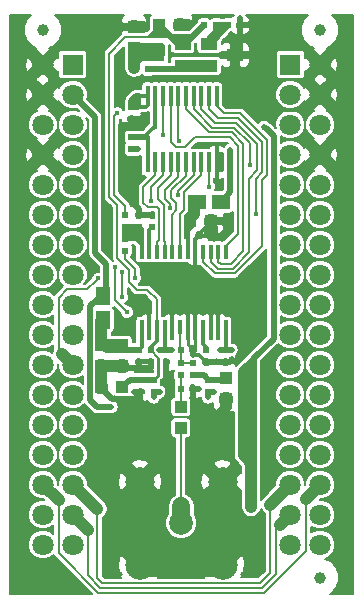
<source format=gbr>
G04 #@! TF.FileFunction,Copper,L1,Top,Signal*
%FSLAX46Y46*%
G04 Gerber Fmt 4.6, Leading zero omitted, Abs format (unit mm)*
G04 Created by KiCad (PCBNEW 4.0.1-3.201512221401+6198~38~ubuntu15.10.1-stable) date Thu 31 Mar 2016 12:51:04 PM EEST*
%MOMM*%
G01*
G04 APERTURE LIST*
%ADD10C,0.100000*%
%ADD11R,1.016000X1.016000*%
%ADD12R,0.500000X0.550000*%
%ADD13R,0.550000X0.500000*%
%ADD14R,1.524000X1.270000*%
%ADD15R,1.400000X1.000000*%
%ADD16C,1.000000*%
%ADD17R,1.270000X1.524000*%
%ADD18R,0.350000X1.750000*%
%ADD19R,0.350000X1.250000*%
%ADD20R,0.350000X1.200000*%
%ADD21R,1.750000X1.750000*%
%ADD22C,1.800000*%
%ADD23C,2.500000*%
%ADD24C,2.000000*%
%ADD25C,0.450000*%
%ADD26C,0.900000*%
%ADD27C,0.508000*%
%ADD28C,0.355600*%
%ADD29C,0.254000*%
%ADD30C,2.032000*%
%ADD31C,1.016000*%
%ADD32C,0.203200*%
%ADD33C,1.524000*%
G04 APERTURE END LIST*
D10*
D11*
X139890500Y-71310500D03*
X138112500Y-71310500D03*
X139954000Y-103632000D03*
X139954000Y-105410000D03*
X142494000Y-87947500D03*
X140716000Y-87947500D03*
X136017000Y-71501000D03*
X136017000Y-73279000D03*
D12*
X140970000Y-98806000D03*
X139954000Y-98806000D03*
D13*
X136398000Y-88392000D03*
X136398000Y-87376000D03*
X137414000Y-99822000D03*
X137414000Y-98806000D03*
X137541000Y-87376000D03*
X137541000Y-88392000D03*
D12*
X137160000Y-75057000D03*
X136144000Y-75057000D03*
X141922500Y-71310500D03*
X142938500Y-71310500D03*
D13*
X135255000Y-90424000D03*
X135255000Y-89408000D03*
X135255000Y-87376000D03*
X135255000Y-88392000D03*
X137668000Y-102362000D03*
X137668000Y-101346000D03*
X135763000Y-81851500D03*
X135763000Y-80835500D03*
D12*
X143954500Y-71310500D03*
X144970500Y-71310500D03*
D13*
X139954000Y-99949000D03*
X139954000Y-100965000D03*
X136525000Y-101346000D03*
X136525000Y-102362000D03*
X142240000Y-102362000D03*
X142240000Y-101346000D03*
X140970000Y-100965000D03*
X140970000Y-99949000D03*
D12*
X139954000Y-102108000D03*
X140970000Y-102108000D03*
X141478000Y-89154000D03*
X140462000Y-89154000D03*
D11*
X133223000Y-100203000D03*
X133223000Y-98425000D03*
X135001000Y-100203000D03*
X135001000Y-98425000D03*
D13*
X136398000Y-99822000D03*
X136398000Y-98806000D03*
X138684000Y-99822000D03*
X138684000Y-98806000D03*
X143764000Y-99822000D03*
X143764000Y-98806000D03*
X142113000Y-99822000D03*
X142113000Y-98806000D03*
D11*
X133223000Y-101981000D03*
X135001000Y-101981000D03*
X143764000Y-102997000D03*
X143764000Y-101219000D03*
D14*
X143319500Y-86296500D03*
X141287500Y-86296500D03*
D15*
X142346500Y-72900500D03*
X142346500Y-74800500D03*
X144546500Y-73850500D03*
D13*
X135763000Y-79248000D03*
X135763000Y-78232000D03*
D16*
X128270000Y-71755000D03*
X151765000Y-118110000D03*
X151765000Y-71755000D03*
D17*
X133350000Y-94234000D03*
X133350000Y-96266000D03*
D18*
X142991000Y-77337000D03*
X142341000Y-77337000D03*
X141691000Y-77337000D03*
X141041000Y-77337000D03*
X140391000Y-77337000D03*
X139741000Y-77337000D03*
X139091000Y-77337000D03*
X138441000Y-77337000D03*
X137791000Y-77337000D03*
X137141000Y-77337000D03*
X137141000Y-82937000D03*
X137791000Y-82937000D03*
X138441000Y-82937000D03*
X139091000Y-82937000D03*
X139741000Y-82937000D03*
X140391000Y-82937000D03*
X141041000Y-82937000D03*
X141691000Y-82937000D03*
X142341000Y-82937000D03*
X142991000Y-82937000D03*
D19*
X143783000Y-90526000D03*
X143133000Y-90526000D03*
X142483000Y-90526000D03*
X141833000Y-90526000D03*
X141183000Y-90526000D03*
X140533000Y-90526000D03*
X139883000Y-90526000D03*
X139233000Y-90526000D03*
X138583000Y-90526000D03*
X137933000Y-90526000D03*
X137283000Y-90526000D03*
X136633000Y-90526000D03*
D20*
X136633000Y-96926000D03*
D19*
X137283000Y-96926000D03*
X137933000Y-96926000D03*
X138583000Y-96926000D03*
X139233000Y-96926000D03*
X139883000Y-96926000D03*
X140533000Y-96926000D03*
X141183000Y-96926000D03*
X141833000Y-96926000D03*
X142483000Y-96926000D03*
X143133000Y-96926000D03*
X143783000Y-96926000D03*
D21*
X130810000Y-74676000D03*
D22*
X128270000Y-74676000D03*
X130810000Y-77216000D03*
X128270000Y-77216000D03*
X130810000Y-79756000D03*
X128270000Y-79756000D03*
X130810000Y-82296000D03*
X128270000Y-82296000D03*
X130810000Y-84836000D03*
X128270000Y-84836000D03*
X128270000Y-87376000D03*
X130810000Y-87376000D03*
X128270000Y-89916000D03*
X130810000Y-89916000D03*
X128270000Y-92456000D03*
X130810000Y-92456000D03*
X128270000Y-94996000D03*
X130810000Y-94996000D03*
X128270000Y-97536000D03*
X130810000Y-97536000D03*
X128270000Y-105156000D03*
X130810000Y-105156000D03*
X128270000Y-115316000D03*
X130810000Y-112776000D03*
X128270000Y-112776000D03*
X130810000Y-115316000D03*
X130810000Y-110236000D03*
X128270000Y-107696000D03*
X128270000Y-110236000D03*
X130810000Y-107696000D03*
X128270000Y-100076000D03*
X128270000Y-102616000D03*
X130810000Y-102616000D03*
X130810000Y-100076000D03*
D21*
X149225000Y-74676000D03*
D22*
X151765000Y-74676000D03*
X149225000Y-77216000D03*
X151765000Y-77216000D03*
X149225000Y-79756000D03*
X151765000Y-79756000D03*
X149225000Y-82296000D03*
X151765000Y-82296000D03*
X149225000Y-84836000D03*
X151765000Y-84836000D03*
X151765000Y-87376000D03*
X149225000Y-87376000D03*
X151765000Y-89916000D03*
X149225000Y-89916000D03*
X151765000Y-92456000D03*
X149225000Y-92456000D03*
X151765000Y-94996000D03*
X149225000Y-94996000D03*
X151765000Y-97536000D03*
X149225000Y-97536000D03*
X151765000Y-105156000D03*
X149225000Y-105156000D03*
X151765000Y-115316000D03*
X149225000Y-112776000D03*
X151765000Y-112776000D03*
X149225000Y-115316000D03*
X149225000Y-110236000D03*
X151765000Y-107696000D03*
X151765000Y-110236000D03*
X149225000Y-107696000D03*
X151765000Y-100076000D03*
X151765000Y-102616000D03*
X149225000Y-102616000D03*
X149225000Y-100076000D03*
D15*
X137899140Y-73853040D03*
X140108940Y-72898000D03*
X140108940Y-74800460D03*
D23*
X136500000Y-117000000D03*
X136500000Y-110000000D03*
X143500000Y-110000000D03*
D24*
X140000000Y-113500000D03*
D23*
X143500000Y-117000000D03*
D25*
X139192000Y-95377000D03*
X141183000Y-91694000D03*
X141183000Y-92583000D03*
X137269475Y-95394525D03*
X134923960Y-82596013D03*
X143387167Y-82591065D03*
X147187611Y-79276164D03*
X136333465Y-79322832D03*
X134921781Y-79768233D03*
D26*
X143500000Y-112395000D03*
X143500000Y-114935000D03*
X136500000Y-112395000D03*
X136500000Y-114935000D03*
X138430000Y-117000000D03*
X141605000Y-117000000D03*
X149225000Y-71463870D03*
X147320000Y-71463870D03*
X134265928Y-71098410D03*
X132715000Y-71098410D03*
X130619500Y-71098410D03*
X126070995Y-117997605D03*
X126069051Y-115570000D03*
X126069051Y-113030000D03*
X126069051Y-110490000D03*
X153992580Y-118005860D03*
X140081000Y-117000000D03*
X143500000Y-113538000D03*
X136500000Y-113538000D03*
D25*
X138887210Y-102362000D03*
X136525000Y-102853629D03*
D26*
X153987500Y-118999000D03*
X153987500Y-116840000D03*
X153987500Y-115570000D03*
X153987500Y-114300000D03*
X153987500Y-113030000D03*
X153987500Y-111760000D03*
X153987500Y-110490000D03*
X153987500Y-109220000D03*
X153987500Y-107950000D03*
X153987500Y-106680000D03*
X153987500Y-105410000D03*
X153987500Y-104140000D03*
X153987500Y-102870000D03*
X153987500Y-101600000D03*
X153987500Y-100330000D03*
X153987500Y-99060000D03*
X153987500Y-97790000D03*
X153987500Y-96520000D03*
X153987500Y-95250000D03*
X153987500Y-93980000D03*
X153987500Y-92710000D03*
X153987500Y-91440000D03*
X153987500Y-90170000D03*
X153987500Y-88900000D03*
X153987500Y-87630000D03*
X153987500Y-86360000D03*
X153987500Y-85090000D03*
X153987500Y-83820000D03*
X153987500Y-82296000D03*
X153987500Y-80645000D03*
X153987500Y-79375000D03*
X153987500Y-78105000D03*
X153987500Y-76200000D03*
X153987500Y-74676000D03*
X153987500Y-73660000D03*
X153987500Y-72390000D03*
X153987500Y-71120000D03*
X126069051Y-118977449D03*
X126069051Y-116840000D03*
X126069051Y-114300000D03*
X126069051Y-111760000D03*
X126069051Y-109220000D03*
X126069051Y-107950000D03*
X126069051Y-106680000D03*
X126069051Y-105410000D03*
X126069051Y-104140000D03*
X126069051Y-102870000D03*
X126069051Y-101600000D03*
X126069051Y-100330000D03*
X126069051Y-99060000D03*
X126069051Y-97790000D03*
X126069051Y-96520000D03*
X126069051Y-95250000D03*
X126069051Y-93980000D03*
X126069051Y-92710000D03*
X126069051Y-91440000D03*
X126069051Y-90170000D03*
X126069051Y-88900000D03*
X126069051Y-87630000D03*
X126069051Y-86360000D03*
X126069051Y-85090000D03*
X126069051Y-83820000D03*
X126069051Y-82311245D03*
X126075295Y-81280000D03*
X126075295Y-80010000D03*
X126079250Y-78740000D03*
X126079250Y-77216000D03*
X126079250Y-76200000D03*
X126079250Y-74676000D03*
X126079250Y-73660000D03*
X126079250Y-72390000D03*
X126091950Y-71098410D03*
D25*
X136334500Y-79756000D03*
X144970500Y-72898000D03*
X144970500Y-71945500D03*
X145605500Y-71310500D03*
X144970500Y-70739000D03*
X140652500Y-71564500D03*
X140652500Y-71056500D03*
X136842500Y-71755000D03*
X136842500Y-71247009D03*
X135763000Y-79756000D03*
X142494000Y-88646000D03*
X142494000Y-89154000D03*
X142938500Y-89154000D03*
X142038428Y-89148265D03*
X142049500Y-88646000D03*
X142938500Y-88646000D03*
X141185193Y-95392740D03*
X143129000Y-95377000D03*
X142483000Y-95388000D03*
X140533000Y-95384500D03*
X144283368Y-99625527D03*
X136969789Y-87378551D03*
X141478871Y-102106949D03*
X140970000Y-102616000D03*
X136017000Y-102362000D03*
X133223000Y-101092000D03*
X136412546Y-100329758D03*
X137407013Y-100327911D03*
X138684000Y-100330000D03*
X134112000Y-100203000D03*
X137279969Y-97848667D03*
X139235593Y-97849739D03*
X143256000Y-99822000D03*
X142621000Y-99822000D03*
X143132422Y-97852020D03*
X142486897Y-97839606D03*
X140967716Y-99270788D03*
X140530704Y-97827162D03*
X141183000Y-97831000D03*
X137897398Y-73085456D03*
X138366500Y-73088500D03*
X137414000Y-73088500D03*
X136327926Y-74054907D03*
X135760308Y-74045971D03*
X136842500Y-73279000D03*
X136842500Y-73853040D03*
X134086720Y-103668164D03*
X144160301Y-81862628D03*
X136365530Y-81846636D03*
X132682329Y-82356920D03*
X136334500Y-77724000D03*
X142790813Y-102354014D03*
X142240000Y-102853629D03*
X137668000Y-102853629D03*
X136334500Y-78232000D03*
X135763000Y-77724000D03*
X138176000Y-102362000D03*
X138430000Y-80623216D03*
X139783844Y-81153036D03*
X145783490Y-83171661D03*
X146287148Y-87355844D03*
X142349728Y-85000116D03*
X139690879Y-85745771D03*
X134986667Y-92216333D03*
X135001000Y-94361000D03*
X139057032Y-86791502D03*
X135382000Y-95631000D03*
X134366000Y-91821000D03*
X137405423Y-86203898D03*
X136093393Y-92737584D03*
X132975781Y-92776117D03*
X134552097Y-78786106D03*
X134113371Y-98804629D03*
X135764371Y-98804629D03*
X138150618Y-98804629D03*
X139192000Y-98806000D03*
X143256000Y-98806000D03*
X144272000Y-98806000D03*
X146997461Y-79931795D03*
X137739352Y-79936430D03*
X145034000Y-107823000D03*
X145034000Y-107315000D03*
X145034000Y-105664000D03*
X145034000Y-105156000D03*
X145034000Y-102997000D03*
X145034000Y-101981000D03*
X145034000Y-102489000D03*
X145923000Y-112141000D03*
X146177000Y-111633000D03*
X145669000Y-111633000D03*
D27*
X134127239Y-102946201D02*
X136114230Y-102946201D01*
X136114230Y-102946201D02*
X136206802Y-102853629D01*
X136206802Y-102853629D02*
X136525000Y-102853629D01*
X133223000Y-101981000D02*
X133223000Y-102041962D01*
X133223000Y-102041962D02*
X134127239Y-102946201D01*
D28*
X139233000Y-96926000D02*
X139233000Y-95414883D01*
X139233000Y-95414883D02*
X139195117Y-95377000D01*
X139195117Y-95377000D02*
X139192000Y-95377000D01*
X141183000Y-91694000D02*
X141183000Y-92583000D01*
X141183000Y-90526000D02*
X141183000Y-91694000D01*
X141183000Y-92583000D02*
X141183000Y-95390547D01*
X141183000Y-95390547D02*
X141185193Y-95392740D01*
X137283000Y-96926000D02*
X137283000Y-95408050D01*
X137283000Y-95408050D02*
X137269475Y-95394525D01*
D27*
X134921781Y-84649104D02*
X134921781Y-83185000D01*
X134921781Y-85391781D02*
X134921781Y-84649104D01*
X136398000Y-86868000D02*
X134921781Y-85391781D01*
X134923960Y-83182821D02*
X134923960Y-82914211D01*
X134923960Y-82914211D02*
X134923960Y-82596013D01*
X134921781Y-83185000D02*
X134923960Y-83182821D01*
D28*
X143162168Y-82816064D02*
X143387167Y-82591065D01*
X142991000Y-82937000D02*
X143041232Y-82937000D01*
X143041232Y-82937000D02*
X143162168Y-82816064D01*
D29*
X150455201Y-78525799D02*
X147937976Y-78525799D01*
X147937976Y-78525799D02*
X147412610Y-79051165D01*
X147412610Y-79051165D02*
X147187611Y-79276164D01*
D27*
X134921781Y-83185000D02*
X134921781Y-80086431D01*
X134921781Y-80086431D02*
X134921781Y-79768233D01*
X135763000Y-79756000D02*
X134934014Y-79756000D01*
X134934014Y-79756000D02*
X134921781Y-79768233D01*
X136334500Y-79323867D02*
X136333465Y-79322832D01*
X135763000Y-79248000D02*
X135837832Y-79322832D01*
X136334500Y-79756000D02*
X136334500Y-79323867D01*
X135837832Y-79322832D02*
X136015267Y-79322832D01*
X136015267Y-79322832D02*
X136333465Y-79322832D01*
D30*
X143500000Y-112395000D02*
X143500000Y-110000000D01*
X143500000Y-113538000D02*
X143500000Y-112395000D01*
X143500000Y-114935000D02*
X143500000Y-113538000D01*
X143500000Y-117000000D02*
X143500000Y-114935000D01*
X136500000Y-112395000D02*
X136500000Y-113538000D01*
X136500000Y-110000000D02*
X136500000Y-112395000D01*
X136500000Y-114935000D02*
X136500000Y-117000000D01*
X136500000Y-113538000D02*
X136500000Y-114935000D01*
X138430000Y-117000000D02*
X140081000Y-117000000D01*
X136500000Y-117000000D02*
X138430000Y-117000000D01*
X141605000Y-117000000D02*
X143500000Y-117000000D01*
X140081000Y-117000000D02*
X141605000Y-117000000D01*
D27*
X138887210Y-102362000D02*
X138887210Y-104521000D01*
X138887210Y-100851408D02*
X138887210Y-102362000D01*
X141859000Y-104521000D02*
X140970000Y-104521000D01*
X142748000Y-104521000D02*
X141859000Y-104521000D01*
X143510000Y-103759000D02*
X142748000Y-104521000D01*
X143510000Y-103759000D02*
X144018000Y-103759000D01*
X138887210Y-104521000D02*
X138887210Y-107612790D01*
X140970000Y-104521000D02*
X140970000Y-107470000D01*
X140970000Y-102616000D02*
X140970000Y-104521000D01*
X136525000Y-102362000D02*
X136525000Y-102853629D01*
X136334500Y-79756000D02*
X135763000Y-79756000D01*
X144970500Y-72898000D02*
X144970500Y-71945500D01*
X144970500Y-73426500D02*
X144970500Y-72898000D01*
X144546500Y-73850500D02*
X144970500Y-73426500D01*
X144970500Y-71310500D02*
X144970500Y-71945500D01*
X144970500Y-71310500D02*
X145605500Y-71310500D01*
X144970500Y-71310500D02*
X144970500Y-70739000D01*
X139890500Y-71310500D02*
X139891126Y-71311126D01*
X139891126Y-71311126D02*
X139891126Y-71555575D01*
X139891126Y-71555575D02*
X139900051Y-71564500D01*
X139900051Y-71564500D02*
X140652500Y-71564500D01*
X140652500Y-71564500D02*
X140652500Y-71056500D01*
X139890500Y-71310500D02*
X139885361Y-71305361D01*
X139885361Y-71064147D02*
X139893008Y-71056500D01*
X139885361Y-71305361D02*
X139885361Y-71064147D01*
X139893008Y-71056500D02*
X140652500Y-71056500D01*
X136842500Y-71247009D02*
X136842500Y-71755000D01*
X136271000Y-71755000D02*
X136842500Y-71755000D01*
X136017000Y-71501000D02*
X136271000Y-71755000D01*
X136270991Y-71247009D02*
X136842500Y-71247009D01*
X136017000Y-71501000D02*
X136270991Y-71247009D01*
D31*
X151765000Y-77216000D02*
X150455201Y-78525799D01*
D27*
X135763000Y-79248000D02*
X135763000Y-79756000D01*
D29*
X141478000Y-89154000D02*
X141478000Y-88893606D01*
X141478000Y-88893606D02*
X141979606Y-88392000D01*
X141979606Y-88392000D02*
X142049500Y-88392000D01*
D28*
X143446500Y-82232500D02*
X143446500Y-83629500D01*
X143446500Y-82677000D02*
X142991000Y-82677000D01*
X142991000Y-82677000D02*
X142991000Y-82937000D01*
X142991000Y-82937000D02*
X142991000Y-82238854D01*
X142991000Y-82238854D02*
X142997354Y-82232500D01*
X142997354Y-82232500D02*
X143446500Y-82232500D01*
X142991000Y-82937000D02*
X142991000Y-83635258D01*
X142991000Y-83635258D02*
X142996758Y-83629500D01*
X142996758Y-83629500D02*
X143446500Y-83629500D01*
X142494000Y-89154000D02*
X142044163Y-89154000D01*
X142938500Y-89154000D02*
X142494000Y-89154000D01*
X142044163Y-89154000D02*
X142038428Y-89148265D01*
X142938500Y-88646000D02*
X142938500Y-89154000D01*
X142049500Y-88646000D02*
X142049500Y-89137193D01*
X142049500Y-89137193D02*
X142038428Y-89148265D01*
X141720230Y-89148265D02*
X142038428Y-89148265D01*
X141483735Y-89148265D02*
X141720230Y-89148265D01*
X141478000Y-89154000D02*
X141483735Y-89148265D01*
X142049500Y-88646000D02*
X142938500Y-88646000D01*
X142049500Y-88392000D02*
X142049500Y-88646000D01*
X142494000Y-87947500D02*
X142049500Y-88392000D01*
X142938500Y-88392000D02*
X142938500Y-88646000D01*
X142494000Y-87947500D02*
X142938500Y-88392000D01*
X142494000Y-87947500D02*
X142494000Y-87948280D01*
X142494000Y-87947500D02*
X142494000Y-88646000D01*
X141183000Y-90526000D02*
X141183000Y-89449000D01*
X141183000Y-89449000D02*
X141478000Y-89154000D01*
X141183000Y-96926000D02*
X141183000Y-95394933D01*
X141183000Y-95394933D02*
X141185193Y-95392740D01*
X143129000Y-95941400D02*
X143129000Y-95377000D01*
X143133000Y-96926000D02*
X143133000Y-95945400D01*
X143133000Y-95945400D02*
X143129000Y-95941400D01*
X142483000Y-96926000D02*
X142483000Y-95388000D01*
X140533000Y-96926000D02*
X140533000Y-95384500D01*
D29*
X140530704Y-97827162D02*
X140530704Y-98366704D01*
X140530704Y-98366704D02*
X140970000Y-98806000D01*
X141183000Y-97831000D02*
X141183000Y-98593000D01*
X141183000Y-98593000D02*
X140970000Y-98806000D01*
D27*
X143764000Y-99822000D02*
X143769577Y-99816423D01*
X144283368Y-99629782D02*
X144283368Y-99625527D01*
X143769577Y-99816423D02*
X144096727Y-99816423D01*
X144096727Y-99816423D02*
X144283368Y-99629782D01*
X137287987Y-87378551D02*
X136969789Y-87378551D01*
X137538449Y-87378551D02*
X137287987Y-87378551D01*
X137541000Y-87376000D02*
X137538449Y-87378551D01*
X136400551Y-87378551D02*
X136651591Y-87378551D01*
X136651591Y-87378551D02*
X136969789Y-87378551D01*
X136398000Y-87376000D02*
X136400551Y-87378551D01*
X136398000Y-87376000D02*
X136398000Y-86868000D01*
D28*
X142113000Y-99822000D02*
X142053802Y-99822000D01*
X142053802Y-99822000D02*
X141502590Y-99270788D01*
X141502590Y-99270788D02*
X141285914Y-99270788D01*
X141285914Y-99270788D02*
X140967716Y-99270788D01*
D27*
X138684000Y-100330000D02*
X138684000Y-100648198D01*
X138684000Y-100648198D02*
X138887210Y-100851408D01*
X138887210Y-107612790D02*
X137749999Y-108750001D01*
X137749999Y-108750001D02*
X136500000Y-110000000D01*
X140970000Y-107470000D02*
X143500000Y-110000000D01*
X143764000Y-102997000D02*
X143788229Y-102972771D01*
X143788229Y-102972771D02*
X144008174Y-102972771D01*
X144008174Y-102972771D02*
X144018000Y-102982597D01*
X144018000Y-102982597D02*
X144018000Y-103759000D01*
X143764000Y-102997000D02*
X143751393Y-102984393D01*
X143751393Y-102984393D02*
X143522367Y-102984393D01*
X143510000Y-102996760D02*
X143510000Y-103759000D01*
X143522367Y-102984393D02*
X143510000Y-102996760D01*
X143764000Y-102997000D02*
X143764000Y-103251000D01*
X141160673Y-102106949D02*
X141478871Y-102106949D01*
X140971051Y-102106949D02*
X141160673Y-102106949D01*
X140970000Y-102108000D02*
X140971051Y-102106949D01*
X140970000Y-102108000D02*
X140970000Y-102616000D01*
X136525000Y-102362000D02*
X136017000Y-102362000D01*
D31*
X133223000Y-101092000D02*
X133223000Y-100203000D01*
X133223000Y-101981000D02*
X133223000Y-101092000D01*
D27*
X135001000Y-100203000D02*
X135130812Y-100332812D01*
X135130812Y-100332812D02*
X136409492Y-100332812D01*
X136409492Y-100332812D02*
X136412546Y-100329758D01*
X136412546Y-100011560D02*
X136412546Y-100329758D01*
X136398000Y-99822000D02*
X136412546Y-99836546D01*
X136412546Y-99836546D02*
X136412546Y-100011560D01*
X137407013Y-100327911D02*
X136414393Y-100327911D01*
X136414393Y-100327911D02*
X136412546Y-100329758D01*
X137407013Y-100009713D02*
X137407013Y-100327911D01*
X137414000Y-99822000D02*
X137407013Y-99828987D01*
X137407013Y-99828987D02*
X137407013Y-100009713D01*
X138684000Y-99822000D02*
X138684000Y-100330000D01*
D31*
X135001000Y-100203000D02*
X134112000Y-100203000D01*
X133223000Y-100203000D02*
X134112000Y-100203000D01*
D28*
X137279969Y-97530469D02*
X137279969Y-97848667D01*
X137279969Y-96929031D02*
X137279969Y-97530469D01*
X137283000Y-96926000D02*
X137279969Y-96929031D01*
X139235593Y-97531541D02*
X139235593Y-97849739D01*
X139235593Y-96928593D02*
X139235593Y-97531541D01*
X139233000Y-96926000D02*
X139235593Y-96928593D01*
D27*
X142621000Y-99822000D02*
X143256000Y-99822000D01*
X143764000Y-99822000D02*
X143256000Y-99822000D01*
X142113000Y-99822000D02*
X142621000Y-99822000D01*
X140970000Y-98806000D02*
X140970000Y-99241799D01*
X140970000Y-99241799D02*
X140967716Y-99241799D01*
D28*
X143132422Y-97533822D02*
X143132422Y-97852020D01*
X143132422Y-96926578D02*
X143132422Y-97533822D01*
X143133000Y-96926000D02*
X143132422Y-96926578D01*
X142486897Y-97521408D02*
X142486897Y-97839606D01*
X142486897Y-96929897D02*
X142486897Y-97521408D01*
X142483000Y-96926000D02*
X142486897Y-96929897D01*
D29*
X140533000Y-97824866D02*
X140530704Y-97827162D01*
D28*
X140533000Y-96926000D02*
X140533000Y-97824866D01*
X141183000Y-96926000D02*
X141183000Y-97831000D01*
D31*
X136017000Y-73792080D02*
X136017000Y-74549000D01*
X136017000Y-74549000D02*
X136017000Y-74930000D01*
D27*
X136842500Y-73853040D02*
X136146540Y-74549000D01*
X136146540Y-74549000D02*
X136017000Y-74549000D01*
D31*
X137899140Y-73853040D02*
X137160000Y-73853040D01*
X137160000Y-73853040D02*
X136842500Y-73853040D01*
D27*
X136842500Y-73279000D02*
X137160000Y-73596500D01*
X137160000Y-73596500D02*
X137160000Y-73853040D01*
X136017000Y-73279000D02*
X136214199Y-73081801D01*
X136214199Y-73081801D02*
X136820742Y-73081801D01*
X136820742Y-73081801D02*
X136842500Y-73103559D01*
X136842500Y-73279000D02*
X136842500Y-73103559D01*
X136842500Y-73103559D02*
X136835615Y-73096674D01*
X137414000Y-73088500D02*
X136843789Y-73088500D01*
X136843789Y-73088500D02*
X136835615Y-73096674D01*
X138366500Y-73088500D02*
X137414000Y-73088500D01*
X137897398Y-73403654D02*
X137897398Y-73085456D01*
X137897398Y-73851298D02*
X137897398Y-73403654D01*
X137899140Y-73853040D02*
X137897398Y-73851298D01*
X137899140Y-73853040D02*
X138362924Y-73853040D01*
X138366500Y-73849464D02*
X138366500Y-73088500D01*
X138362924Y-73853040D02*
X138366500Y-73849464D01*
X137899140Y-73853040D02*
X137414000Y-73853040D01*
X137414000Y-73853040D02*
X137414000Y-73088500D01*
X136017000Y-73279000D02*
X136327926Y-73279000D01*
X136327926Y-73736709D02*
X136327926Y-74054907D01*
X136327926Y-73279000D02*
X136327926Y-73736709D01*
X136017000Y-73279000D02*
X136016221Y-73278221D01*
X136016221Y-73278221D02*
X135760308Y-73278221D01*
X135760308Y-73278221D02*
X135760308Y-74045971D01*
X136842500Y-73279000D02*
X136842500Y-73853040D01*
X136017000Y-73279000D02*
X136842500Y-73279000D01*
D31*
X136842500Y-73853040D02*
X136077960Y-73853040D01*
D27*
X136017000Y-74930000D02*
X136144000Y-75057000D01*
D31*
X136077960Y-73853040D02*
X136017000Y-73792080D01*
X136017000Y-73792080D02*
X136017000Y-73279000D01*
D27*
X133768522Y-103668164D02*
X134086720Y-103668164D01*
X132257790Y-103047790D02*
X132878164Y-103668164D01*
X132257790Y-95138248D02*
X132257790Y-103047790D01*
X133162038Y-94234000D02*
X132257790Y-95138248D01*
X132878164Y-103668164D02*
X133768522Y-103668164D01*
X133350000Y-94234000D02*
X133162038Y-94234000D01*
X132682329Y-82356920D02*
X132682329Y-90599546D01*
X132682329Y-90599546D02*
X133658001Y-91575218D01*
X133658001Y-91575218D02*
X133658001Y-93925999D01*
X133658001Y-93925999D02*
X133350000Y-94234000D01*
X143319500Y-86296500D02*
X143343172Y-86296500D01*
X143343172Y-86296500D02*
X144160301Y-85479371D01*
X144160301Y-85479371D02*
X144160301Y-81862628D01*
X135763000Y-81851500D02*
X135767864Y-81846636D01*
X135767864Y-81846636D02*
X136047332Y-81846636D01*
X136047332Y-81846636D02*
X136365530Y-81846636D01*
X132682329Y-82038722D02*
X132682329Y-82356920D01*
X132682329Y-79088329D02*
X132682329Y-82038722D01*
X130810000Y-77216000D02*
X132682329Y-79088329D01*
X136081198Y-77724000D02*
X136334500Y-77724000D01*
X136334500Y-77724000D02*
X136334500Y-77400500D01*
X135763000Y-77724000D02*
X136081198Y-77724000D01*
X136334500Y-77724000D02*
X136334500Y-78232000D01*
D28*
X137141000Y-77337000D02*
X136398000Y-77337000D01*
D27*
X142472615Y-102354014D02*
X142790813Y-102354014D01*
X142247986Y-102354014D02*
X142472615Y-102354014D01*
X142240000Y-102362000D02*
X142247986Y-102354014D01*
X142240000Y-102362000D02*
X142240000Y-102853629D01*
X137668000Y-102362000D02*
X137668000Y-102853629D01*
X136398000Y-77337000D02*
X136150000Y-77337000D01*
D28*
X136334500Y-77400500D02*
X136398000Y-77337000D01*
D27*
X136150000Y-77337000D02*
X135763000Y-77724000D01*
D28*
X137141000Y-78060500D02*
X136969500Y-78232000D01*
X136969500Y-78232000D02*
X136334500Y-78232000D01*
X137141000Y-77337000D02*
X137141000Y-78060500D01*
D27*
X135763000Y-78232000D02*
X136334500Y-78232000D01*
X135763000Y-78232000D02*
X135763000Y-77724000D01*
X137668000Y-102362000D02*
X138176000Y-102362000D01*
D32*
X138441000Y-80612216D02*
X138430000Y-80623216D01*
X138441000Y-77337000D02*
X138441000Y-80612216D01*
X139741000Y-77337000D02*
X139741000Y-81110192D01*
X139741000Y-81110192D02*
X139783844Y-81153036D01*
X145783490Y-82853463D02*
X145783490Y-83171661D01*
X141041000Y-78415200D02*
X142625543Y-79999743D01*
X145783490Y-81330776D02*
X145783490Y-82853463D01*
X144452457Y-79999743D02*
X145783490Y-81330776D01*
X141041000Y-77337000D02*
X141041000Y-78415200D01*
X142625543Y-79999743D02*
X144452457Y-79999743D01*
X142341000Y-77337000D02*
X142341000Y-78415200D01*
X146287148Y-84346033D02*
X146287148Y-87355844D01*
X142341000Y-78415200D02*
X143112721Y-79186921D01*
X143112721Y-79186921D02*
X144789137Y-79186921D01*
X144789137Y-79186921D02*
X146842282Y-81240066D01*
X146842282Y-83790899D02*
X146287148Y-84346033D01*
X146842282Y-81240066D02*
X146842282Y-83790899D01*
X129605199Y-116008110D02*
X132977089Y-119380000D01*
X129605199Y-111571199D02*
X129605199Y-116008110D01*
X147024590Y-119380000D02*
X150560199Y-115844391D01*
X150560199Y-115844391D02*
X150560199Y-111440801D01*
X132977089Y-119380000D02*
X147024590Y-119380000D01*
D31*
X150560199Y-111440801D02*
X151765000Y-110236000D01*
X128270000Y-110236000D02*
X129605199Y-111571199D01*
D32*
X142341000Y-82937000D02*
X142341000Y-84991388D01*
X142341000Y-84991388D02*
X142349728Y-85000116D01*
X139690879Y-85621103D02*
X139690879Y-85745771D01*
X141041000Y-84015200D02*
X139690879Y-85365321D01*
X139690879Y-85607121D02*
X139690879Y-85621103D01*
X139690879Y-85365321D02*
X139690879Y-85621103D01*
X141041000Y-82937000D02*
X141041000Y-84015200D01*
X135001000Y-92230666D02*
X134986667Y-92216333D01*
X135001000Y-94361000D02*
X135001000Y-92230666D01*
X139741000Y-84149053D02*
X138636698Y-85253355D01*
X139741000Y-82937000D02*
X139741000Y-84149053D01*
X139057032Y-86473304D02*
X139057032Y-86791502D01*
X138636698Y-85253355D02*
X138636698Y-86052970D01*
X138636698Y-86052970D02*
X139057032Y-86473304D01*
X134366000Y-94615000D02*
X135382000Y-95631000D01*
X134366000Y-91821000D02*
X134366000Y-94615000D01*
X137405423Y-85050777D02*
X137405423Y-85885700D01*
X137405423Y-85885700D02*
X137405423Y-86203898D01*
X138441000Y-82937000D02*
X138441000Y-84015200D01*
X138441000Y-84015200D02*
X137405423Y-85050777D01*
X146856249Y-118973590D02*
X148020199Y-117809640D01*
X132080000Y-117908160D02*
X133145430Y-118973590D01*
X132080000Y-114046000D02*
X132080000Y-117908160D01*
X148020199Y-113980801D02*
X148325001Y-113675999D01*
X133145430Y-118973590D02*
X146856249Y-118973590D01*
X148020199Y-117809640D02*
X148020199Y-113980801D01*
D31*
X148325001Y-113675999D02*
X149225000Y-112776000D01*
X130810000Y-112776000D02*
X132080000Y-114046000D01*
D32*
X147512193Y-117742895D02*
X147512193Y-111948807D01*
X133313771Y-118567180D02*
X143052820Y-118567180D01*
X143065199Y-118554801D02*
X146700287Y-118554801D01*
X132892808Y-112318808D02*
X132892808Y-118146217D01*
X132892808Y-118146217D02*
X133313771Y-118567180D01*
X143052820Y-118567180D02*
X143065199Y-118554801D01*
X146700287Y-118554801D02*
X147512193Y-117742895D01*
D31*
X130810000Y-110236000D02*
X132892808Y-112318808D01*
X148325001Y-111135999D02*
X149225000Y-110236000D01*
X147512193Y-111948807D02*
X148325001Y-111135999D01*
D32*
X135255000Y-90424000D02*
X135255000Y-91124329D01*
X136093393Y-92419386D02*
X136093393Y-92737584D01*
X135255000Y-91124329D02*
X136093393Y-91962722D01*
X136093393Y-91962722D02*
X136093393Y-92419386D01*
X132750782Y-93001116D02*
X132975781Y-92776117D01*
X132043926Y-93707972D02*
X132750782Y-93001116D01*
X129605199Y-94417695D02*
X130314922Y-93707972D01*
X129910001Y-99176001D02*
X129605199Y-98871199D01*
X129605199Y-98871199D02*
X129605199Y-94417695D01*
X130314922Y-93707972D02*
X132043926Y-93707972D01*
D31*
X129910001Y-99176001D02*
X130810000Y-100076000D01*
D32*
X135255000Y-86666500D02*
X134314174Y-85725674D01*
X135255000Y-87376000D02*
X135255000Y-86666500D01*
X134314174Y-79024029D02*
X134327098Y-79011105D01*
X134327098Y-79011105D02*
X134552097Y-78786106D01*
X134314174Y-85725674D02*
X134314174Y-79024029D01*
D31*
X141287500Y-86296500D02*
X141033509Y-86550491D01*
X141033509Y-86550491D02*
X141033509Y-87302092D01*
X141033509Y-87302092D02*
X140716000Y-87619603D01*
X140716000Y-87619603D02*
X140716000Y-87947500D01*
D27*
X140454963Y-88709500D02*
X140964918Y-88199545D01*
X140964918Y-88199545D02*
X140964918Y-87951319D01*
X140964918Y-87951319D02*
X140719819Y-87951319D01*
X140719819Y-87951319D02*
X140716000Y-87947500D01*
X140454963Y-88709500D02*
X140454963Y-89146963D01*
X140454963Y-88209688D02*
X140454963Y-88709500D01*
X140716000Y-87947500D02*
X140716000Y-87948651D01*
X140716000Y-87948651D02*
X140454963Y-88209688D01*
X140454963Y-89146963D02*
X140462000Y-89154000D01*
D28*
X140533000Y-90526000D02*
X140533000Y-89154000D01*
X140533000Y-89154000D02*
X140462000Y-89154000D01*
D27*
X138303000Y-72136000D02*
X138303000Y-71501000D01*
X138303000Y-71501000D02*
X138112500Y-71310500D01*
X138112500Y-71310500D02*
X138938000Y-72136000D01*
X138938000Y-72136000D02*
X139128500Y-72326500D01*
X138303000Y-72136000D02*
X138938000Y-72136000D01*
D32*
X138112500Y-72326500D02*
X138303000Y-72136000D01*
X138112500Y-72344192D02*
X138112500Y-72326500D01*
X138112500Y-72344192D02*
X139110808Y-72344192D01*
X139110808Y-72344192D02*
X139128500Y-72326500D01*
X137414000Y-72372535D02*
X137431465Y-72372535D01*
X137431465Y-72372535D02*
X137431465Y-72245535D01*
X137431465Y-72245535D02*
X138112500Y-71564500D01*
X138112500Y-71564500D02*
X138112500Y-71310500D01*
X137414000Y-72372535D02*
X137541000Y-72372535D01*
X137160000Y-72372535D02*
X137414000Y-72372535D01*
X135272465Y-72372535D02*
X137160000Y-72372535D01*
X138112500Y-71437500D02*
X137177465Y-72372535D01*
X137177465Y-72372535D02*
X137160000Y-72372535D01*
X138112500Y-71310500D02*
X138112500Y-71437500D01*
X138112500Y-71818500D02*
X137558465Y-72372535D01*
X137541000Y-72372535D02*
X137795000Y-72372535D01*
X137558465Y-72372535D02*
X137541000Y-72372535D01*
X138112500Y-71310500D02*
X138112500Y-71818500D01*
X137795000Y-72372535D02*
X138084157Y-72372535D01*
X138112500Y-71310500D02*
X138112500Y-72021700D01*
X138112500Y-72021700D02*
X137795000Y-72339200D01*
X137795000Y-72339200D02*
X137795000Y-72372535D01*
X137932783Y-96384918D02*
X137932783Y-94561003D01*
X137932783Y-94561003D02*
X137135200Y-93763420D01*
X137135200Y-93763420D02*
X136264311Y-93763420D01*
X133891920Y-85878170D02*
X133891920Y-73753080D01*
X136264311Y-93763420D02*
X135563573Y-93062682D01*
X133891920Y-73753080D02*
X135272465Y-72372535D01*
X135563573Y-93062682D02*
X135563573Y-92043961D01*
X134587425Y-91067813D02*
X134587425Y-86573675D01*
X135563573Y-92043961D02*
X134587425Y-91067813D01*
X134587425Y-86573675D02*
X133891920Y-85878170D01*
X138084157Y-72372535D02*
X138112500Y-72344192D01*
X138112500Y-72344192D02*
X138112500Y-71310500D01*
D27*
X140906500Y-72326500D02*
X141922500Y-71310500D01*
X140335000Y-72898000D02*
X140906500Y-72326500D01*
X139128500Y-72326500D02*
X139700000Y-72898000D01*
X140906500Y-72326500D02*
X140525500Y-72326500D01*
X140525500Y-72326500D02*
X139128500Y-72326500D01*
X140108940Y-72898000D02*
X140335000Y-72898000D01*
X139700000Y-72898000D02*
X140108940Y-72898000D01*
D29*
X138112500Y-71310500D02*
X138112500Y-71301243D01*
D28*
X137932783Y-96925783D02*
X137932783Y-96384918D01*
X137933000Y-96926000D02*
X137932783Y-96925783D01*
D27*
X135001000Y-101981000D02*
X135636000Y-101346000D01*
X135636000Y-101346000D02*
X136525000Y-101346000D01*
X136525000Y-101346000D02*
X137668000Y-101346000D01*
D29*
X137668000Y-101346000D02*
X137684105Y-101346000D01*
X137684105Y-101346000D02*
X138049000Y-100981105D01*
X138049000Y-100981105D02*
X138049000Y-100461000D01*
D32*
X137414000Y-98806000D02*
X137414000Y-98858287D01*
X137414000Y-98858287D02*
X138049000Y-99493287D01*
D29*
X138049000Y-99493287D02*
X138049000Y-99568000D01*
X138049000Y-100461000D02*
X138049000Y-99568000D01*
D28*
X137933000Y-96926000D02*
X137933000Y-98097010D01*
X137933000Y-98097010D02*
X137414000Y-98616010D01*
X137414000Y-98616010D02*
X137414000Y-98806000D01*
X141833000Y-96926000D02*
X141833000Y-98302294D01*
X141833000Y-98302294D02*
X142113000Y-98582294D01*
X142113000Y-98582294D02*
X142113000Y-98806000D01*
D32*
X139954000Y-102108000D02*
X139954000Y-100965000D01*
X139954000Y-103632000D02*
X139954000Y-102108000D01*
X139883000Y-96926000D02*
X139883000Y-98735000D01*
X139883000Y-98735000D02*
X139954000Y-98806000D01*
X139954000Y-99949000D02*
X140970000Y-99949000D01*
X139954000Y-98806000D02*
X139954000Y-99949000D01*
D27*
X135255000Y-88646000D02*
X135255000Y-88900000D01*
X135255000Y-88392000D02*
X135255000Y-88646000D01*
D28*
X136144000Y-88393294D02*
X136144000Y-88646000D01*
X136144000Y-88646000D02*
X136144000Y-88900000D01*
X135255000Y-88646000D02*
X136144000Y-88646000D01*
D27*
X135255000Y-88900000D02*
X135255000Y-89154000D01*
D28*
X136144000Y-88900000D02*
X136144000Y-89154000D01*
X135255000Y-88900000D02*
X136144000Y-88900000D01*
D27*
X135255000Y-89154000D02*
X135255000Y-89408000D01*
D28*
X135255000Y-89154000D02*
X136144000Y-89154000D01*
X136144000Y-89154000D02*
X136144000Y-89408000D01*
X136398000Y-88392000D02*
X136397390Y-88391390D01*
X136397390Y-88391390D02*
X136145904Y-88391390D01*
X136145904Y-88391390D02*
X136144000Y-88393294D01*
X136633000Y-89408000D02*
X136525000Y-89408000D01*
X136525000Y-89408000D02*
X136144000Y-89408000D01*
X136398000Y-88392000D02*
X136398000Y-89281000D01*
X136398000Y-89281000D02*
X136525000Y-89408000D01*
X136144000Y-89408000D02*
X135255000Y-89408000D01*
D27*
X136398000Y-88392000D02*
X135255000Y-88392000D01*
D28*
X136398000Y-89662000D02*
X136144000Y-89408000D01*
X136633000Y-89897000D02*
X136398000Y-89662000D01*
X136633000Y-90526000D02*
X136633000Y-89897000D01*
X136633000Y-89408000D02*
X136633000Y-88627000D01*
X136633000Y-90526000D02*
X136633000Y-89408000D01*
X136633000Y-88627000D02*
X136398000Y-88392000D01*
D27*
X143764000Y-101219000D02*
X143764000Y-101325307D01*
X143764000Y-101325307D02*
X143740976Y-101348331D01*
X143740976Y-101348331D02*
X142242331Y-101348331D01*
X142242331Y-101348331D02*
X142240000Y-101346000D01*
X140970000Y-100965000D02*
X141860827Y-100965000D01*
X141860827Y-100965000D02*
X141973622Y-101077795D01*
X141973622Y-101077795D02*
X141973622Y-101079622D01*
X141973622Y-101079622D02*
X142240000Y-101346000D01*
D31*
X140108940Y-74800460D02*
X142346460Y-74800460D01*
X142346460Y-74800460D02*
X142346500Y-74800500D01*
D27*
X137160000Y-75057000D02*
X139852400Y-75057000D01*
X139852400Y-75057000D02*
X140108940Y-74800460D01*
X142938500Y-72308500D02*
X142938500Y-71882000D01*
X142346500Y-72900500D02*
X142346500Y-72474000D01*
X142938500Y-71882000D02*
X142938500Y-71310500D01*
X142346500Y-72474000D02*
X142938500Y-71882000D01*
X142346500Y-72900500D02*
X142389500Y-72900500D01*
X142389500Y-72900500D02*
X142981500Y-72308500D01*
X143256000Y-71310500D02*
X143954500Y-71310500D01*
X142938500Y-71310500D02*
X143256000Y-71310500D01*
X142981500Y-72308500D02*
X143192500Y-72097500D01*
X143192500Y-72097500D02*
X143954500Y-71335500D01*
X143256000Y-71310500D02*
X143256000Y-72034000D01*
X143256000Y-72034000D02*
X143192500Y-72097500D01*
X142938500Y-72308500D02*
X142981500Y-72308500D01*
X143954500Y-71335500D02*
X143954500Y-71310500D01*
X142346500Y-72900500D02*
X142938500Y-72308500D01*
D28*
X137283000Y-90526000D02*
X137283000Y-88650000D01*
X137283000Y-88650000D02*
X137541000Y-88392000D01*
D32*
X139091000Y-77337000D02*
X139091000Y-81244300D01*
X144832620Y-81529408D02*
X144832620Y-88987138D01*
X143783000Y-90036758D02*
X143783000Y-90526000D01*
X139091000Y-81244300D02*
X139529538Y-81682838D01*
X139529538Y-81682838D02*
X140310028Y-81682838D01*
X140310028Y-81682838D02*
X141180301Y-80812565D01*
X141180301Y-80812565D02*
X144115777Y-80812565D01*
X144115777Y-80812565D02*
X144832620Y-81529408D01*
X144832620Y-88987138D02*
X143783000Y-90036758D01*
X145239031Y-90472969D02*
X145239031Y-81361068D01*
X144284117Y-80406154D02*
X142381954Y-80406154D01*
X143319500Y-91540700D02*
X144171300Y-91540700D01*
X140391000Y-78415200D02*
X140391000Y-77337000D01*
X145239031Y-81361068D02*
X144284117Y-80406154D01*
X143133000Y-91354200D02*
X143319500Y-91540700D01*
X144171300Y-91540700D02*
X145239031Y-90472969D01*
X143133000Y-90526000D02*
X143133000Y-91354200D01*
X142381954Y-80406154D02*
X140391000Y-78415200D01*
X141691000Y-78415200D02*
X141691000Y-77337000D01*
X144620797Y-79593332D02*
X142869132Y-79593332D01*
X142483000Y-90526000D02*
X142483000Y-91354200D01*
X146435871Y-81408406D02*
X144620797Y-79593332D01*
X146435871Y-83622560D02*
X146435871Y-81408406D01*
X145739235Y-84319196D02*
X146435871Y-83622560D01*
X144339640Y-91947111D02*
X145739235Y-90547516D01*
X143075911Y-91947111D02*
X144339640Y-91947111D01*
X142483000Y-91354200D02*
X143075911Y-91947111D01*
X142869132Y-79593332D02*
X141691000Y-78415200D01*
X145739235Y-90547516D02*
X145739235Y-84319196D01*
X142991000Y-77337000D02*
X142991000Y-78193988D01*
X146816949Y-84416520D02*
X146816949Y-90044553D01*
X142991000Y-78193988D02*
X143577522Y-78780510D01*
X144507984Y-92353518D02*
X142832318Y-92353518D01*
X143577522Y-78780510D02*
X144957477Y-78780510D01*
X144957477Y-78780510D02*
X147248693Y-81071726D01*
X147248693Y-81071726D02*
X147248693Y-83984776D01*
X147248693Y-83984776D02*
X146816949Y-84416520D01*
X146816949Y-90044553D02*
X144507984Y-92353518D01*
X142832318Y-92353518D02*
X141833000Y-91354200D01*
X141833000Y-91354200D02*
X141833000Y-90526000D01*
X140220699Y-86965416D02*
X140220699Y-85485501D01*
X139883000Y-87303115D02*
X140220699Y-86965416D01*
X140220699Y-85485501D02*
X141691000Y-84015200D01*
X139883000Y-90526000D02*
X139883000Y-87303115D01*
X141691000Y-84015200D02*
X141691000Y-82937000D01*
X140391000Y-84073803D02*
X140391000Y-84015200D01*
X139161069Y-85303734D02*
X140391000Y-84073803D01*
X139161069Y-86000069D02*
X139161069Y-85303734D01*
X139586834Y-86425834D02*
X139161069Y-86000069D01*
X139586834Y-87024530D02*
X139586834Y-86425834D01*
X139233000Y-87378364D02*
X139586834Y-87024530D01*
X139233000Y-90526000D02*
X139233000Y-87378364D01*
X140391000Y-84015200D02*
X140391000Y-82937000D01*
X138583000Y-90526000D02*
X138583000Y-89697800D01*
X138583000Y-89697800D02*
X138527212Y-89642012D01*
X138527212Y-89642012D02*
X138527212Y-86571861D01*
X138527212Y-86571861D02*
X137999779Y-86044428D01*
X137999779Y-86044428D02*
X137999779Y-85106421D01*
X137999779Y-85106421D02*
X139091000Y-84015200D01*
X139091000Y-84015200D02*
X139091000Y-82937000D01*
X137791000Y-82937000D02*
X137791000Y-84015200D01*
X137972360Y-86733718D02*
X138120801Y-86882159D01*
X138120801Y-89509999D02*
X137933000Y-89697800D01*
X138120801Y-86882159D02*
X138120801Y-89509999D01*
X137791000Y-84015200D02*
X136787961Y-85018239D01*
X136787961Y-85018239D02*
X136787961Y-86380954D01*
X136787961Y-86380954D02*
X137140725Y-86733718D01*
X137140725Y-86733718D02*
X137972360Y-86733718D01*
X137933000Y-89697800D02*
X137933000Y-90526000D01*
D31*
X133223000Y-98425000D02*
X133229153Y-98418847D01*
X133229153Y-98418847D02*
X133229153Y-96386847D01*
X133229153Y-96386847D02*
X133350000Y-96266000D01*
D28*
X136633000Y-98571000D02*
X136398000Y-98806000D01*
X136633000Y-96926000D02*
X136633000Y-98571000D01*
D31*
X133223000Y-98425000D02*
X135001000Y-98425000D01*
D27*
X135367870Y-98800524D02*
X135636000Y-98800524D01*
X134113371Y-98804629D02*
X135631895Y-98804629D01*
X135636000Y-98800524D02*
X135760266Y-98800524D01*
X135631895Y-98804629D02*
X135636000Y-98800524D01*
X134113371Y-98804629D02*
X133602629Y-98804629D01*
X133602629Y-98804629D02*
X133223000Y-98425000D01*
X135001000Y-98425000D02*
X135001000Y-98433654D01*
X135001000Y-98433654D02*
X135367870Y-98800524D01*
X135760266Y-98800524D02*
X135764371Y-98804629D01*
X135764371Y-98804629D02*
X136396629Y-98804629D01*
X136396629Y-98804629D02*
X136398000Y-98806000D01*
X138682629Y-98804629D02*
X138468816Y-98804629D01*
X138684000Y-98806000D02*
X138682629Y-98804629D01*
X138468816Y-98804629D02*
X138150618Y-98804629D01*
X139192000Y-98806000D02*
X138684000Y-98806000D01*
X143256000Y-98806000D02*
X143764000Y-98806000D01*
X143764000Y-98806000D02*
X144272000Y-98806000D01*
D28*
X138583000Y-96926000D02*
X138583000Y-98705000D01*
X138583000Y-98705000D02*
X138684000Y-98806000D01*
X143783000Y-96926000D02*
X143783000Y-98787000D01*
X143783000Y-98787000D02*
X143764000Y-98806000D01*
D32*
X140000000Y-112085787D02*
X139954000Y-112039787D01*
X139954000Y-112039787D02*
X139954000Y-105410000D01*
D33*
X140000000Y-113500000D02*
X140000000Y-112085787D01*
D27*
X147222460Y-80156794D02*
X146997461Y-79931795D01*
X147807504Y-80741838D02*
X147222460Y-80156794D01*
X147807504Y-97873996D02*
X147807504Y-80741838D01*
X146177000Y-99504500D02*
X147807504Y-97873996D01*
D28*
X137791000Y-79884782D02*
X137739352Y-79936430D01*
X137514353Y-80161429D02*
X137739352Y-79936430D01*
X137096500Y-80579282D02*
X137514353Y-80161429D01*
X137791000Y-77337000D02*
X137791000Y-79884782D01*
X137096500Y-80835500D02*
X137096500Y-80579282D01*
D27*
X146177000Y-101727000D02*
X145923000Y-101981000D01*
X145859500Y-99822000D02*
X146177000Y-99504500D01*
X146177000Y-99504500D02*
X146177000Y-101727000D01*
X145478500Y-100203000D02*
X145859500Y-99822000D01*
X146170030Y-101783530D02*
X145923000Y-101536500D01*
X145923000Y-101536500D02*
X145542000Y-101155500D01*
X145859500Y-101473000D02*
X145923000Y-101536500D01*
X145859500Y-99822000D02*
X145859500Y-101473000D01*
X145034000Y-100647500D02*
X145478500Y-100203000D01*
X145542000Y-101155500D02*
X145034000Y-100647500D01*
X145478500Y-100203000D02*
X145478500Y-101092000D01*
X145478500Y-101092000D02*
X145542000Y-101155500D01*
X135763000Y-80835500D02*
X137096500Y-80835500D01*
D28*
X137141000Y-82937000D02*
X137141000Y-80880000D01*
X137141000Y-80880000D02*
X137096500Y-80835500D01*
D27*
X145923000Y-101981000D02*
X146143289Y-101981000D01*
X146143289Y-101981000D02*
X146170030Y-101954259D01*
X146170030Y-101954259D02*
X146170030Y-101783530D01*
X145034000Y-101155500D02*
X145034000Y-100647500D01*
X145034000Y-101981000D02*
X145034000Y-101155500D01*
X145034000Y-101155500D02*
X145097500Y-101155500D01*
X145097500Y-101155500D02*
X145923000Y-101981000D01*
X145034000Y-105156000D02*
X145288000Y-104902000D01*
X145288000Y-104902000D02*
X145796000Y-104394000D01*
X145034000Y-102997000D02*
X145288000Y-103251000D01*
X145288000Y-103251000D02*
X145288000Y-104902000D01*
X145034000Y-105156000D02*
X145034000Y-102997000D01*
X145034000Y-107315000D02*
X145415000Y-106934000D01*
X145415000Y-106934000D02*
X145923000Y-106426000D01*
X145034000Y-105664000D02*
X145415000Y-106045000D01*
X145415000Y-106045000D02*
X145415000Y-106934000D01*
X145034000Y-107315000D02*
X145034000Y-105664000D01*
D31*
X145923000Y-112141000D02*
X145923000Y-108458000D01*
X145923000Y-108458000D02*
X145923000Y-107315000D01*
D27*
X145034000Y-107823000D02*
X145669000Y-108458000D01*
X145669000Y-108458000D02*
X145923000Y-108458000D01*
X145034000Y-107823000D02*
X145923000Y-107823000D01*
X145034000Y-107315000D02*
X145034000Y-107823000D01*
D31*
X145923000Y-107315000D02*
X145923000Y-106426000D01*
D27*
X145034000Y-107315000D02*
X145923000Y-107315000D01*
D31*
X145923000Y-106426000D02*
X145923000Y-105410000D01*
D27*
X145034000Y-105664000D02*
X145796000Y-106426000D01*
X145796000Y-106426000D02*
X145923000Y-106426000D01*
D31*
X145923000Y-105410000D02*
X145923000Y-104394000D01*
X145923000Y-104394000D02*
X145923000Y-103886000D01*
D27*
X145796000Y-104394000D02*
X145923000Y-104394000D01*
X145034000Y-105664000D02*
X145908017Y-105664000D01*
X145908017Y-105664000D02*
X145919226Y-105652791D01*
X145919226Y-105652791D02*
X145919226Y-105413774D01*
X145919226Y-105413774D02*
X145923000Y-105410000D01*
X145034000Y-105156000D02*
X145034000Y-105664000D01*
X145034000Y-105156000D02*
X145923000Y-105156000D01*
D31*
X145923000Y-103886000D02*
X145923000Y-102870000D01*
D27*
X145034000Y-102997000D02*
X145923000Y-103886000D01*
X145034000Y-101981000D02*
X145284471Y-101730529D01*
X145284471Y-101730529D02*
X145924297Y-101730529D01*
X145924297Y-101730529D02*
X145923000Y-101731826D01*
X145923000Y-101731826D02*
X145923000Y-101981000D01*
X145034000Y-101981000D02*
X145034000Y-102997000D01*
D31*
X145923000Y-102870000D02*
X145923000Y-101981000D01*
D27*
X145034000Y-102997000D02*
X145796000Y-102997000D01*
X145796000Y-102997000D02*
X145923000Y-102870000D01*
X145034000Y-101981000D02*
X145923000Y-101981000D01*
X145034000Y-102489000D02*
X145923000Y-102489000D01*
D32*
G36*
X126899465Y-70837507D02*
X126652681Y-71431828D01*
X126652119Y-72075349D01*
X126897866Y-72670100D01*
X127352507Y-73125535D01*
X127735825Y-73284703D01*
X127660662Y-73430266D01*
X128270000Y-74039604D01*
X128879338Y-73430266D01*
X128804101Y-73284560D01*
X129185100Y-73127134D01*
X129640535Y-72672493D01*
X129887319Y-72078172D01*
X129887881Y-71434651D01*
X129642134Y-70839900D01*
X129285457Y-70482600D01*
X135157295Y-70482600D01*
X134992206Y-70647689D01*
X134899400Y-70871743D01*
X134899400Y-71094600D01*
X135051800Y-71247000D01*
X135763000Y-71247000D01*
X135763000Y-70993000D01*
X136271000Y-70993000D01*
X136271000Y-71247000D01*
X136982200Y-71247000D01*
X137134600Y-71094600D01*
X137134600Y-70871743D01*
X137041794Y-70647689D01*
X136876705Y-70482600D01*
X137444952Y-70482600D01*
X137351693Y-70542610D01*
X137270499Y-70661442D01*
X137241934Y-70802500D01*
X137241934Y-71661488D01*
X137065311Y-71838111D01*
X136982200Y-71755000D01*
X136271000Y-71755000D01*
X136271000Y-71915335D01*
X135763000Y-71915335D01*
X135763000Y-71755000D01*
X135051800Y-71755000D01*
X134899400Y-71907400D01*
X134899400Y-72099021D01*
X133568631Y-73429791D01*
X133469522Y-73578117D01*
X133434720Y-73753080D01*
X133434720Y-85878170D01*
X133469522Y-86053133D01*
X133568631Y-86201459D01*
X134130225Y-86763054D01*
X134130225Y-91067813D01*
X134165027Y-91242776D01*
X134182335Y-91268678D01*
X134174432Y-91271944D01*
X134164342Y-91256843D01*
X134089054Y-91144166D01*
X133291929Y-90347042D01*
X133291929Y-79088329D01*
X133245526Y-78855045D01*
X133113381Y-78657277D01*
X132023593Y-77567489D01*
X132065382Y-77466850D01*
X132065818Y-76967341D01*
X131875067Y-76505689D01*
X131522169Y-76152175D01*
X131060850Y-75960618D01*
X130561341Y-75960182D01*
X130099689Y-76150933D01*
X129746175Y-76503831D01*
X129670329Y-76686489D01*
X129515734Y-76606662D01*
X128906396Y-77216000D01*
X129515734Y-77825338D01*
X129670246Y-77745554D01*
X129744933Y-77926311D01*
X130097831Y-78279825D01*
X130559150Y-78471382D01*
X131058659Y-78471818D01*
X131161303Y-78429407D01*
X131354412Y-78622516D01*
X131060850Y-78500618D01*
X130561341Y-78500182D01*
X130099689Y-78690933D01*
X129746175Y-79043831D01*
X129554618Y-79505150D01*
X129554182Y-80004659D01*
X129744933Y-80466311D01*
X130097831Y-80819825D01*
X130559150Y-81011382D01*
X131058659Y-81011818D01*
X131520311Y-80821067D01*
X131873825Y-80468169D01*
X132065382Y-80006850D01*
X132065818Y-79507341D01*
X131943708Y-79211812D01*
X132072729Y-79340833D01*
X132072729Y-90599546D01*
X132119132Y-90832830D01*
X132251277Y-91030598D01*
X133048401Y-91827723D01*
X133048401Y-92195580D01*
X132860799Y-92195416D01*
X132647327Y-92283621D01*
X132483859Y-92446804D01*
X132395282Y-92660122D01*
X132395238Y-92710082D01*
X131854548Y-93250772D01*
X131791078Y-93250772D01*
X131873825Y-93168169D01*
X132065382Y-92706850D01*
X132065818Y-92207341D01*
X131875067Y-91745689D01*
X131522169Y-91392175D01*
X131060850Y-91200618D01*
X130561341Y-91200182D01*
X130099689Y-91390933D01*
X129746175Y-91743831D01*
X129554618Y-92205150D01*
X129554182Y-92704659D01*
X129744933Y-93166311D01*
X129977266Y-93399050D01*
X129281910Y-94094406D01*
X129226660Y-94177093D01*
X128982169Y-93932175D01*
X128520850Y-93740618D01*
X128021341Y-93740182D01*
X127559689Y-93930933D01*
X127206175Y-94283831D01*
X127014618Y-94745150D01*
X127014182Y-95244659D01*
X127204933Y-95706311D01*
X127557831Y-96059825D01*
X128019150Y-96251382D01*
X128518659Y-96251818D01*
X128980311Y-96061067D01*
X129147999Y-95893671D01*
X129147999Y-96638294D01*
X128982169Y-96472175D01*
X128520850Y-96280618D01*
X128021341Y-96280182D01*
X127559689Y-96470933D01*
X127206175Y-96823831D01*
X127014618Y-97285150D01*
X127014182Y-97784659D01*
X127204933Y-98246311D01*
X127557831Y-98599825D01*
X128019150Y-98791382D01*
X128518659Y-98791818D01*
X128980311Y-98601067D01*
X129147999Y-98433671D01*
X129147999Y-98791848D01*
X129112139Y-98845516D01*
X129062902Y-99093049D01*
X128982169Y-99012175D01*
X128520850Y-98820618D01*
X128021341Y-98820182D01*
X127559689Y-99010933D01*
X127206175Y-99363831D01*
X127014618Y-99825150D01*
X127014182Y-100324659D01*
X127204933Y-100786311D01*
X127557831Y-101139825D01*
X128019150Y-101331382D01*
X128518659Y-101331818D01*
X128980311Y-101141067D01*
X129333825Y-100788169D01*
X129525382Y-100326850D01*
X129525656Y-100012970D01*
X129554429Y-100041743D01*
X129554182Y-100324659D01*
X129744933Y-100786311D01*
X130097831Y-101139825D01*
X130559150Y-101331382D01*
X131058659Y-101331818D01*
X131520311Y-101141067D01*
X131648190Y-101013411D01*
X131648190Y-101678416D01*
X131522169Y-101552175D01*
X131060850Y-101360618D01*
X130561341Y-101360182D01*
X130099689Y-101550933D01*
X129746175Y-101903831D01*
X129554618Y-102365150D01*
X129554182Y-102864659D01*
X129744933Y-103326311D01*
X130097831Y-103679825D01*
X130559150Y-103871382D01*
X131058659Y-103871818D01*
X131520311Y-103681067D01*
X131785185Y-103416654D01*
X131826738Y-103478842D01*
X132447111Y-104099216D01*
X132644880Y-104231361D01*
X132878164Y-104277764D01*
X134086720Y-104277764D01*
X134320004Y-104231361D01*
X134517772Y-104099216D01*
X134649917Y-103901448D01*
X134696320Y-103668164D01*
X134649917Y-103434880D01*
X134517772Y-103237112D01*
X134320004Y-103104967D01*
X134086720Y-103058564D01*
X133948913Y-103058564D01*
X134076311Y-103005794D01*
X134247794Y-102834311D01*
X134274419Y-102770032D01*
X134351942Y-102823001D01*
X134493000Y-102851566D01*
X135509000Y-102851566D01*
X135640400Y-102826841D01*
X135640400Y-102895402D01*
X135707562Y-102895402D01*
X135733206Y-102957311D01*
X135904689Y-103128794D01*
X136128743Y-103221600D01*
X136235100Y-103221600D01*
X136387500Y-103069200D01*
X136387500Y-102487000D01*
X136250000Y-102487000D01*
X136250000Y-102237000D01*
X136387500Y-102237000D01*
X136387500Y-102112000D01*
X136662500Y-102112000D01*
X136662500Y-102237000D01*
X136800000Y-102237000D01*
X136800000Y-102487000D01*
X136662500Y-102487000D01*
X136662500Y-103069200D01*
X136814900Y-103221600D01*
X136921257Y-103221600D01*
X137135502Y-103132857D01*
X137236948Y-103284681D01*
X137434716Y-103416826D01*
X137668000Y-103463229D01*
X137901284Y-103416826D01*
X138099052Y-103284681D01*
X138231197Y-103086913D01*
X138257353Y-102955418D01*
X138409284Y-102925197D01*
X138607052Y-102793052D01*
X138739197Y-102595284D01*
X138785600Y-102362000D01*
X138739197Y-102128716D01*
X138607052Y-101930948D01*
X138409284Y-101798803D01*
X138255688Y-101768251D01*
X138277001Y-101737058D01*
X138305566Y-101596000D01*
X138305566Y-101407038D01*
X138390247Y-101322357D01*
X138390250Y-101322355D01*
X138494864Y-101165788D01*
X138531600Y-100981105D01*
X138531600Y-100544100D01*
X138546500Y-100529200D01*
X138546500Y-99947000D01*
X138531600Y-99947000D01*
X138531600Y-99697000D01*
X138546500Y-99697000D01*
X138546500Y-99572000D01*
X138821500Y-99572000D01*
X138821500Y-99697000D01*
X138959000Y-99697000D01*
X138959000Y-99947000D01*
X138821500Y-99947000D01*
X138821500Y-100529200D01*
X138973900Y-100681600D01*
X139080257Y-100681600D01*
X139304311Y-100588794D01*
X139344400Y-100548705D01*
X139344400Y-100576900D01*
X139316434Y-100715000D01*
X139316434Y-101215000D01*
X139341230Y-101346777D01*
X139344400Y-101351703D01*
X139344400Y-101818353D01*
X139341434Y-101833000D01*
X139341434Y-102383000D01*
X139344400Y-102398763D01*
X139344400Y-102780552D01*
X139314223Y-102786230D01*
X139193193Y-102864110D01*
X139111999Y-102982942D01*
X139083434Y-103124000D01*
X139083434Y-104140000D01*
X139108230Y-104271777D01*
X139186110Y-104392807D01*
X139304942Y-104474001D01*
X139446000Y-104502566D01*
X140462000Y-104502566D01*
X140593777Y-104477770D01*
X140714807Y-104399890D01*
X140796001Y-104281058D01*
X140824566Y-104140000D01*
X140824566Y-103124000D01*
X140799770Y-102992223D01*
X140757957Y-102927243D01*
X140845000Y-102840200D01*
X140845000Y-102245500D01*
X140720000Y-102245500D01*
X140720000Y-101970500D01*
X140845000Y-101970500D01*
X140845000Y-101833000D01*
X141095000Y-101833000D01*
X141095000Y-101970500D01*
X141220000Y-101970500D01*
X141220000Y-102245500D01*
X141095000Y-102245500D01*
X141095000Y-102840200D01*
X141247400Y-102992600D01*
X141341257Y-102992600D01*
X141565311Y-102899794D01*
X141630400Y-102834705D01*
X141630400Y-102853629D01*
X141676803Y-103086913D01*
X141808948Y-103284681D01*
X142006716Y-103416826D01*
X142240000Y-103463229D01*
X142473284Y-103416826D01*
X142646400Y-103301153D01*
X142646400Y-103626257D01*
X142739206Y-103850311D01*
X142910689Y-104021794D01*
X143134743Y-104114600D01*
X143357600Y-104114600D01*
X143510000Y-103962200D01*
X143510000Y-103251000D01*
X143256000Y-103251000D01*
X143256000Y-102743000D01*
X143510000Y-102743000D01*
X143510000Y-102489000D01*
X144018000Y-102489000D01*
X144018000Y-102743000D01*
X144272000Y-102743000D01*
X144272000Y-103251000D01*
X144018000Y-103251000D01*
X144018000Y-103962200D01*
X144170400Y-104114600D01*
X144393257Y-104114600D01*
X144424400Y-104101700D01*
X144424400Y-107823000D01*
X144470803Y-108056284D01*
X144602948Y-108254052D01*
X145059400Y-108710505D01*
X145059400Y-109209033D01*
X145050997Y-109203345D01*
X144254342Y-110000000D01*
X145050997Y-110796655D01*
X145059400Y-110790967D01*
X145059400Y-112141000D01*
X145125138Y-112471485D01*
X145312343Y-112751657D01*
X145592515Y-112938862D01*
X145923000Y-113004600D01*
X146253485Y-112938862D01*
X146533657Y-112751657D01*
X146720862Y-112471485D01*
X146748824Y-112330914D01*
X146901536Y-112559464D01*
X147054993Y-112662001D01*
X147054993Y-117553516D01*
X146510909Y-118097601D01*
X145080977Y-118097601D01*
X145216461Y-117962117D01*
X145050998Y-117796654D01*
X145285496Y-117637919D01*
X145393704Y-116906081D01*
X145285496Y-116362081D01*
X145050997Y-116203345D01*
X144254342Y-117000000D01*
X144268484Y-117014142D01*
X143514142Y-117768484D01*
X143500000Y-117754342D01*
X143485858Y-117768484D01*
X142731516Y-117014142D01*
X142745658Y-117000000D01*
X141949003Y-116203345D01*
X141714504Y-116362081D01*
X141606296Y-117093919D01*
X141714504Y-117637919D01*
X141949002Y-117796654D01*
X141783539Y-117962117D01*
X141931402Y-118109980D01*
X138068598Y-118109980D01*
X138216461Y-117962117D01*
X138050998Y-117796654D01*
X138285496Y-117637919D01*
X138393704Y-116906081D01*
X138285496Y-116362081D01*
X138050997Y-116203345D01*
X137254342Y-117000000D01*
X137268484Y-117014142D01*
X136514142Y-117768484D01*
X136500000Y-117754342D01*
X136485858Y-117768484D01*
X135731516Y-117014142D01*
X135745658Y-117000000D01*
X134949003Y-116203345D01*
X134714504Y-116362081D01*
X134606296Y-117093919D01*
X134714504Y-117637919D01*
X134949002Y-117796654D01*
X134783539Y-117962117D01*
X134931402Y-118109980D01*
X133503150Y-118109980D01*
X133350008Y-117956839D01*
X133350008Y-115449003D01*
X135703345Y-115449003D01*
X136500000Y-116245658D01*
X137296655Y-115449003D01*
X142703345Y-115449003D01*
X143500000Y-116245658D01*
X144296655Y-115449003D01*
X144137919Y-115214504D01*
X143406081Y-115106296D01*
X142862081Y-115214504D01*
X142703345Y-115449003D01*
X137296655Y-115449003D01*
X137137919Y-115214504D01*
X136406081Y-115106296D01*
X135862081Y-115214504D01*
X135703345Y-115449003D01*
X133350008Y-115449003D01*
X133350008Y-113768463D01*
X138644165Y-113768463D01*
X138850108Y-114266883D01*
X139231112Y-114648552D01*
X139729171Y-114855364D01*
X140268463Y-114855835D01*
X140766883Y-114649892D01*
X141148552Y-114268888D01*
X141355364Y-113770829D01*
X141355835Y-113231537D01*
X141149892Y-112733117D01*
X141117600Y-112700769D01*
X141117600Y-112085787D01*
X141032528Y-111658100D01*
X140960965Y-111550997D01*
X142703345Y-111550997D01*
X142862081Y-111785496D01*
X143593919Y-111893704D01*
X144137919Y-111785496D01*
X144296655Y-111550997D01*
X143500000Y-110754342D01*
X142703345Y-111550997D01*
X140960965Y-111550997D01*
X140790263Y-111295524D01*
X140427687Y-111053259D01*
X140411200Y-111049980D01*
X140411200Y-110093919D01*
X141606296Y-110093919D01*
X141714504Y-110637919D01*
X141949003Y-110796655D01*
X142745658Y-110000000D01*
X141949003Y-109203345D01*
X141714504Y-109362081D01*
X141606296Y-110093919D01*
X140411200Y-110093919D01*
X140411200Y-108449003D01*
X142703345Y-108449003D01*
X143500000Y-109245658D01*
X144296655Y-108449003D01*
X144137919Y-108214504D01*
X143406081Y-108106296D01*
X142862081Y-108214504D01*
X142703345Y-108449003D01*
X140411200Y-108449003D01*
X140411200Y-106280566D01*
X140462000Y-106280566D01*
X140593777Y-106255770D01*
X140714807Y-106177890D01*
X140796001Y-106059058D01*
X140824566Y-105918000D01*
X140824566Y-104902000D01*
X140799770Y-104770223D01*
X140721890Y-104649193D01*
X140603058Y-104567999D01*
X140462000Y-104539434D01*
X139446000Y-104539434D01*
X139314223Y-104564230D01*
X139193193Y-104642110D01*
X139111999Y-104760942D01*
X139083434Y-104902000D01*
X139083434Y-105918000D01*
X139108230Y-106049777D01*
X139186110Y-106170807D01*
X139304942Y-106252001D01*
X139446000Y-106280566D01*
X139496800Y-106280566D01*
X139496800Y-111103715D01*
X139209737Y-111295524D01*
X138967472Y-111658100D01*
X138882400Y-112085787D01*
X138882400Y-112700214D01*
X138851448Y-112731112D01*
X138644636Y-113229171D01*
X138644165Y-113768463D01*
X133350008Y-113768463D01*
X133350008Y-113032002D01*
X133503465Y-112929465D01*
X133690670Y-112649293D01*
X133756407Y-112318808D01*
X133690670Y-111988322D01*
X133503465Y-111708150D01*
X133346312Y-111550997D01*
X135703345Y-111550997D01*
X135862081Y-111785496D01*
X136593919Y-111893704D01*
X137137919Y-111785496D01*
X137296655Y-111550997D01*
X136500000Y-110754342D01*
X135703345Y-111550997D01*
X133346312Y-111550997D01*
X132065571Y-110270257D01*
X132065724Y-110093919D01*
X134606296Y-110093919D01*
X134714504Y-110637919D01*
X134949003Y-110796655D01*
X135745658Y-110000000D01*
X137254342Y-110000000D01*
X138050997Y-110796655D01*
X138285496Y-110637919D01*
X138393704Y-109906081D01*
X138285496Y-109362081D01*
X138050997Y-109203345D01*
X137254342Y-110000000D01*
X135745658Y-110000000D01*
X134949003Y-109203345D01*
X134714504Y-109362081D01*
X134606296Y-110093919D01*
X132065724Y-110093919D01*
X132065818Y-109987341D01*
X131875067Y-109525689D01*
X131522169Y-109172175D01*
X131060850Y-108980618D01*
X130561341Y-108980182D01*
X130099689Y-109170933D01*
X129746175Y-109523831D01*
X129554618Y-109985150D01*
X129554344Y-110299030D01*
X129525571Y-110270257D01*
X129525818Y-109987341D01*
X129335067Y-109525689D01*
X128982169Y-109172175D01*
X128520850Y-108980618D01*
X128021341Y-108980182D01*
X127559689Y-109170933D01*
X127206175Y-109523831D01*
X127014618Y-109985150D01*
X127014182Y-110484659D01*
X127204933Y-110946311D01*
X127557831Y-111299825D01*
X128019150Y-111491382D01*
X128304316Y-111491631D01*
X128333140Y-111520454D01*
X128021341Y-111520182D01*
X127559689Y-111710933D01*
X127206175Y-112063831D01*
X127014618Y-112525150D01*
X127014182Y-113024659D01*
X127204933Y-113486311D01*
X127557831Y-113839825D01*
X128019150Y-114031382D01*
X128518659Y-114031818D01*
X128980311Y-113841067D01*
X129147999Y-113673671D01*
X129147999Y-114418294D01*
X128982169Y-114252175D01*
X128520850Y-114060618D01*
X128021341Y-114060182D01*
X127559689Y-114250933D01*
X127206175Y-114603831D01*
X127014618Y-115065150D01*
X127014182Y-115564659D01*
X127204933Y-116026311D01*
X127557831Y-116379825D01*
X128019150Y-116571382D01*
X128518659Y-116571818D01*
X128980311Y-116381067D01*
X129182113Y-116179616D01*
X129182801Y-116183073D01*
X129281910Y-116331399D01*
X132467910Y-119517400D01*
X125482600Y-119517400D01*
X125482600Y-107944659D01*
X127014182Y-107944659D01*
X127204933Y-108406311D01*
X127557831Y-108759825D01*
X128019150Y-108951382D01*
X128518659Y-108951818D01*
X128980311Y-108761067D01*
X129333825Y-108408169D01*
X129525382Y-107946850D01*
X129525383Y-107944659D01*
X129554182Y-107944659D01*
X129744933Y-108406311D01*
X130097831Y-108759825D01*
X130559150Y-108951382D01*
X131058659Y-108951818D01*
X131520311Y-108761067D01*
X131832919Y-108449003D01*
X135703345Y-108449003D01*
X136500000Y-109245658D01*
X137296655Y-108449003D01*
X137137919Y-108214504D01*
X136406081Y-108106296D01*
X135862081Y-108214504D01*
X135703345Y-108449003D01*
X131832919Y-108449003D01*
X131873825Y-108408169D01*
X132065382Y-107946850D01*
X132065818Y-107447341D01*
X131875067Y-106985689D01*
X131522169Y-106632175D01*
X131060850Y-106440618D01*
X130561341Y-106440182D01*
X130099689Y-106630933D01*
X129746175Y-106983831D01*
X129554618Y-107445150D01*
X129554182Y-107944659D01*
X129525383Y-107944659D01*
X129525818Y-107447341D01*
X129335067Y-106985689D01*
X128982169Y-106632175D01*
X128520850Y-106440618D01*
X128021341Y-106440182D01*
X127559689Y-106630933D01*
X127206175Y-106983831D01*
X127014618Y-107445150D01*
X127014182Y-107944659D01*
X125482600Y-107944659D01*
X125482600Y-105404659D01*
X127014182Y-105404659D01*
X127204933Y-105866311D01*
X127557831Y-106219825D01*
X128019150Y-106411382D01*
X128518659Y-106411818D01*
X128980311Y-106221067D01*
X129333825Y-105868169D01*
X129525382Y-105406850D01*
X129525383Y-105404659D01*
X129554182Y-105404659D01*
X129744933Y-105866311D01*
X130097831Y-106219825D01*
X130559150Y-106411382D01*
X131058659Y-106411818D01*
X131520311Y-106221067D01*
X131873825Y-105868169D01*
X132065382Y-105406850D01*
X132065818Y-104907341D01*
X131875067Y-104445689D01*
X131522169Y-104092175D01*
X131060850Y-103900618D01*
X130561341Y-103900182D01*
X130099689Y-104090933D01*
X129746175Y-104443831D01*
X129554618Y-104905150D01*
X129554182Y-105404659D01*
X129525383Y-105404659D01*
X129525818Y-104907341D01*
X129335067Y-104445689D01*
X128982169Y-104092175D01*
X128520850Y-103900618D01*
X128021341Y-103900182D01*
X127559689Y-104090933D01*
X127206175Y-104443831D01*
X127014618Y-104905150D01*
X127014182Y-105404659D01*
X125482600Y-105404659D01*
X125482600Y-102864659D01*
X127014182Y-102864659D01*
X127204933Y-103326311D01*
X127557831Y-103679825D01*
X128019150Y-103871382D01*
X128518659Y-103871818D01*
X128980311Y-103681067D01*
X129333825Y-103328169D01*
X129525382Y-102866850D01*
X129525818Y-102367341D01*
X129335067Y-101905689D01*
X128982169Y-101552175D01*
X128520850Y-101360618D01*
X128021341Y-101360182D01*
X127559689Y-101550933D01*
X127206175Y-101903831D01*
X127014618Y-102365150D01*
X127014182Y-102864659D01*
X125482600Y-102864659D01*
X125482600Y-92704659D01*
X127014182Y-92704659D01*
X127204933Y-93166311D01*
X127557831Y-93519825D01*
X128019150Y-93711382D01*
X128518659Y-93711818D01*
X128980311Y-93521067D01*
X129333825Y-93168169D01*
X129525382Y-92706850D01*
X129525818Y-92207341D01*
X129335067Y-91745689D01*
X128982169Y-91392175D01*
X128520850Y-91200618D01*
X128021341Y-91200182D01*
X127559689Y-91390933D01*
X127206175Y-91743831D01*
X127014618Y-92205150D01*
X127014182Y-92704659D01*
X125482600Y-92704659D01*
X125482600Y-90164659D01*
X127014182Y-90164659D01*
X127204933Y-90626311D01*
X127557831Y-90979825D01*
X128019150Y-91171382D01*
X128518659Y-91171818D01*
X128980311Y-90981067D01*
X129333825Y-90628169D01*
X129525382Y-90166850D01*
X129525383Y-90164659D01*
X129554182Y-90164659D01*
X129744933Y-90626311D01*
X130097831Y-90979825D01*
X130559150Y-91171382D01*
X131058659Y-91171818D01*
X131520311Y-90981067D01*
X131873825Y-90628169D01*
X132065382Y-90166850D01*
X132065818Y-89667341D01*
X131875067Y-89205689D01*
X131522169Y-88852175D01*
X131060850Y-88660618D01*
X130561341Y-88660182D01*
X130099689Y-88850933D01*
X129746175Y-89203831D01*
X129554618Y-89665150D01*
X129554182Y-90164659D01*
X129525383Y-90164659D01*
X129525818Y-89667341D01*
X129335067Y-89205689D01*
X128982169Y-88852175D01*
X128520850Y-88660618D01*
X128021341Y-88660182D01*
X127559689Y-88850933D01*
X127206175Y-89203831D01*
X127014618Y-89665150D01*
X127014182Y-90164659D01*
X125482600Y-90164659D01*
X125482600Y-87624659D01*
X127014182Y-87624659D01*
X127204933Y-88086311D01*
X127557831Y-88439825D01*
X128019150Y-88631382D01*
X128518659Y-88631818D01*
X128980311Y-88441067D01*
X129333825Y-88088169D01*
X129525382Y-87626850D01*
X129525383Y-87624659D01*
X129554182Y-87624659D01*
X129744933Y-88086311D01*
X130097831Y-88439825D01*
X130559150Y-88631382D01*
X131058659Y-88631818D01*
X131520311Y-88441067D01*
X131873825Y-88088169D01*
X132065382Y-87626850D01*
X132065818Y-87127341D01*
X131875067Y-86665689D01*
X131522169Y-86312175D01*
X131060850Y-86120618D01*
X130561341Y-86120182D01*
X130099689Y-86310933D01*
X129746175Y-86663831D01*
X129554618Y-87125150D01*
X129554182Y-87624659D01*
X129525383Y-87624659D01*
X129525818Y-87127341D01*
X129335067Y-86665689D01*
X128982169Y-86312175D01*
X128520850Y-86120618D01*
X128021341Y-86120182D01*
X127559689Y-86310933D01*
X127206175Y-86663831D01*
X127014618Y-87125150D01*
X127014182Y-87624659D01*
X125482600Y-87624659D01*
X125482600Y-85084659D01*
X127014182Y-85084659D01*
X127204933Y-85546311D01*
X127557831Y-85899825D01*
X128019150Y-86091382D01*
X128518659Y-86091818D01*
X128980311Y-85901067D01*
X129333825Y-85548169D01*
X129525382Y-85086850D01*
X129525383Y-85084659D01*
X129554182Y-85084659D01*
X129744933Y-85546311D01*
X130097831Y-85899825D01*
X130559150Y-86091382D01*
X131058659Y-86091818D01*
X131520311Y-85901067D01*
X131873825Y-85548169D01*
X132065382Y-85086850D01*
X132065818Y-84587341D01*
X131875067Y-84125689D01*
X131522169Y-83772175D01*
X131060850Y-83580618D01*
X130561341Y-83580182D01*
X130099689Y-83770933D01*
X129746175Y-84123831D01*
X129554618Y-84585150D01*
X129554182Y-85084659D01*
X129525383Y-85084659D01*
X129525818Y-84587341D01*
X129335067Y-84125689D01*
X128982169Y-83772175D01*
X128799511Y-83696329D01*
X128879338Y-83541734D01*
X128270000Y-82932396D01*
X127660662Y-83541734D01*
X127740446Y-83696246D01*
X127559689Y-83770933D01*
X127206175Y-84123831D01*
X127014618Y-84585150D01*
X127014182Y-85084659D01*
X125482600Y-85084659D01*
X125482600Y-82389952D01*
X126733695Y-82389952D01*
X126814685Y-82797118D01*
X127024266Y-82905338D01*
X127633604Y-82296000D01*
X128906396Y-82296000D01*
X129515734Y-82905338D01*
X129670246Y-82825554D01*
X129744933Y-83006311D01*
X130097831Y-83359825D01*
X130559150Y-83551382D01*
X131058659Y-83551818D01*
X131520311Y-83361067D01*
X131873825Y-83008169D01*
X132065382Y-82546850D01*
X132065818Y-82047341D01*
X131875067Y-81585689D01*
X131522169Y-81232175D01*
X131060850Y-81040618D01*
X130561341Y-81040182D01*
X130099689Y-81230933D01*
X129746175Y-81583831D01*
X129670329Y-81766489D01*
X129515734Y-81686662D01*
X128906396Y-82296000D01*
X127633604Y-82296000D01*
X127024266Y-81686662D01*
X126814685Y-81794882D01*
X126733695Y-82389952D01*
X125482600Y-82389952D01*
X125482600Y-80004659D01*
X127014182Y-80004659D01*
X127204933Y-80466311D01*
X127557831Y-80819825D01*
X127740489Y-80895671D01*
X127660662Y-81050266D01*
X128270000Y-81659604D01*
X128879338Y-81050266D01*
X128799554Y-80895754D01*
X128980311Y-80821067D01*
X129333825Y-80468169D01*
X129525382Y-80006850D01*
X129525818Y-79507341D01*
X129335067Y-79045689D01*
X128982169Y-78692175D01*
X128799511Y-78616329D01*
X128879338Y-78461734D01*
X128270000Y-77852396D01*
X127660662Y-78461734D01*
X127740446Y-78616246D01*
X127559689Y-78690933D01*
X127206175Y-79043831D01*
X127014618Y-79505150D01*
X127014182Y-80004659D01*
X125482600Y-80004659D01*
X125482600Y-77309952D01*
X126733695Y-77309952D01*
X126814685Y-77717118D01*
X127024266Y-77825338D01*
X127633604Y-77216000D01*
X127024266Y-76606662D01*
X126814685Y-76714882D01*
X126733695Y-77309952D01*
X125482600Y-77309952D01*
X125482600Y-75921734D01*
X127660662Y-75921734D01*
X127673192Y-75946000D01*
X127660662Y-75970266D01*
X127712478Y-76022082D01*
X127768882Y-76131315D01*
X127830034Y-76139638D01*
X128270000Y-76579604D01*
X128705171Y-76144433D01*
X128771118Y-76131315D01*
X128827522Y-76022082D01*
X128879338Y-75970266D01*
X128866808Y-75946000D01*
X128879338Y-75921734D01*
X128827522Y-75869918D01*
X128771118Y-75760685D01*
X128709966Y-75752362D01*
X128270000Y-75312396D01*
X127834829Y-75747567D01*
X127768882Y-75760685D01*
X127712478Y-75869918D01*
X127660662Y-75921734D01*
X125482600Y-75921734D01*
X125482600Y-74769952D01*
X126733695Y-74769952D01*
X126814685Y-75177118D01*
X127024266Y-75285338D01*
X127633604Y-74676000D01*
X128906396Y-74676000D01*
X129515734Y-75285338D01*
X129572434Y-75256060D01*
X129572434Y-75551000D01*
X129597230Y-75682777D01*
X129675110Y-75803807D01*
X129793942Y-75885001D01*
X129935000Y-75913566D01*
X131685000Y-75913566D01*
X131816777Y-75888770D01*
X131937807Y-75810890D01*
X132019001Y-75692058D01*
X132047566Y-75551000D01*
X132047566Y-73801000D01*
X132022770Y-73669223D01*
X131944890Y-73548193D01*
X131826058Y-73466999D01*
X131685000Y-73438434D01*
X129935000Y-73438434D01*
X129803223Y-73463230D01*
X129682193Y-73541110D01*
X129600999Y-73659942D01*
X129572434Y-73801000D01*
X129572434Y-74095940D01*
X129515734Y-74066662D01*
X128906396Y-74676000D01*
X127633604Y-74676000D01*
X127024266Y-74066662D01*
X126814685Y-74174882D01*
X126733695Y-74769952D01*
X125482600Y-74769952D01*
X125482600Y-70482600D01*
X127254992Y-70482600D01*
X126899465Y-70837507D01*
X126899465Y-70837507D01*
G37*
X126899465Y-70837507D02*
X126652681Y-71431828D01*
X126652119Y-72075349D01*
X126897866Y-72670100D01*
X127352507Y-73125535D01*
X127735825Y-73284703D01*
X127660662Y-73430266D01*
X128270000Y-74039604D01*
X128879338Y-73430266D01*
X128804101Y-73284560D01*
X129185100Y-73127134D01*
X129640535Y-72672493D01*
X129887319Y-72078172D01*
X129887881Y-71434651D01*
X129642134Y-70839900D01*
X129285457Y-70482600D01*
X135157295Y-70482600D01*
X134992206Y-70647689D01*
X134899400Y-70871743D01*
X134899400Y-71094600D01*
X135051800Y-71247000D01*
X135763000Y-71247000D01*
X135763000Y-70993000D01*
X136271000Y-70993000D01*
X136271000Y-71247000D01*
X136982200Y-71247000D01*
X137134600Y-71094600D01*
X137134600Y-70871743D01*
X137041794Y-70647689D01*
X136876705Y-70482600D01*
X137444952Y-70482600D01*
X137351693Y-70542610D01*
X137270499Y-70661442D01*
X137241934Y-70802500D01*
X137241934Y-71661488D01*
X137065311Y-71838111D01*
X136982200Y-71755000D01*
X136271000Y-71755000D01*
X136271000Y-71915335D01*
X135763000Y-71915335D01*
X135763000Y-71755000D01*
X135051800Y-71755000D01*
X134899400Y-71907400D01*
X134899400Y-72099021D01*
X133568631Y-73429791D01*
X133469522Y-73578117D01*
X133434720Y-73753080D01*
X133434720Y-85878170D01*
X133469522Y-86053133D01*
X133568631Y-86201459D01*
X134130225Y-86763054D01*
X134130225Y-91067813D01*
X134165027Y-91242776D01*
X134182335Y-91268678D01*
X134174432Y-91271944D01*
X134164342Y-91256843D01*
X134089054Y-91144166D01*
X133291929Y-90347042D01*
X133291929Y-79088329D01*
X133245526Y-78855045D01*
X133113381Y-78657277D01*
X132023593Y-77567489D01*
X132065382Y-77466850D01*
X132065818Y-76967341D01*
X131875067Y-76505689D01*
X131522169Y-76152175D01*
X131060850Y-75960618D01*
X130561341Y-75960182D01*
X130099689Y-76150933D01*
X129746175Y-76503831D01*
X129670329Y-76686489D01*
X129515734Y-76606662D01*
X128906396Y-77216000D01*
X129515734Y-77825338D01*
X129670246Y-77745554D01*
X129744933Y-77926311D01*
X130097831Y-78279825D01*
X130559150Y-78471382D01*
X131058659Y-78471818D01*
X131161303Y-78429407D01*
X131354412Y-78622516D01*
X131060850Y-78500618D01*
X130561341Y-78500182D01*
X130099689Y-78690933D01*
X129746175Y-79043831D01*
X129554618Y-79505150D01*
X129554182Y-80004659D01*
X129744933Y-80466311D01*
X130097831Y-80819825D01*
X130559150Y-81011382D01*
X131058659Y-81011818D01*
X131520311Y-80821067D01*
X131873825Y-80468169D01*
X132065382Y-80006850D01*
X132065818Y-79507341D01*
X131943708Y-79211812D01*
X132072729Y-79340833D01*
X132072729Y-90599546D01*
X132119132Y-90832830D01*
X132251277Y-91030598D01*
X133048401Y-91827723D01*
X133048401Y-92195580D01*
X132860799Y-92195416D01*
X132647327Y-92283621D01*
X132483859Y-92446804D01*
X132395282Y-92660122D01*
X132395238Y-92710082D01*
X131854548Y-93250772D01*
X131791078Y-93250772D01*
X131873825Y-93168169D01*
X132065382Y-92706850D01*
X132065818Y-92207341D01*
X131875067Y-91745689D01*
X131522169Y-91392175D01*
X131060850Y-91200618D01*
X130561341Y-91200182D01*
X130099689Y-91390933D01*
X129746175Y-91743831D01*
X129554618Y-92205150D01*
X129554182Y-92704659D01*
X129744933Y-93166311D01*
X129977266Y-93399050D01*
X129281910Y-94094406D01*
X129226660Y-94177093D01*
X128982169Y-93932175D01*
X128520850Y-93740618D01*
X128021341Y-93740182D01*
X127559689Y-93930933D01*
X127206175Y-94283831D01*
X127014618Y-94745150D01*
X127014182Y-95244659D01*
X127204933Y-95706311D01*
X127557831Y-96059825D01*
X128019150Y-96251382D01*
X128518659Y-96251818D01*
X128980311Y-96061067D01*
X129147999Y-95893671D01*
X129147999Y-96638294D01*
X128982169Y-96472175D01*
X128520850Y-96280618D01*
X128021341Y-96280182D01*
X127559689Y-96470933D01*
X127206175Y-96823831D01*
X127014618Y-97285150D01*
X127014182Y-97784659D01*
X127204933Y-98246311D01*
X127557831Y-98599825D01*
X128019150Y-98791382D01*
X128518659Y-98791818D01*
X128980311Y-98601067D01*
X129147999Y-98433671D01*
X129147999Y-98791848D01*
X129112139Y-98845516D01*
X129062902Y-99093049D01*
X128982169Y-99012175D01*
X128520850Y-98820618D01*
X128021341Y-98820182D01*
X127559689Y-99010933D01*
X127206175Y-99363831D01*
X127014618Y-99825150D01*
X127014182Y-100324659D01*
X127204933Y-100786311D01*
X127557831Y-101139825D01*
X128019150Y-101331382D01*
X128518659Y-101331818D01*
X128980311Y-101141067D01*
X129333825Y-100788169D01*
X129525382Y-100326850D01*
X129525656Y-100012970D01*
X129554429Y-100041743D01*
X129554182Y-100324659D01*
X129744933Y-100786311D01*
X130097831Y-101139825D01*
X130559150Y-101331382D01*
X131058659Y-101331818D01*
X131520311Y-101141067D01*
X131648190Y-101013411D01*
X131648190Y-101678416D01*
X131522169Y-101552175D01*
X131060850Y-101360618D01*
X130561341Y-101360182D01*
X130099689Y-101550933D01*
X129746175Y-101903831D01*
X129554618Y-102365150D01*
X129554182Y-102864659D01*
X129744933Y-103326311D01*
X130097831Y-103679825D01*
X130559150Y-103871382D01*
X131058659Y-103871818D01*
X131520311Y-103681067D01*
X131785185Y-103416654D01*
X131826738Y-103478842D01*
X132447111Y-104099216D01*
X132644880Y-104231361D01*
X132878164Y-104277764D01*
X134086720Y-104277764D01*
X134320004Y-104231361D01*
X134517772Y-104099216D01*
X134649917Y-103901448D01*
X134696320Y-103668164D01*
X134649917Y-103434880D01*
X134517772Y-103237112D01*
X134320004Y-103104967D01*
X134086720Y-103058564D01*
X133948913Y-103058564D01*
X134076311Y-103005794D01*
X134247794Y-102834311D01*
X134274419Y-102770032D01*
X134351942Y-102823001D01*
X134493000Y-102851566D01*
X135509000Y-102851566D01*
X135640400Y-102826841D01*
X135640400Y-102895402D01*
X135707562Y-102895402D01*
X135733206Y-102957311D01*
X135904689Y-103128794D01*
X136128743Y-103221600D01*
X136235100Y-103221600D01*
X136387500Y-103069200D01*
X136387500Y-102487000D01*
X136250000Y-102487000D01*
X136250000Y-102237000D01*
X136387500Y-102237000D01*
X136387500Y-102112000D01*
X136662500Y-102112000D01*
X136662500Y-102237000D01*
X136800000Y-102237000D01*
X136800000Y-102487000D01*
X136662500Y-102487000D01*
X136662500Y-103069200D01*
X136814900Y-103221600D01*
X136921257Y-103221600D01*
X137135502Y-103132857D01*
X137236948Y-103284681D01*
X137434716Y-103416826D01*
X137668000Y-103463229D01*
X137901284Y-103416826D01*
X138099052Y-103284681D01*
X138231197Y-103086913D01*
X138257353Y-102955418D01*
X138409284Y-102925197D01*
X138607052Y-102793052D01*
X138739197Y-102595284D01*
X138785600Y-102362000D01*
X138739197Y-102128716D01*
X138607052Y-101930948D01*
X138409284Y-101798803D01*
X138255688Y-101768251D01*
X138277001Y-101737058D01*
X138305566Y-101596000D01*
X138305566Y-101407038D01*
X138390247Y-101322357D01*
X138390250Y-101322355D01*
X138494864Y-101165788D01*
X138531600Y-100981105D01*
X138531600Y-100544100D01*
X138546500Y-100529200D01*
X138546500Y-99947000D01*
X138531600Y-99947000D01*
X138531600Y-99697000D01*
X138546500Y-99697000D01*
X138546500Y-99572000D01*
X138821500Y-99572000D01*
X138821500Y-99697000D01*
X138959000Y-99697000D01*
X138959000Y-99947000D01*
X138821500Y-99947000D01*
X138821500Y-100529200D01*
X138973900Y-100681600D01*
X139080257Y-100681600D01*
X139304311Y-100588794D01*
X139344400Y-100548705D01*
X139344400Y-100576900D01*
X139316434Y-100715000D01*
X139316434Y-101215000D01*
X139341230Y-101346777D01*
X139344400Y-101351703D01*
X139344400Y-101818353D01*
X139341434Y-101833000D01*
X139341434Y-102383000D01*
X139344400Y-102398763D01*
X139344400Y-102780552D01*
X139314223Y-102786230D01*
X139193193Y-102864110D01*
X139111999Y-102982942D01*
X139083434Y-103124000D01*
X139083434Y-104140000D01*
X139108230Y-104271777D01*
X139186110Y-104392807D01*
X139304942Y-104474001D01*
X139446000Y-104502566D01*
X140462000Y-104502566D01*
X140593777Y-104477770D01*
X140714807Y-104399890D01*
X140796001Y-104281058D01*
X140824566Y-104140000D01*
X140824566Y-103124000D01*
X140799770Y-102992223D01*
X140757957Y-102927243D01*
X140845000Y-102840200D01*
X140845000Y-102245500D01*
X140720000Y-102245500D01*
X140720000Y-101970500D01*
X140845000Y-101970500D01*
X140845000Y-101833000D01*
X141095000Y-101833000D01*
X141095000Y-101970500D01*
X141220000Y-101970500D01*
X141220000Y-102245500D01*
X141095000Y-102245500D01*
X141095000Y-102840200D01*
X141247400Y-102992600D01*
X141341257Y-102992600D01*
X141565311Y-102899794D01*
X141630400Y-102834705D01*
X141630400Y-102853629D01*
X141676803Y-103086913D01*
X141808948Y-103284681D01*
X142006716Y-103416826D01*
X142240000Y-103463229D01*
X142473284Y-103416826D01*
X142646400Y-103301153D01*
X142646400Y-103626257D01*
X142739206Y-103850311D01*
X142910689Y-104021794D01*
X143134743Y-104114600D01*
X143357600Y-104114600D01*
X143510000Y-103962200D01*
X143510000Y-103251000D01*
X143256000Y-103251000D01*
X143256000Y-102743000D01*
X143510000Y-102743000D01*
X143510000Y-102489000D01*
X144018000Y-102489000D01*
X144018000Y-102743000D01*
X144272000Y-102743000D01*
X144272000Y-103251000D01*
X144018000Y-103251000D01*
X144018000Y-103962200D01*
X144170400Y-104114600D01*
X144393257Y-104114600D01*
X144424400Y-104101700D01*
X144424400Y-107823000D01*
X144470803Y-108056284D01*
X144602948Y-108254052D01*
X145059400Y-108710505D01*
X145059400Y-109209033D01*
X145050997Y-109203345D01*
X144254342Y-110000000D01*
X145050997Y-110796655D01*
X145059400Y-110790967D01*
X145059400Y-112141000D01*
X145125138Y-112471485D01*
X145312343Y-112751657D01*
X145592515Y-112938862D01*
X145923000Y-113004600D01*
X146253485Y-112938862D01*
X146533657Y-112751657D01*
X146720862Y-112471485D01*
X146748824Y-112330914D01*
X146901536Y-112559464D01*
X147054993Y-112662001D01*
X147054993Y-117553516D01*
X146510909Y-118097601D01*
X145080977Y-118097601D01*
X145216461Y-117962117D01*
X145050998Y-117796654D01*
X145285496Y-117637919D01*
X145393704Y-116906081D01*
X145285496Y-116362081D01*
X145050997Y-116203345D01*
X144254342Y-117000000D01*
X144268484Y-117014142D01*
X143514142Y-117768484D01*
X143500000Y-117754342D01*
X143485858Y-117768484D01*
X142731516Y-117014142D01*
X142745658Y-117000000D01*
X141949003Y-116203345D01*
X141714504Y-116362081D01*
X141606296Y-117093919D01*
X141714504Y-117637919D01*
X141949002Y-117796654D01*
X141783539Y-117962117D01*
X141931402Y-118109980D01*
X138068598Y-118109980D01*
X138216461Y-117962117D01*
X138050998Y-117796654D01*
X138285496Y-117637919D01*
X138393704Y-116906081D01*
X138285496Y-116362081D01*
X138050997Y-116203345D01*
X137254342Y-117000000D01*
X137268484Y-117014142D01*
X136514142Y-117768484D01*
X136500000Y-117754342D01*
X136485858Y-117768484D01*
X135731516Y-117014142D01*
X135745658Y-117000000D01*
X134949003Y-116203345D01*
X134714504Y-116362081D01*
X134606296Y-117093919D01*
X134714504Y-117637919D01*
X134949002Y-117796654D01*
X134783539Y-117962117D01*
X134931402Y-118109980D01*
X133503150Y-118109980D01*
X133350008Y-117956839D01*
X133350008Y-115449003D01*
X135703345Y-115449003D01*
X136500000Y-116245658D01*
X137296655Y-115449003D01*
X142703345Y-115449003D01*
X143500000Y-116245658D01*
X144296655Y-115449003D01*
X144137919Y-115214504D01*
X143406081Y-115106296D01*
X142862081Y-115214504D01*
X142703345Y-115449003D01*
X137296655Y-115449003D01*
X137137919Y-115214504D01*
X136406081Y-115106296D01*
X135862081Y-115214504D01*
X135703345Y-115449003D01*
X133350008Y-115449003D01*
X133350008Y-113768463D01*
X138644165Y-113768463D01*
X138850108Y-114266883D01*
X139231112Y-114648552D01*
X139729171Y-114855364D01*
X140268463Y-114855835D01*
X140766883Y-114649892D01*
X141148552Y-114268888D01*
X141355364Y-113770829D01*
X141355835Y-113231537D01*
X141149892Y-112733117D01*
X141117600Y-112700769D01*
X141117600Y-112085787D01*
X141032528Y-111658100D01*
X140960965Y-111550997D01*
X142703345Y-111550997D01*
X142862081Y-111785496D01*
X143593919Y-111893704D01*
X144137919Y-111785496D01*
X144296655Y-111550997D01*
X143500000Y-110754342D01*
X142703345Y-111550997D01*
X140960965Y-111550997D01*
X140790263Y-111295524D01*
X140427687Y-111053259D01*
X140411200Y-111049980D01*
X140411200Y-110093919D01*
X141606296Y-110093919D01*
X141714504Y-110637919D01*
X141949003Y-110796655D01*
X142745658Y-110000000D01*
X141949003Y-109203345D01*
X141714504Y-109362081D01*
X141606296Y-110093919D01*
X140411200Y-110093919D01*
X140411200Y-108449003D01*
X142703345Y-108449003D01*
X143500000Y-109245658D01*
X144296655Y-108449003D01*
X144137919Y-108214504D01*
X143406081Y-108106296D01*
X142862081Y-108214504D01*
X142703345Y-108449003D01*
X140411200Y-108449003D01*
X140411200Y-106280566D01*
X140462000Y-106280566D01*
X140593777Y-106255770D01*
X140714807Y-106177890D01*
X140796001Y-106059058D01*
X140824566Y-105918000D01*
X140824566Y-104902000D01*
X140799770Y-104770223D01*
X140721890Y-104649193D01*
X140603058Y-104567999D01*
X140462000Y-104539434D01*
X139446000Y-104539434D01*
X139314223Y-104564230D01*
X139193193Y-104642110D01*
X139111999Y-104760942D01*
X139083434Y-104902000D01*
X139083434Y-105918000D01*
X139108230Y-106049777D01*
X139186110Y-106170807D01*
X139304942Y-106252001D01*
X139446000Y-106280566D01*
X139496800Y-106280566D01*
X139496800Y-111103715D01*
X139209737Y-111295524D01*
X138967472Y-111658100D01*
X138882400Y-112085787D01*
X138882400Y-112700214D01*
X138851448Y-112731112D01*
X138644636Y-113229171D01*
X138644165Y-113768463D01*
X133350008Y-113768463D01*
X133350008Y-113032002D01*
X133503465Y-112929465D01*
X133690670Y-112649293D01*
X133756407Y-112318808D01*
X133690670Y-111988322D01*
X133503465Y-111708150D01*
X133346312Y-111550997D01*
X135703345Y-111550997D01*
X135862081Y-111785496D01*
X136593919Y-111893704D01*
X137137919Y-111785496D01*
X137296655Y-111550997D01*
X136500000Y-110754342D01*
X135703345Y-111550997D01*
X133346312Y-111550997D01*
X132065571Y-110270257D01*
X132065724Y-110093919D01*
X134606296Y-110093919D01*
X134714504Y-110637919D01*
X134949003Y-110796655D01*
X135745658Y-110000000D01*
X137254342Y-110000000D01*
X138050997Y-110796655D01*
X138285496Y-110637919D01*
X138393704Y-109906081D01*
X138285496Y-109362081D01*
X138050997Y-109203345D01*
X137254342Y-110000000D01*
X135745658Y-110000000D01*
X134949003Y-109203345D01*
X134714504Y-109362081D01*
X134606296Y-110093919D01*
X132065724Y-110093919D01*
X132065818Y-109987341D01*
X131875067Y-109525689D01*
X131522169Y-109172175D01*
X131060850Y-108980618D01*
X130561341Y-108980182D01*
X130099689Y-109170933D01*
X129746175Y-109523831D01*
X129554618Y-109985150D01*
X129554344Y-110299030D01*
X129525571Y-110270257D01*
X129525818Y-109987341D01*
X129335067Y-109525689D01*
X128982169Y-109172175D01*
X128520850Y-108980618D01*
X128021341Y-108980182D01*
X127559689Y-109170933D01*
X127206175Y-109523831D01*
X127014618Y-109985150D01*
X127014182Y-110484659D01*
X127204933Y-110946311D01*
X127557831Y-111299825D01*
X128019150Y-111491382D01*
X128304316Y-111491631D01*
X128333140Y-111520454D01*
X128021341Y-111520182D01*
X127559689Y-111710933D01*
X127206175Y-112063831D01*
X127014618Y-112525150D01*
X127014182Y-113024659D01*
X127204933Y-113486311D01*
X127557831Y-113839825D01*
X128019150Y-114031382D01*
X128518659Y-114031818D01*
X128980311Y-113841067D01*
X129147999Y-113673671D01*
X129147999Y-114418294D01*
X128982169Y-114252175D01*
X128520850Y-114060618D01*
X128021341Y-114060182D01*
X127559689Y-114250933D01*
X127206175Y-114603831D01*
X127014618Y-115065150D01*
X127014182Y-115564659D01*
X127204933Y-116026311D01*
X127557831Y-116379825D01*
X128019150Y-116571382D01*
X128518659Y-116571818D01*
X128980311Y-116381067D01*
X129182113Y-116179616D01*
X129182801Y-116183073D01*
X129281910Y-116331399D01*
X132467910Y-119517400D01*
X125482600Y-119517400D01*
X125482600Y-107944659D01*
X127014182Y-107944659D01*
X127204933Y-108406311D01*
X127557831Y-108759825D01*
X128019150Y-108951382D01*
X128518659Y-108951818D01*
X128980311Y-108761067D01*
X129333825Y-108408169D01*
X129525382Y-107946850D01*
X129525383Y-107944659D01*
X129554182Y-107944659D01*
X129744933Y-108406311D01*
X130097831Y-108759825D01*
X130559150Y-108951382D01*
X131058659Y-108951818D01*
X131520311Y-108761067D01*
X131832919Y-108449003D01*
X135703345Y-108449003D01*
X136500000Y-109245658D01*
X137296655Y-108449003D01*
X137137919Y-108214504D01*
X136406081Y-108106296D01*
X135862081Y-108214504D01*
X135703345Y-108449003D01*
X131832919Y-108449003D01*
X131873825Y-108408169D01*
X132065382Y-107946850D01*
X132065818Y-107447341D01*
X131875067Y-106985689D01*
X131522169Y-106632175D01*
X131060850Y-106440618D01*
X130561341Y-106440182D01*
X130099689Y-106630933D01*
X129746175Y-106983831D01*
X129554618Y-107445150D01*
X129554182Y-107944659D01*
X129525383Y-107944659D01*
X129525818Y-107447341D01*
X129335067Y-106985689D01*
X128982169Y-106632175D01*
X128520850Y-106440618D01*
X128021341Y-106440182D01*
X127559689Y-106630933D01*
X127206175Y-106983831D01*
X127014618Y-107445150D01*
X127014182Y-107944659D01*
X125482600Y-107944659D01*
X125482600Y-105404659D01*
X127014182Y-105404659D01*
X127204933Y-105866311D01*
X127557831Y-106219825D01*
X128019150Y-106411382D01*
X128518659Y-106411818D01*
X128980311Y-106221067D01*
X129333825Y-105868169D01*
X129525382Y-105406850D01*
X129525383Y-105404659D01*
X129554182Y-105404659D01*
X129744933Y-105866311D01*
X130097831Y-106219825D01*
X130559150Y-106411382D01*
X131058659Y-106411818D01*
X131520311Y-106221067D01*
X131873825Y-105868169D01*
X132065382Y-105406850D01*
X132065818Y-104907341D01*
X131875067Y-104445689D01*
X131522169Y-104092175D01*
X131060850Y-103900618D01*
X130561341Y-103900182D01*
X130099689Y-104090933D01*
X129746175Y-104443831D01*
X129554618Y-104905150D01*
X129554182Y-105404659D01*
X129525383Y-105404659D01*
X129525818Y-104907341D01*
X129335067Y-104445689D01*
X128982169Y-104092175D01*
X128520850Y-103900618D01*
X128021341Y-103900182D01*
X127559689Y-104090933D01*
X127206175Y-104443831D01*
X127014618Y-104905150D01*
X127014182Y-105404659D01*
X125482600Y-105404659D01*
X125482600Y-102864659D01*
X127014182Y-102864659D01*
X127204933Y-103326311D01*
X127557831Y-103679825D01*
X128019150Y-103871382D01*
X128518659Y-103871818D01*
X128980311Y-103681067D01*
X129333825Y-103328169D01*
X129525382Y-102866850D01*
X129525818Y-102367341D01*
X129335067Y-101905689D01*
X128982169Y-101552175D01*
X128520850Y-101360618D01*
X128021341Y-101360182D01*
X127559689Y-101550933D01*
X127206175Y-101903831D01*
X127014618Y-102365150D01*
X127014182Y-102864659D01*
X125482600Y-102864659D01*
X125482600Y-92704659D01*
X127014182Y-92704659D01*
X127204933Y-93166311D01*
X127557831Y-93519825D01*
X128019150Y-93711382D01*
X128518659Y-93711818D01*
X128980311Y-93521067D01*
X129333825Y-93168169D01*
X129525382Y-92706850D01*
X129525818Y-92207341D01*
X129335067Y-91745689D01*
X128982169Y-91392175D01*
X128520850Y-91200618D01*
X128021341Y-91200182D01*
X127559689Y-91390933D01*
X127206175Y-91743831D01*
X127014618Y-92205150D01*
X127014182Y-92704659D01*
X125482600Y-92704659D01*
X125482600Y-90164659D01*
X127014182Y-90164659D01*
X127204933Y-90626311D01*
X127557831Y-90979825D01*
X128019150Y-91171382D01*
X128518659Y-91171818D01*
X128980311Y-90981067D01*
X129333825Y-90628169D01*
X129525382Y-90166850D01*
X129525383Y-90164659D01*
X129554182Y-90164659D01*
X129744933Y-90626311D01*
X130097831Y-90979825D01*
X130559150Y-91171382D01*
X131058659Y-91171818D01*
X131520311Y-90981067D01*
X131873825Y-90628169D01*
X132065382Y-90166850D01*
X132065818Y-89667341D01*
X131875067Y-89205689D01*
X131522169Y-88852175D01*
X131060850Y-88660618D01*
X130561341Y-88660182D01*
X130099689Y-88850933D01*
X129746175Y-89203831D01*
X129554618Y-89665150D01*
X129554182Y-90164659D01*
X129525383Y-90164659D01*
X129525818Y-89667341D01*
X129335067Y-89205689D01*
X128982169Y-88852175D01*
X128520850Y-88660618D01*
X128021341Y-88660182D01*
X127559689Y-88850933D01*
X127206175Y-89203831D01*
X127014618Y-89665150D01*
X127014182Y-90164659D01*
X125482600Y-90164659D01*
X125482600Y-87624659D01*
X127014182Y-87624659D01*
X127204933Y-88086311D01*
X127557831Y-88439825D01*
X128019150Y-88631382D01*
X128518659Y-88631818D01*
X128980311Y-88441067D01*
X129333825Y-88088169D01*
X129525382Y-87626850D01*
X129525383Y-87624659D01*
X129554182Y-87624659D01*
X129744933Y-88086311D01*
X130097831Y-88439825D01*
X130559150Y-88631382D01*
X131058659Y-88631818D01*
X131520311Y-88441067D01*
X131873825Y-88088169D01*
X132065382Y-87626850D01*
X132065818Y-87127341D01*
X131875067Y-86665689D01*
X131522169Y-86312175D01*
X131060850Y-86120618D01*
X130561341Y-86120182D01*
X130099689Y-86310933D01*
X129746175Y-86663831D01*
X129554618Y-87125150D01*
X129554182Y-87624659D01*
X129525383Y-87624659D01*
X129525818Y-87127341D01*
X129335067Y-86665689D01*
X128982169Y-86312175D01*
X128520850Y-86120618D01*
X128021341Y-86120182D01*
X127559689Y-86310933D01*
X127206175Y-86663831D01*
X127014618Y-87125150D01*
X127014182Y-87624659D01*
X125482600Y-87624659D01*
X125482600Y-85084659D01*
X127014182Y-85084659D01*
X127204933Y-85546311D01*
X127557831Y-85899825D01*
X128019150Y-86091382D01*
X128518659Y-86091818D01*
X128980311Y-85901067D01*
X129333825Y-85548169D01*
X129525382Y-85086850D01*
X129525383Y-85084659D01*
X129554182Y-85084659D01*
X129744933Y-85546311D01*
X130097831Y-85899825D01*
X130559150Y-86091382D01*
X131058659Y-86091818D01*
X131520311Y-85901067D01*
X131873825Y-85548169D01*
X132065382Y-85086850D01*
X132065818Y-84587341D01*
X131875067Y-84125689D01*
X131522169Y-83772175D01*
X131060850Y-83580618D01*
X130561341Y-83580182D01*
X130099689Y-83770933D01*
X129746175Y-84123831D01*
X129554618Y-84585150D01*
X129554182Y-85084659D01*
X129525383Y-85084659D01*
X129525818Y-84587341D01*
X129335067Y-84125689D01*
X128982169Y-83772175D01*
X128799511Y-83696329D01*
X128879338Y-83541734D01*
X128270000Y-82932396D01*
X127660662Y-83541734D01*
X127740446Y-83696246D01*
X127559689Y-83770933D01*
X127206175Y-84123831D01*
X127014618Y-84585150D01*
X127014182Y-85084659D01*
X125482600Y-85084659D01*
X125482600Y-82389952D01*
X126733695Y-82389952D01*
X126814685Y-82797118D01*
X127024266Y-82905338D01*
X127633604Y-82296000D01*
X128906396Y-82296000D01*
X129515734Y-82905338D01*
X129670246Y-82825554D01*
X129744933Y-83006311D01*
X130097831Y-83359825D01*
X130559150Y-83551382D01*
X131058659Y-83551818D01*
X131520311Y-83361067D01*
X131873825Y-83008169D01*
X132065382Y-82546850D01*
X132065818Y-82047341D01*
X131875067Y-81585689D01*
X131522169Y-81232175D01*
X131060850Y-81040618D01*
X130561341Y-81040182D01*
X130099689Y-81230933D01*
X129746175Y-81583831D01*
X129670329Y-81766489D01*
X129515734Y-81686662D01*
X128906396Y-82296000D01*
X127633604Y-82296000D01*
X127024266Y-81686662D01*
X126814685Y-81794882D01*
X126733695Y-82389952D01*
X125482600Y-82389952D01*
X125482600Y-80004659D01*
X127014182Y-80004659D01*
X127204933Y-80466311D01*
X127557831Y-80819825D01*
X127740489Y-80895671D01*
X127660662Y-81050266D01*
X128270000Y-81659604D01*
X128879338Y-81050266D01*
X128799554Y-80895754D01*
X128980311Y-80821067D01*
X129333825Y-80468169D01*
X129525382Y-80006850D01*
X129525818Y-79507341D01*
X129335067Y-79045689D01*
X128982169Y-78692175D01*
X128799511Y-78616329D01*
X128879338Y-78461734D01*
X128270000Y-77852396D01*
X127660662Y-78461734D01*
X127740446Y-78616246D01*
X127559689Y-78690933D01*
X127206175Y-79043831D01*
X127014618Y-79505150D01*
X127014182Y-80004659D01*
X125482600Y-80004659D01*
X125482600Y-77309952D01*
X126733695Y-77309952D01*
X126814685Y-77717118D01*
X127024266Y-77825338D01*
X127633604Y-77216000D01*
X127024266Y-76606662D01*
X126814685Y-76714882D01*
X126733695Y-77309952D01*
X125482600Y-77309952D01*
X125482600Y-75921734D01*
X127660662Y-75921734D01*
X127673192Y-75946000D01*
X127660662Y-75970266D01*
X127712478Y-76022082D01*
X127768882Y-76131315D01*
X127830034Y-76139638D01*
X128270000Y-76579604D01*
X128705171Y-76144433D01*
X128771118Y-76131315D01*
X128827522Y-76022082D01*
X128879338Y-75970266D01*
X128866808Y-75946000D01*
X128879338Y-75921734D01*
X128827522Y-75869918D01*
X128771118Y-75760685D01*
X128709966Y-75752362D01*
X128270000Y-75312396D01*
X127834829Y-75747567D01*
X127768882Y-75760685D01*
X127712478Y-75869918D01*
X127660662Y-75921734D01*
X125482600Y-75921734D01*
X125482600Y-74769952D01*
X126733695Y-74769952D01*
X126814685Y-75177118D01*
X127024266Y-75285338D01*
X127633604Y-74676000D01*
X128906396Y-74676000D01*
X129515734Y-75285338D01*
X129572434Y-75256060D01*
X129572434Y-75551000D01*
X129597230Y-75682777D01*
X129675110Y-75803807D01*
X129793942Y-75885001D01*
X129935000Y-75913566D01*
X131685000Y-75913566D01*
X131816777Y-75888770D01*
X131937807Y-75810890D01*
X132019001Y-75692058D01*
X132047566Y-75551000D01*
X132047566Y-73801000D01*
X132022770Y-73669223D01*
X131944890Y-73548193D01*
X131826058Y-73466999D01*
X131685000Y-73438434D01*
X129935000Y-73438434D01*
X129803223Y-73463230D01*
X129682193Y-73541110D01*
X129600999Y-73659942D01*
X129572434Y-73801000D01*
X129572434Y-74095940D01*
X129515734Y-74066662D01*
X128906396Y-74676000D01*
X127633604Y-74676000D01*
X127024266Y-74066662D01*
X126814685Y-74174882D01*
X126733695Y-74769952D01*
X125482600Y-74769952D01*
X125482600Y-70482600D01*
X127254992Y-70482600D01*
X126899465Y-70837507D01*
G36*
X150394465Y-70837507D02*
X150147681Y-71431828D01*
X150147119Y-72075349D01*
X150392866Y-72670100D01*
X150847507Y-73125535D01*
X151230825Y-73284703D01*
X151155662Y-73430266D01*
X151765000Y-74039604D01*
X152374338Y-73430266D01*
X152299101Y-73284560D01*
X152680100Y-73127134D01*
X153135535Y-72672493D01*
X153382319Y-72078172D01*
X153382881Y-71434651D01*
X153137134Y-70839900D01*
X152780457Y-70482600D01*
X154517400Y-70482600D01*
X154517400Y-119517400D01*
X152594750Y-119517400D01*
X152680100Y-119482134D01*
X153135535Y-119027493D01*
X153382319Y-118433172D01*
X153382881Y-117789651D01*
X153137134Y-117194900D01*
X152682493Y-116739465D01*
X152146534Y-116516915D01*
X152475311Y-116381067D01*
X152828825Y-116028169D01*
X153020382Y-115566850D01*
X153020818Y-115067341D01*
X152830067Y-114605689D01*
X152477169Y-114252175D01*
X152015850Y-114060618D01*
X151516341Y-114060182D01*
X151054689Y-114250933D01*
X151017399Y-114288158D01*
X151017399Y-113804331D01*
X151052831Y-113839825D01*
X151514150Y-114031382D01*
X152013659Y-114031818D01*
X152475311Y-113841067D01*
X152828825Y-113488169D01*
X153020382Y-113026850D01*
X153020818Y-112527341D01*
X152830067Y-112065689D01*
X152477169Y-111712175D01*
X152015850Y-111520618D01*
X151701970Y-111520344D01*
X151730743Y-111491571D01*
X152013659Y-111491818D01*
X152475311Y-111301067D01*
X152828825Y-110948169D01*
X153020382Y-110486850D01*
X153020818Y-109987341D01*
X152830067Y-109525689D01*
X152477169Y-109172175D01*
X152015850Y-108980618D01*
X151516341Y-108980182D01*
X151054689Y-109170933D01*
X150701175Y-109523831D01*
X150509618Y-109985150D01*
X150509369Y-110270317D01*
X150480546Y-110299140D01*
X150480818Y-109987341D01*
X150290067Y-109525689D01*
X149937169Y-109172175D01*
X149475850Y-108980618D01*
X148976341Y-108980182D01*
X148514689Y-109170933D01*
X148161175Y-109523831D01*
X147969618Y-109985150D01*
X147969369Y-110270317D01*
X146901536Y-111338150D01*
X146786600Y-111510164D01*
X146786600Y-107944659D01*
X147969182Y-107944659D01*
X148159933Y-108406311D01*
X148512831Y-108759825D01*
X148974150Y-108951382D01*
X149473659Y-108951818D01*
X149935311Y-108761067D01*
X150288825Y-108408169D01*
X150480382Y-107946850D01*
X150480383Y-107944659D01*
X150509182Y-107944659D01*
X150699933Y-108406311D01*
X151052831Y-108759825D01*
X151514150Y-108951382D01*
X152013659Y-108951818D01*
X152475311Y-108761067D01*
X152828825Y-108408169D01*
X153020382Y-107946850D01*
X153020818Y-107447341D01*
X152830067Y-106985689D01*
X152477169Y-106632175D01*
X152015850Y-106440618D01*
X151516341Y-106440182D01*
X151054689Y-106630933D01*
X150701175Y-106983831D01*
X150509618Y-107445150D01*
X150509182Y-107944659D01*
X150480383Y-107944659D01*
X150480818Y-107447341D01*
X150290067Y-106985689D01*
X149937169Y-106632175D01*
X149475850Y-106440618D01*
X148976341Y-106440182D01*
X148514689Y-106630933D01*
X148161175Y-106983831D01*
X147969618Y-107445150D01*
X147969182Y-107944659D01*
X146786600Y-107944659D01*
X146786600Y-105404659D01*
X147969182Y-105404659D01*
X148159933Y-105866311D01*
X148512831Y-106219825D01*
X148974150Y-106411382D01*
X149473659Y-106411818D01*
X149935311Y-106221067D01*
X150288825Y-105868169D01*
X150480382Y-105406850D01*
X150480383Y-105404659D01*
X150509182Y-105404659D01*
X150699933Y-105866311D01*
X151052831Y-106219825D01*
X151514150Y-106411382D01*
X152013659Y-106411818D01*
X152475311Y-106221067D01*
X152828825Y-105868169D01*
X153020382Y-105406850D01*
X153020818Y-104907341D01*
X152830067Y-104445689D01*
X152477169Y-104092175D01*
X152015850Y-103900618D01*
X151516341Y-103900182D01*
X151054689Y-104090933D01*
X150701175Y-104443831D01*
X150509618Y-104905150D01*
X150509182Y-105404659D01*
X150480383Y-105404659D01*
X150480818Y-104907341D01*
X150290067Y-104445689D01*
X149937169Y-104092175D01*
X149475850Y-103900618D01*
X148976341Y-103900182D01*
X148514689Y-104090933D01*
X148161175Y-104443831D01*
X147969618Y-104905150D01*
X147969182Y-105404659D01*
X146786600Y-105404659D01*
X146786600Y-102864659D01*
X147969182Y-102864659D01*
X148159933Y-103326311D01*
X148512831Y-103679825D01*
X148974150Y-103871382D01*
X149473659Y-103871818D01*
X149935311Y-103681067D01*
X150288825Y-103328169D01*
X150480382Y-102866850D01*
X150480383Y-102864659D01*
X150509182Y-102864659D01*
X150699933Y-103326311D01*
X151052831Y-103679825D01*
X151514150Y-103871382D01*
X152013659Y-103871818D01*
X152475311Y-103681067D01*
X152828825Y-103328169D01*
X153020382Y-102866850D01*
X153020818Y-102367341D01*
X152830067Y-101905689D01*
X152477169Y-101552175D01*
X152015850Y-101360618D01*
X151516341Y-101360182D01*
X151054689Y-101550933D01*
X150701175Y-101903831D01*
X150509618Y-102365150D01*
X150509182Y-102864659D01*
X150480383Y-102864659D01*
X150480818Y-102367341D01*
X150290067Y-101905689D01*
X149937169Y-101552175D01*
X149475850Y-101360618D01*
X148976341Y-101360182D01*
X148514689Y-101550933D01*
X148161175Y-101903831D01*
X147969618Y-102365150D01*
X147969182Y-102864659D01*
X146786600Y-102864659D01*
X146786600Y-101981000D01*
X146779630Y-101945960D01*
X146779630Y-101783530D01*
X146777493Y-101772785D01*
X146786600Y-101727000D01*
X146786600Y-100324659D01*
X147969182Y-100324659D01*
X148159933Y-100786311D01*
X148512831Y-101139825D01*
X148974150Y-101331382D01*
X149473659Y-101331818D01*
X149935311Y-101141067D01*
X150288825Y-100788169D01*
X150480382Y-100326850D01*
X150480383Y-100324659D01*
X150509182Y-100324659D01*
X150699933Y-100786311D01*
X151052831Y-101139825D01*
X151514150Y-101331382D01*
X152013659Y-101331818D01*
X152475311Y-101141067D01*
X152828825Y-100788169D01*
X153020382Y-100326850D01*
X153020818Y-99827341D01*
X152830067Y-99365689D01*
X152477169Y-99012175D01*
X152015850Y-98820618D01*
X151516341Y-98820182D01*
X151054689Y-99010933D01*
X150701175Y-99363831D01*
X150509618Y-99825150D01*
X150509182Y-100324659D01*
X150480383Y-100324659D01*
X150480818Y-99827341D01*
X150290067Y-99365689D01*
X149937169Y-99012175D01*
X149475850Y-98820618D01*
X148976341Y-98820182D01*
X148514689Y-99010933D01*
X148161175Y-99363831D01*
X147969618Y-99825150D01*
X147969182Y-100324659D01*
X146786600Y-100324659D01*
X146786600Y-99757004D01*
X148228553Y-98315051D01*
X148512831Y-98599825D01*
X148974150Y-98791382D01*
X149473659Y-98791818D01*
X149935311Y-98601067D01*
X150288825Y-98248169D01*
X150480382Y-97786850D01*
X150480383Y-97784659D01*
X150509182Y-97784659D01*
X150699933Y-98246311D01*
X151052831Y-98599825D01*
X151514150Y-98791382D01*
X152013659Y-98791818D01*
X152475311Y-98601067D01*
X152828825Y-98248169D01*
X153020382Y-97786850D01*
X153020818Y-97287341D01*
X152830067Y-96825689D01*
X152477169Y-96472175D01*
X152015850Y-96280618D01*
X151516341Y-96280182D01*
X151054689Y-96470933D01*
X150701175Y-96823831D01*
X150509618Y-97285150D01*
X150509182Y-97784659D01*
X150480383Y-97784659D01*
X150480818Y-97287341D01*
X150290067Y-96825689D01*
X149937169Y-96472175D01*
X149475850Y-96280618D01*
X148976341Y-96280182D01*
X148514689Y-96470933D01*
X148417104Y-96568348D01*
X148417104Y-95963931D01*
X148512831Y-96059825D01*
X148974150Y-96251382D01*
X149473659Y-96251818D01*
X149935311Y-96061067D01*
X150288825Y-95708169D01*
X150480382Y-95246850D01*
X150480383Y-95244659D01*
X150509182Y-95244659D01*
X150699933Y-95706311D01*
X151052831Y-96059825D01*
X151514150Y-96251382D01*
X152013659Y-96251818D01*
X152475311Y-96061067D01*
X152828825Y-95708169D01*
X153020382Y-95246850D01*
X153020818Y-94747341D01*
X152830067Y-94285689D01*
X152477169Y-93932175D01*
X152015850Y-93740618D01*
X151516341Y-93740182D01*
X151054689Y-93930933D01*
X150701175Y-94283831D01*
X150509618Y-94745150D01*
X150509182Y-95244659D01*
X150480383Y-95244659D01*
X150480818Y-94747341D01*
X150290067Y-94285689D01*
X149937169Y-93932175D01*
X149475850Y-93740618D01*
X148976341Y-93740182D01*
X148514689Y-93930933D01*
X148417104Y-94028348D01*
X148417104Y-93423931D01*
X148512831Y-93519825D01*
X148974150Y-93711382D01*
X149473659Y-93711818D01*
X149935311Y-93521067D01*
X150288825Y-93168169D01*
X150480382Y-92706850D01*
X150480383Y-92704659D01*
X150509182Y-92704659D01*
X150699933Y-93166311D01*
X151052831Y-93519825D01*
X151514150Y-93711382D01*
X152013659Y-93711818D01*
X152475311Y-93521067D01*
X152828825Y-93168169D01*
X153020382Y-92706850D01*
X153020818Y-92207341D01*
X152830067Y-91745689D01*
X152477169Y-91392175D01*
X152015850Y-91200618D01*
X151516341Y-91200182D01*
X151054689Y-91390933D01*
X150701175Y-91743831D01*
X150509618Y-92205150D01*
X150509182Y-92704659D01*
X150480383Y-92704659D01*
X150480818Y-92207341D01*
X150290067Y-91745689D01*
X149937169Y-91392175D01*
X149475850Y-91200618D01*
X148976341Y-91200182D01*
X148514689Y-91390933D01*
X148417104Y-91488348D01*
X148417104Y-90883931D01*
X148512831Y-90979825D01*
X148974150Y-91171382D01*
X149473659Y-91171818D01*
X149935311Y-90981067D01*
X150288825Y-90628169D01*
X150480382Y-90166850D01*
X150480383Y-90164659D01*
X150509182Y-90164659D01*
X150699933Y-90626311D01*
X151052831Y-90979825D01*
X151514150Y-91171382D01*
X152013659Y-91171818D01*
X152475311Y-90981067D01*
X152828825Y-90628169D01*
X153020382Y-90166850D01*
X153020818Y-89667341D01*
X152830067Y-89205689D01*
X152477169Y-88852175D01*
X152015850Y-88660618D01*
X151516341Y-88660182D01*
X151054689Y-88850933D01*
X150701175Y-89203831D01*
X150509618Y-89665150D01*
X150509182Y-90164659D01*
X150480383Y-90164659D01*
X150480818Y-89667341D01*
X150290067Y-89205689D01*
X149937169Y-88852175D01*
X149475850Y-88660618D01*
X148976341Y-88660182D01*
X148514689Y-88850933D01*
X148417104Y-88948348D01*
X148417104Y-88343931D01*
X148512831Y-88439825D01*
X148974150Y-88631382D01*
X149473659Y-88631818D01*
X149935311Y-88441067D01*
X150288825Y-88088169D01*
X150480382Y-87626850D01*
X150480383Y-87624659D01*
X150509182Y-87624659D01*
X150699933Y-88086311D01*
X151052831Y-88439825D01*
X151514150Y-88631382D01*
X152013659Y-88631818D01*
X152475311Y-88441067D01*
X152828825Y-88088169D01*
X153020382Y-87626850D01*
X153020818Y-87127341D01*
X152830067Y-86665689D01*
X152477169Y-86312175D01*
X152015850Y-86120618D01*
X151516341Y-86120182D01*
X151054689Y-86310933D01*
X150701175Y-86663831D01*
X150509618Y-87125150D01*
X150509182Y-87624659D01*
X150480383Y-87624659D01*
X150480818Y-87127341D01*
X150290067Y-86665689D01*
X149937169Y-86312175D01*
X149475850Y-86120618D01*
X148976341Y-86120182D01*
X148514689Y-86310933D01*
X148417104Y-86408348D01*
X148417104Y-85803931D01*
X148512831Y-85899825D01*
X148974150Y-86091382D01*
X149473659Y-86091818D01*
X149935311Y-85901067D01*
X150288825Y-85548169D01*
X150480382Y-85086850D01*
X150480383Y-85084659D01*
X150509182Y-85084659D01*
X150699933Y-85546311D01*
X151052831Y-85899825D01*
X151514150Y-86091382D01*
X152013659Y-86091818D01*
X152475311Y-85901067D01*
X152828825Y-85548169D01*
X153020382Y-85086850D01*
X153020818Y-84587341D01*
X152830067Y-84125689D01*
X152477169Y-83772175D01*
X152294511Y-83696329D01*
X152374338Y-83541734D01*
X151765000Y-82932396D01*
X151155662Y-83541734D01*
X151235446Y-83696246D01*
X151054689Y-83770933D01*
X150701175Y-84123831D01*
X150509618Y-84585150D01*
X150509182Y-85084659D01*
X150480383Y-85084659D01*
X150480818Y-84587341D01*
X150290067Y-84125689D01*
X149937169Y-83772175D01*
X149475850Y-83580618D01*
X148976341Y-83580182D01*
X148514689Y-83770933D01*
X148417104Y-83868348D01*
X148417104Y-83263931D01*
X148512831Y-83359825D01*
X148974150Y-83551382D01*
X149473659Y-83551818D01*
X149935311Y-83361067D01*
X150288825Y-83008169D01*
X150364671Y-82825511D01*
X150519266Y-82905338D01*
X151128604Y-82296000D01*
X152401396Y-82296000D01*
X153010734Y-82905338D01*
X153220315Y-82797118D01*
X153301305Y-82202048D01*
X153220315Y-81794882D01*
X153010734Y-81686662D01*
X152401396Y-82296000D01*
X151128604Y-82296000D01*
X150519266Y-81686662D01*
X150364754Y-81766446D01*
X150290067Y-81585689D01*
X149937169Y-81232175D01*
X149475850Y-81040618D01*
X148976341Y-81040182D01*
X148514689Y-81230933D01*
X148417104Y-81328348D01*
X148417104Y-80741838D01*
X148412656Y-80719475D01*
X148512831Y-80819825D01*
X148974150Y-81011382D01*
X149473659Y-81011818D01*
X149935311Y-80821067D01*
X150288825Y-80468169D01*
X150480382Y-80006850D01*
X150480383Y-80004659D01*
X150509182Y-80004659D01*
X150699933Y-80466311D01*
X151052831Y-80819825D01*
X151235489Y-80895671D01*
X151155662Y-81050266D01*
X151765000Y-81659604D01*
X152374338Y-81050266D01*
X152294554Y-80895754D01*
X152475311Y-80821067D01*
X152828825Y-80468169D01*
X153020382Y-80006850D01*
X153020818Y-79507341D01*
X152830067Y-79045689D01*
X152477169Y-78692175D01*
X152294511Y-78616329D01*
X152374338Y-78461734D01*
X151765000Y-77852396D01*
X151155662Y-78461734D01*
X151235446Y-78616246D01*
X151054689Y-78690933D01*
X150701175Y-79043831D01*
X150509618Y-79505150D01*
X150509182Y-80004659D01*
X150480383Y-80004659D01*
X150480818Y-79507341D01*
X150290067Y-79045689D01*
X149937169Y-78692175D01*
X149475850Y-78500618D01*
X148976341Y-78500182D01*
X148514689Y-78690933D01*
X148161175Y-79043831D01*
X147969618Y-79505150D01*
X147969182Y-80004659D01*
X147995061Y-80067291D01*
X147653515Y-79725745D01*
X147653513Y-79725742D01*
X147428513Y-79500743D01*
X147230745Y-79368598D01*
X146997461Y-79322195D01*
X146764177Y-79368598D01*
X146566409Y-79500743D01*
X146469429Y-79645884D01*
X145280766Y-78457221D01*
X145132440Y-78358112D01*
X144957477Y-78323310D01*
X143766900Y-78323310D01*
X143528566Y-78084976D01*
X143528566Y-77464659D01*
X147969182Y-77464659D01*
X148159933Y-77926311D01*
X148512831Y-78279825D01*
X148974150Y-78471382D01*
X149473659Y-78471818D01*
X149935311Y-78281067D01*
X150288825Y-77928169D01*
X150364671Y-77745511D01*
X150519266Y-77825338D01*
X151128604Y-77216000D01*
X152401396Y-77216000D01*
X153010734Y-77825338D01*
X153220315Y-77717118D01*
X153301305Y-77122048D01*
X153220315Y-76714882D01*
X153010734Y-76606662D01*
X152401396Y-77216000D01*
X151128604Y-77216000D01*
X150519266Y-76606662D01*
X150364754Y-76686446D01*
X150290067Y-76505689D01*
X149937169Y-76152175D01*
X149475850Y-75960618D01*
X148976341Y-75960182D01*
X148514689Y-76150933D01*
X148161175Y-76503831D01*
X147969618Y-76965150D01*
X147969182Y-77464659D01*
X143528566Y-77464659D01*
X143528566Y-76462000D01*
X143503770Y-76330223D01*
X143425890Y-76209193D01*
X143307058Y-76127999D01*
X143166000Y-76099434D01*
X142816000Y-76099434D01*
X142684223Y-76124230D01*
X142667392Y-76135060D01*
X142657058Y-76127999D01*
X142516000Y-76099434D01*
X142166000Y-76099434D01*
X142034223Y-76124230D01*
X142017392Y-76135060D01*
X142007058Y-76127999D01*
X141866000Y-76099434D01*
X141516000Y-76099434D01*
X141384223Y-76124230D01*
X141367392Y-76135060D01*
X141357058Y-76127999D01*
X141216000Y-76099434D01*
X140866000Y-76099434D01*
X140734223Y-76124230D01*
X140717392Y-76135060D01*
X140707058Y-76127999D01*
X140566000Y-76099434D01*
X140216000Y-76099434D01*
X140084223Y-76124230D01*
X140067392Y-76135060D01*
X140057058Y-76127999D01*
X139916000Y-76099434D01*
X139566000Y-76099434D01*
X139434223Y-76124230D01*
X139417392Y-76135060D01*
X139407058Y-76127999D01*
X139266000Y-76099434D01*
X138916000Y-76099434D01*
X138784223Y-76124230D01*
X138767392Y-76135060D01*
X138757058Y-76127999D01*
X138616000Y-76099434D01*
X138266000Y-76099434D01*
X138134223Y-76124230D01*
X138117392Y-76135060D01*
X138107058Y-76127999D01*
X137966000Y-76099434D01*
X137616000Y-76099434D01*
X137484223Y-76124230D01*
X137467392Y-76135060D01*
X137457058Y-76127999D01*
X137316000Y-76099434D01*
X136966000Y-76099434D01*
X136834223Y-76124230D01*
X136713193Y-76202110D01*
X136631999Y-76320942D01*
X136603434Y-76462000D01*
X136603434Y-76768263D01*
X136398000Y-76727400D01*
X136150000Y-76727400D01*
X135916716Y-76773803D01*
X135872122Y-76803600D01*
X135718948Y-76905947D01*
X135331948Y-77292948D01*
X135199803Y-77490716D01*
X135153400Y-77724000D01*
X135153400Y-77843900D01*
X135125434Y-77982000D01*
X135125434Y-78482000D01*
X135128041Y-78495854D01*
X135080161Y-78543734D01*
X135044593Y-78457652D01*
X134881410Y-78294184D01*
X134668092Y-78205607D01*
X134437115Y-78205405D01*
X134349120Y-78241764D01*
X134349120Y-75921734D01*
X151155662Y-75921734D01*
X151168192Y-75946000D01*
X151155662Y-75970266D01*
X151207478Y-76022082D01*
X151263882Y-76131315D01*
X151325034Y-76139638D01*
X151765000Y-76579604D01*
X152200171Y-76144433D01*
X152266118Y-76131315D01*
X152322522Y-76022082D01*
X152374338Y-75970266D01*
X152361808Y-75946000D01*
X152374338Y-75921734D01*
X152322522Y-75869918D01*
X152266118Y-75760685D01*
X152204966Y-75752362D01*
X151765000Y-75312396D01*
X151329829Y-75747567D01*
X151263882Y-75760685D01*
X151207478Y-75869918D01*
X151155662Y-75921734D01*
X134349120Y-75921734D01*
X134349120Y-73942458D01*
X135146434Y-73145145D01*
X135146434Y-73787000D01*
X135150708Y-73809714D01*
X135150708Y-74045971D01*
X135153400Y-74059505D01*
X135153400Y-74930000D01*
X135219138Y-75260485D01*
X135406343Y-75540657D01*
X135686515Y-75727862D01*
X136017000Y-75793600D01*
X136347485Y-75727862D01*
X136398616Y-75693697D01*
X136525777Y-75669770D01*
X136646807Y-75591890D01*
X136651158Y-75585523D01*
X136768942Y-75666001D01*
X136910000Y-75694566D01*
X137410000Y-75694566D01*
X137541777Y-75669770D01*
X137546703Y-75666600D01*
X139852400Y-75666600D01*
X139870368Y-75663026D01*
X140103742Y-75663026D01*
X140108940Y-75664060D01*
X142346299Y-75664060D01*
X142346500Y-75664100D01*
X142351698Y-75663066D01*
X143046500Y-75663066D01*
X143178277Y-75638270D01*
X143299307Y-75560390D01*
X143380501Y-75441558D01*
X143409066Y-75300500D01*
X143409066Y-74775171D01*
X143501189Y-74867294D01*
X143725243Y-74960100D01*
X144044100Y-74960100D01*
X144196500Y-74807700D01*
X144196500Y-74100500D01*
X144896500Y-74100500D01*
X144896500Y-74807700D01*
X145048900Y-74960100D01*
X145367757Y-74960100D01*
X145591811Y-74867294D01*
X145763294Y-74695811D01*
X145856100Y-74471757D01*
X145856100Y-74252900D01*
X145703700Y-74100500D01*
X144896500Y-74100500D01*
X144196500Y-74100500D01*
X143389300Y-74100500D01*
X143359528Y-74130272D01*
X143306390Y-74047693D01*
X143187558Y-73966499D01*
X143046500Y-73937934D01*
X142351859Y-73937934D01*
X142346460Y-73936860D01*
X140108940Y-73936860D01*
X140103742Y-73937894D01*
X139408940Y-73937894D01*
X139277163Y-73962690D01*
X139156133Y-74040570D01*
X139074939Y-74159402D01*
X139046374Y-74300460D01*
X139046374Y-74447400D01*
X138942598Y-74447400D01*
X138961706Y-74353040D01*
X138961706Y-73921828D01*
X138976100Y-73849464D01*
X138976100Y-73801000D01*
X147987434Y-73801000D01*
X147987434Y-75551000D01*
X148012230Y-75682777D01*
X148090110Y-75803807D01*
X148208942Y-75885001D01*
X148350000Y-75913566D01*
X150100000Y-75913566D01*
X150231777Y-75888770D01*
X150352807Y-75810890D01*
X150434001Y-75692058D01*
X150462566Y-75551000D01*
X150462566Y-75256060D01*
X150519266Y-75285338D01*
X151128604Y-74676000D01*
X152401396Y-74676000D01*
X153010734Y-75285338D01*
X153220315Y-75177118D01*
X153301305Y-74582048D01*
X153220315Y-74174882D01*
X153010734Y-74066662D01*
X152401396Y-74676000D01*
X151128604Y-74676000D01*
X150519266Y-74066662D01*
X150462566Y-74095940D01*
X150462566Y-73801000D01*
X150437770Y-73669223D01*
X150359890Y-73548193D01*
X150241058Y-73466999D01*
X150100000Y-73438434D01*
X148350000Y-73438434D01*
X148218223Y-73463230D01*
X148097193Y-73541110D01*
X148015999Y-73659942D01*
X147987434Y-73801000D01*
X138976100Y-73801000D01*
X138976100Y-73088500D01*
X138963115Y-73023219D01*
X139046374Y-73106478D01*
X139046374Y-73398000D01*
X139071170Y-73529777D01*
X139149050Y-73650807D01*
X139267882Y-73732001D01*
X139408940Y-73760566D01*
X140808940Y-73760566D01*
X140940717Y-73735770D01*
X141061747Y-73657890D01*
X141142941Y-73539058D01*
X141171506Y-73398000D01*
X141171506Y-72923598D01*
X141283934Y-72811170D01*
X141283934Y-73400500D01*
X141308730Y-73532277D01*
X141386610Y-73653307D01*
X141505442Y-73734501D01*
X141646500Y-73763066D01*
X143046500Y-73763066D01*
X143178277Y-73738270D01*
X143299307Y-73660390D01*
X143360147Y-73571347D01*
X143389300Y-73600500D01*
X144196500Y-73600500D01*
X144196500Y-72893300D01*
X144896500Y-72893300D01*
X144896500Y-73600500D01*
X145703700Y-73600500D01*
X145856100Y-73448100D01*
X145856100Y-73229243D01*
X145763294Y-73005189D01*
X145591811Y-72833706D01*
X145367757Y-72740900D01*
X145048900Y-72740900D01*
X144896500Y-72893300D01*
X144196500Y-72893300D01*
X144044100Y-72740900D01*
X143725243Y-72740900D01*
X143501189Y-72833706D01*
X143409066Y-72925829D01*
X143409066Y-72743039D01*
X143412552Y-72739553D01*
X143412554Y-72739550D01*
X143623552Y-72528552D01*
X143687053Y-72465052D01*
X143687055Y-72465049D01*
X144204038Y-71948066D01*
X144204500Y-71948066D01*
X144218354Y-71945459D01*
X144375189Y-72102294D01*
X144599243Y-72195100D01*
X144693100Y-72195100D01*
X144845500Y-72042700D01*
X144845500Y-71448000D01*
X145095500Y-71448000D01*
X145095500Y-72042700D01*
X145247900Y-72195100D01*
X145341757Y-72195100D01*
X145565811Y-72102294D01*
X145737294Y-71930811D01*
X145830100Y-71706757D01*
X145830100Y-71600400D01*
X145677700Y-71448000D01*
X145095500Y-71448000D01*
X144845500Y-71448000D01*
X144720500Y-71448000D01*
X144720500Y-71173000D01*
X144845500Y-71173000D01*
X144845500Y-71035500D01*
X145095500Y-71035500D01*
X145095500Y-71173000D01*
X145677700Y-71173000D01*
X145830100Y-71020600D01*
X145830100Y-70914243D01*
X145737294Y-70690189D01*
X145565811Y-70518706D01*
X145503902Y-70493063D01*
X145503902Y-70482600D01*
X150749992Y-70482600D01*
X150394465Y-70837507D01*
X150394465Y-70837507D01*
G37*
X150394465Y-70837507D02*
X150147681Y-71431828D01*
X150147119Y-72075349D01*
X150392866Y-72670100D01*
X150847507Y-73125535D01*
X151230825Y-73284703D01*
X151155662Y-73430266D01*
X151765000Y-74039604D01*
X152374338Y-73430266D01*
X152299101Y-73284560D01*
X152680100Y-73127134D01*
X153135535Y-72672493D01*
X153382319Y-72078172D01*
X153382881Y-71434651D01*
X153137134Y-70839900D01*
X152780457Y-70482600D01*
X154517400Y-70482600D01*
X154517400Y-119517400D01*
X152594750Y-119517400D01*
X152680100Y-119482134D01*
X153135535Y-119027493D01*
X153382319Y-118433172D01*
X153382881Y-117789651D01*
X153137134Y-117194900D01*
X152682493Y-116739465D01*
X152146534Y-116516915D01*
X152475311Y-116381067D01*
X152828825Y-116028169D01*
X153020382Y-115566850D01*
X153020818Y-115067341D01*
X152830067Y-114605689D01*
X152477169Y-114252175D01*
X152015850Y-114060618D01*
X151516341Y-114060182D01*
X151054689Y-114250933D01*
X151017399Y-114288158D01*
X151017399Y-113804331D01*
X151052831Y-113839825D01*
X151514150Y-114031382D01*
X152013659Y-114031818D01*
X152475311Y-113841067D01*
X152828825Y-113488169D01*
X153020382Y-113026850D01*
X153020818Y-112527341D01*
X152830067Y-112065689D01*
X152477169Y-111712175D01*
X152015850Y-111520618D01*
X151701970Y-111520344D01*
X151730743Y-111491571D01*
X152013659Y-111491818D01*
X152475311Y-111301067D01*
X152828825Y-110948169D01*
X153020382Y-110486850D01*
X153020818Y-109987341D01*
X152830067Y-109525689D01*
X152477169Y-109172175D01*
X152015850Y-108980618D01*
X151516341Y-108980182D01*
X151054689Y-109170933D01*
X150701175Y-109523831D01*
X150509618Y-109985150D01*
X150509369Y-110270317D01*
X150480546Y-110299140D01*
X150480818Y-109987341D01*
X150290067Y-109525689D01*
X149937169Y-109172175D01*
X149475850Y-108980618D01*
X148976341Y-108980182D01*
X148514689Y-109170933D01*
X148161175Y-109523831D01*
X147969618Y-109985150D01*
X147969369Y-110270317D01*
X146901536Y-111338150D01*
X146786600Y-111510164D01*
X146786600Y-107944659D01*
X147969182Y-107944659D01*
X148159933Y-108406311D01*
X148512831Y-108759825D01*
X148974150Y-108951382D01*
X149473659Y-108951818D01*
X149935311Y-108761067D01*
X150288825Y-108408169D01*
X150480382Y-107946850D01*
X150480383Y-107944659D01*
X150509182Y-107944659D01*
X150699933Y-108406311D01*
X151052831Y-108759825D01*
X151514150Y-108951382D01*
X152013659Y-108951818D01*
X152475311Y-108761067D01*
X152828825Y-108408169D01*
X153020382Y-107946850D01*
X153020818Y-107447341D01*
X152830067Y-106985689D01*
X152477169Y-106632175D01*
X152015850Y-106440618D01*
X151516341Y-106440182D01*
X151054689Y-106630933D01*
X150701175Y-106983831D01*
X150509618Y-107445150D01*
X150509182Y-107944659D01*
X150480383Y-107944659D01*
X150480818Y-107447341D01*
X150290067Y-106985689D01*
X149937169Y-106632175D01*
X149475850Y-106440618D01*
X148976341Y-106440182D01*
X148514689Y-106630933D01*
X148161175Y-106983831D01*
X147969618Y-107445150D01*
X147969182Y-107944659D01*
X146786600Y-107944659D01*
X146786600Y-105404659D01*
X147969182Y-105404659D01*
X148159933Y-105866311D01*
X148512831Y-106219825D01*
X148974150Y-106411382D01*
X149473659Y-106411818D01*
X149935311Y-106221067D01*
X150288825Y-105868169D01*
X150480382Y-105406850D01*
X150480383Y-105404659D01*
X150509182Y-105404659D01*
X150699933Y-105866311D01*
X151052831Y-106219825D01*
X151514150Y-106411382D01*
X152013659Y-106411818D01*
X152475311Y-106221067D01*
X152828825Y-105868169D01*
X153020382Y-105406850D01*
X153020818Y-104907341D01*
X152830067Y-104445689D01*
X152477169Y-104092175D01*
X152015850Y-103900618D01*
X151516341Y-103900182D01*
X151054689Y-104090933D01*
X150701175Y-104443831D01*
X150509618Y-104905150D01*
X150509182Y-105404659D01*
X150480383Y-105404659D01*
X150480818Y-104907341D01*
X150290067Y-104445689D01*
X149937169Y-104092175D01*
X149475850Y-103900618D01*
X148976341Y-103900182D01*
X148514689Y-104090933D01*
X148161175Y-104443831D01*
X147969618Y-104905150D01*
X147969182Y-105404659D01*
X146786600Y-105404659D01*
X146786600Y-102864659D01*
X147969182Y-102864659D01*
X148159933Y-103326311D01*
X148512831Y-103679825D01*
X148974150Y-103871382D01*
X149473659Y-103871818D01*
X149935311Y-103681067D01*
X150288825Y-103328169D01*
X150480382Y-102866850D01*
X150480383Y-102864659D01*
X150509182Y-102864659D01*
X150699933Y-103326311D01*
X151052831Y-103679825D01*
X151514150Y-103871382D01*
X152013659Y-103871818D01*
X152475311Y-103681067D01*
X152828825Y-103328169D01*
X153020382Y-102866850D01*
X153020818Y-102367341D01*
X152830067Y-101905689D01*
X152477169Y-101552175D01*
X152015850Y-101360618D01*
X151516341Y-101360182D01*
X151054689Y-101550933D01*
X150701175Y-101903831D01*
X150509618Y-102365150D01*
X150509182Y-102864659D01*
X150480383Y-102864659D01*
X150480818Y-102367341D01*
X150290067Y-101905689D01*
X149937169Y-101552175D01*
X149475850Y-101360618D01*
X148976341Y-101360182D01*
X148514689Y-101550933D01*
X148161175Y-101903831D01*
X147969618Y-102365150D01*
X147969182Y-102864659D01*
X146786600Y-102864659D01*
X146786600Y-101981000D01*
X146779630Y-101945960D01*
X146779630Y-101783530D01*
X146777493Y-101772785D01*
X146786600Y-101727000D01*
X146786600Y-100324659D01*
X147969182Y-100324659D01*
X148159933Y-100786311D01*
X148512831Y-101139825D01*
X148974150Y-101331382D01*
X149473659Y-101331818D01*
X149935311Y-101141067D01*
X150288825Y-100788169D01*
X150480382Y-100326850D01*
X150480383Y-100324659D01*
X150509182Y-100324659D01*
X150699933Y-100786311D01*
X151052831Y-101139825D01*
X151514150Y-101331382D01*
X152013659Y-101331818D01*
X152475311Y-101141067D01*
X152828825Y-100788169D01*
X153020382Y-100326850D01*
X153020818Y-99827341D01*
X152830067Y-99365689D01*
X152477169Y-99012175D01*
X152015850Y-98820618D01*
X151516341Y-98820182D01*
X151054689Y-99010933D01*
X150701175Y-99363831D01*
X150509618Y-99825150D01*
X150509182Y-100324659D01*
X150480383Y-100324659D01*
X150480818Y-99827341D01*
X150290067Y-99365689D01*
X149937169Y-99012175D01*
X149475850Y-98820618D01*
X148976341Y-98820182D01*
X148514689Y-99010933D01*
X148161175Y-99363831D01*
X147969618Y-99825150D01*
X147969182Y-100324659D01*
X146786600Y-100324659D01*
X146786600Y-99757004D01*
X148228553Y-98315051D01*
X148512831Y-98599825D01*
X148974150Y-98791382D01*
X149473659Y-98791818D01*
X149935311Y-98601067D01*
X150288825Y-98248169D01*
X150480382Y-97786850D01*
X150480383Y-97784659D01*
X150509182Y-97784659D01*
X150699933Y-98246311D01*
X151052831Y-98599825D01*
X151514150Y-98791382D01*
X152013659Y-98791818D01*
X152475311Y-98601067D01*
X152828825Y-98248169D01*
X153020382Y-97786850D01*
X153020818Y-97287341D01*
X152830067Y-96825689D01*
X152477169Y-96472175D01*
X152015850Y-96280618D01*
X151516341Y-96280182D01*
X151054689Y-96470933D01*
X150701175Y-96823831D01*
X150509618Y-97285150D01*
X150509182Y-97784659D01*
X150480383Y-97784659D01*
X150480818Y-97287341D01*
X150290067Y-96825689D01*
X149937169Y-96472175D01*
X149475850Y-96280618D01*
X148976341Y-96280182D01*
X148514689Y-96470933D01*
X148417104Y-96568348D01*
X148417104Y-95963931D01*
X148512831Y-96059825D01*
X148974150Y-96251382D01*
X149473659Y-96251818D01*
X149935311Y-96061067D01*
X150288825Y-95708169D01*
X150480382Y-95246850D01*
X150480383Y-95244659D01*
X150509182Y-95244659D01*
X150699933Y-95706311D01*
X151052831Y-96059825D01*
X151514150Y-96251382D01*
X152013659Y-96251818D01*
X152475311Y-96061067D01*
X152828825Y-95708169D01*
X153020382Y-95246850D01*
X153020818Y-94747341D01*
X152830067Y-94285689D01*
X152477169Y-93932175D01*
X152015850Y-93740618D01*
X151516341Y-93740182D01*
X151054689Y-93930933D01*
X150701175Y-94283831D01*
X150509618Y-94745150D01*
X150509182Y-95244659D01*
X150480383Y-95244659D01*
X150480818Y-94747341D01*
X150290067Y-94285689D01*
X149937169Y-93932175D01*
X149475850Y-93740618D01*
X148976341Y-93740182D01*
X148514689Y-93930933D01*
X148417104Y-94028348D01*
X148417104Y-93423931D01*
X148512831Y-93519825D01*
X148974150Y-93711382D01*
X149473659Y-93711818D01*
X149935311Y-93521067D01*
X150288825Y-93168169D01*
X150480382Y-92706850D01*
X150480383Y-92704659D01*
X150509182Y-92704659D01*
X150699933Y-93166311D01*
X151052831Y-93519825D01*
X151514150Y-93711382D01*
X152013659Y-93711818D01*
X152475311Y-93521067D01*
X152828825Y-93168169D01*
X153020382Y-92706850D01*
X153020818Y-92207341D01*
X152830067Y-91745689D01*
X152477169Y-91392175D01*
X152015850Y-91200618D01*
X151516341Y-91200182D01*
X151054689Y-91390933D01*
X150701175Y-91743831D01*
X150509618Y-92205150D01*
X150509182Y-92704659D01*
X150480383Y-92704659D01*
X150480818Y-92207341D01*
X150290067Y-91745689D01*
X149937169Y-91392175D01*
X149475850Y-91200618D01*
X148976341Y-91200182D01*
X148514689Y-91390933D01*
X148417104Y-91488348D01*
X148417104Y-90883931D01*
X148512831Y-90979825D01*
X148974150Y-91171382D01*
X149473659Y-91171818D01*
X149935311Y-90981067D01*
X150288825Y-90628169D01*
X150480382Y-90166850D01*
X150480383Y-90164659D01*
X150509182Y-90164659D01*
X150699933Y-90626311D01*
X151052831Y-90979825D01*
X151514150Y-91171382D01*
X152013659Y-91171818D01*
X152475311Y-90981067D01*
X152828825Y-90628169D01*
X153020382Y-90166850D01*
X153020818Y-89667341D01*
X152830067Y-89205689D01*
X152477169Y-88852175D01*
X152015850Y-88660618D01*
X151516341Y-88660182D01*
X151054689Y-88850933D01*
X150701175Y-89203831D01*
X150509618Y-89665150D01*
X150509182Y-90164659D01*
X150480383Y-90164659D01*
X150480818Y-89667341D01*
X150290067Y-89205689D01*
X149937169Y-88852175D01*
X149475850Y-88660618D01*
X148976341Y-88660182D01*
X148514689Y-88850933D01*
X148417104Y-88948348D01*
X148417104Y-88343931D01*
X148512831Y-88439825D01*
X148974150Y-88631382D01*
X149473659Y-88631818D01*
X149935311Y-88441067D01*
X150288825Y-88088169D01*
X150480382Y-87626850D01*
X150480383Y-87624659D01*
X150509182Y-87624659D01*
X150699933Y-88086311D01*
X151052831Y-88439825D01*
X151514150Y-88631382D01*
X152013659Y-88631818D01*
X152475311Y-88441067D01*
X152828825Y-88088169D01*
X153020382Y-87626850D01*
X153020818Y-87127341D01*
X152830067Y-86665689D01*
X152477169Y-86312175D01*
X152015850Y-86120618D01*
X151516341Y-86120182D01*
X151054689Y-86310933D01*
X150701175Y-86663831D01*
X150509618Y-87125150D01*
X150509182Y-87624659D01*
X150480383Y-87624659D01*
X150480818Y-87127341D01*
X150290067Y-86665689D01*
X149937169Y-86312175D01*
X149475850Y-86120618D01*
X148976341Y-86120182D01*
X148514689Y-86310933D01*
X148417104Y-86408348D01*
X148417104Y-85803931D01*
X148512831Y-85899825D01*
X148974150Y-86091382D01*
X149473659Y-86091818D01*
X149935311Y-85901067D01*
X150288825Y-85548169D01*
X150480382Y-85086850D01*
X150480383Y-85084659D01*
X150509182Y-85084659D01*
X150699933Y-85546311D01*
X151052831Y-85899825D01*
X151514150Y-86091382D01*
X152013659Y-86091818D01*
X152475311Y-85901067D01*
X152828825Y-85548169D01*
X153020382Y-85086850D01*
X153020818Y-84587341D01*
X152830067Y-84125689D01*
X152477169Y-83772175D01*
X152294511Y-83696329D01*
X152374338Y-83541734D01*
X151765000Y-82932396D01*
X151155662Y-83541734D01*
X151235446Y-83696246D01*
X151054689Y-83770933D01*
X150701175Y-84123831D01*
X150509618Y-84585150D01*
X150509182Y-85084659D01*
X150480383Y-85084659D01*
X150480818Y-84587341D01*
X150290067Y-84125689D01*
X149937169Y-83772175D01*
X149475850Y-83580618D01*
X148976341Y-83580182D01*
X148514689Y-83770933D01*
X148417104Y-83868348D01*
X148417104Y-83263931D01*
X148512831Y-83359825D01*
X148974150Y-83551382D01*
X149473659Y-83551818D01*
X149935311Y-83361067D01*
X150288825Y-83008169D01*
X150364671Y-82825511D01*
X150519266Y-82905338D01*
X151128604Y-82296000D01*
X152401396Y-82296000D01*
X153010734Y-82905338D01*
X153220315Y-82797118D01*
X153301305Y-82202048D01*
X153220315Y-81794882D01*
X153010734Y-81686662D01*
X152401396Y-82296000D01*
X151128604Y-82296000D01*
X150519266Y-81686662D01*
X150364754Y-81766446D01*
X150290067Y-81585689D01*
X149937169Y-81232175D01*
X149475850Y-81040618D01*
X148976341Y-81040182D01*
X148514689Y-81230933D01*
X148417104Y-81328348D01*
X148417104Y-80741838D01*
X148412656Y-80719475D01*
X148512831Y-80819825D01*
X148974150Y-81011382D01*
X149473659Y-81011818D01*
X149935311Y-80821067D01*
X150288825Y-80468169D01*
X150480382Y-80006850D01*
X150480383Y-80004659D01*
X150509182Y-80004659D01*
X150699933Y-80466311D01*
X151052831Y-80819825D01*
X151235489Y-80895671D01*
X151155662Y-81050266D01*
X151765000Y-81659604D01*
X152374338Y-81050266D01*
X152294554Y-80895754D01*
X152475311Y-80821067D01*
X152828825Y-80468169D01*
X153020382Y-80006850D01*
X153020818Y-79507341D01*
X152830067Y-79045689D01*
X152477169Y-78692175D01*
X152294511Y-78616329D01*
X152374338Y-78461734D01*
X151765000Y-77852396D01*
X151155662Y-78461734D01*
X151235446Y-78616246D01*
X151054689Y-78690933D01*
X150701175Y-79043831D01*
X150509618Y-79505150D01*
X150509182Y-80004659D01*
X150480383Y-80004659D01*
X150480818Y-79507341D01*
X150290067Y-79045689D01*
X149937169Y-78692175D01*
X149475850Y-78500618D01*
X148976341Y-78500182D01*
X148514689Y-78690933D01*
X148161175Y-79043831D01*
X147969618Y-79505150D01*
X147969182Y-80004659D01*
X147995061Y-80067291D01*
X147653515Y-79725745D01*
X147653513Y-79725742D01*
X147428513Y-79500743D01*
X147230745Y-79368598D01*
X146997461Y-79322195D01*
X146764177Y-79368598D01*
X146566409Y-79500743D01*
X146469429Y-79645884D01*
X145280766Y-78457221D01*
X145132440Y-78358112D01*
X144957477Y-78323310D01*
X143766900Y-78323310D01*
X143528566Y-78084976D01*
X143528566Y-77464659D01*
X147969182Y-77464659D01*
X148159933Y-77926311D01*
X148512831Y-78279825D01*
X148974150Y-78471382D01*
X149473659Y-78471818D01*
X149935311Y-78281067D01*
X150288825Y-77928169D01*
X150364671Y-77745511D01*
X150519266Y-77825338D01*
X151128604Y-77216000D01*
X152401396Y-77216000D01*
X153010734Y-77825338D01*
X153220315Y-77717118D01*
X153301305Y-77122048D01*
X153220315Y-76714882D01*
X153010734Y-76606662D01*
X152401396Y-77216000D01*
X151128604Y-77216000D01*
X150519266Y-76606662D01*
X150364754Y-76686446D01*
X150290067Y-76505689D01*
X149937169Y-76152175D01*
X149475850Y-75960618D01*
X148976341Y-75960182D01*
X148514689Y-76150933D01*
X148161175Y-76503831D01*
X147969618Y-76965150D01*
X147969182Y-77464659D01*
X143528566Y-77464659D01*
X143528566Y-76462000D01*
X143503770Y-76330223D01*
X143425890Y-76209193D01*
X143307058Y-76127999D01*
X143166000Y-76099434D01*
X142816000Y-76099434D01*
X142684223Y-76124230D01*
X142667392Y-76135060D01*
X142657058Y-76127999D01*
X142516000Y-76099434D01*
X142166000Y-76099434D01*
X142034223Y-76124230D01*
X142017392Y-76135060D01*
X142007058Y-76127999D01*
X141866000Y-76099434D01*
X141516000Y-76099434D01*
X141384223Y-76124230D01*
X141367392Y-76135060D01*
X141357058Y-76127999D01*
X141216000Y-76099434D01*
X140866000Y-76099434D01*
X140734223Y-76124230D01*
X140717392Y-76135060D01*
X140707058Y-76127999D01*
X140566000Y-76099434D01*
X140216000Y-76099434D01*
X140084223Y-76124230D01*
X140067392Y-76135060D01*
X140057058Y-76127999D01*
X139916000Y-76099434D01*
X139566000Y-76099434D01*
X139434223Y-76124230D01*
X139417392Y-76135060D01*
X139407058Y-76127999D01*
X139266000Y-76099434D01*
X138916000Y-76099434D01*
X138784223Y-76124230D01*
X138767392Y-76135060D01*
X138757058Y-76127999D01*
X138616000Y-76099434D01*
X138266000Y-76099434D01*
X138134223Y-76124230D01*
X138117392Y-76135060D01*
X138107058Y-76127999D01*
X137966000Y-76099434D01*
X137616000Y-76099434D01*
X137484223Y-76124230D01*
X137467392Y-76135060D01*
X137457058Y-76127999D01*
X137316000Y-76099434D01*
X136966000Y-76099434D01*
X136834223Y-76124230D01*
X136713193Y-76202110D01*
X136631999Y-76320942D01*
X136603434Y-76462000D01*
X136603434Y-76768263D01*
X136398000Y-76727400D01*
X136150000Y-76727400D01*
X135916716Y-76773803D01*
X135872122Y-76803600D01*
X135718948Y-76905947D01*
X135331948Y-77292948D01*
X135199803Y-77490716D01*
X135153400Y-77724000D01*
X135153400Y-77843900D01*
X135125434Y-77982000D01*
X135125434Y-78482000D01*
X135128041Y-78495854D01*
X135080161Y-78543734D01*
X135044593Y-78457652D01*
X134881410Y-78294184D01*
X134668092Y-78205607D01*
X134437115Y-78205405D01*
X134349120Y-78241764D01*
X134349120Y-75921734D01*
X151155662Y-75921734D01*
X151168192Y-75946000D01*
X151155662Y-75970266D01*
X151207478Y-76022082D01*
X151263882Y-76131315D01*
X151325034Y-76139638D01*
X151765000Y-76579604D01*
X152200171Y-76144433D01*
X152266118Y-76131315D01*
X152322522Y-76022082D01*
X152374338Y-75970266D01*
X152361808Y-75946000D01*
X152374338Y-75921734D01*
X152322522Y-75869918D01*
X152266118Y-75760685D01*
X152204966Y-75752362D01*
X151765000Y-75312396D01*
X151329829Y-75747567D01*
X151263882Y-75760685D01*
X151207478Y-75869918D01*
X151155662Y-75921734D01*
X134349120Y-75921734D01*
X134349120Y-73942458D01*
X135146434Y-73145145D01*
X135146434Y-73787000D01*
X135150708Y-73809714D01*
X135150708Y-74045971D01*
X135153400Y-74059505D01*
X135153400Y-74930000D01*
X135219138Y-75260485D01*
X135406343Y-75540657D01*
X135686515Y-75727862D01*
X136017000Y-75793600D01*
X136347485Y-75727862D01*
X136398616Y-75693697D01*
X136525777Y-75669770D01*
X136646807Y-75591890D01*
X136651158Y-75585523D01*
X136768942Y-75666001D01*
X136910000Y-75694566D01*
X137410000Y-75694566D01*
X137541777Y-75669770D01*
X137546703Y-75666600D01*
X139852400Y-75666600D01*
X139870368Y-75663026D01*
X140103742Y-75663026D01*
X140108940Y-75664060D01*
X142346299Y-75664060D01*
X142346500Y-75664100D01*
X142351698Y-75663066D01*
X143046500Y-75663066D01*
X143178277Y-75638270D01*
X143299307Y-75560390D01*
X143380501Y-75441558D01*
X143409066Y-75300500D01*
X143409066Y-74775171D01*
X143501189Y-74867294D01*
X143725243Y-74960100D01*
X144044100Y-74960100D01*
X144196500Y-74807700D01*
X144196500Y-74100500D01*
X144896500Y-74100500D01*
X144896500Y-74807700D01*
X145048900Y-74960100D01*
X145367757Y-74960100D01*
X145591811Y-74867294D01*
X145763294Y-74695811D01*
X145856100Y-74471757D01*
X145856100Y-74252900D01*
X145703700Y-74100500D01*
X144896500Y-74100500D01*
X144196500Y-74100500D01*
X143389300Y-74100500D01*
X143359528Y-74130272D01*
X143306390Y-74047693D01*
X143187558Y-73966499D01*
X143046500Y-73937934D01*
X142351859Y-73937934D01*
X142346460Y-73936860D01*
X140108940Y-73936860D01*
X140103742Y-73937894D01*
X139408940Y-73937894D01*
X139277163Y-73962690D01*
X139156133Y-74040570D01*
X139074939Y-74159402D01*
X139046374Y-74300460D01*
X139046374Y-74447400D01*
X138942598Y-74447400D01*
X138961706Y-74353040D01*
X138961706Y-73921828D01*
X138976100Y-73849464D01*
X138976100Y-73801000D01*
X147987434Y-73801000D01*
X147987434Y-75551000D01*
X148012230Y-75682777D01*
X148090110Y-75803807D01*
X148208942Y-75885001D01*
X148350000Y-75913566D01*
X150100000Y-75913566D01*
X150231777Y-75888770D01*
X150352807Y-75810890D01*
X150434001Y-75692058D01*
X150462566Y-75551000D01*
X150462566Y-75256060D01*
X150519266Y-75285338D01*
X151128604Y-74676000D01*
X152401396Y-74676000D01*
X153010734Y-75285338D01*
X153220315Y-75177118D01*
X153301305Y-74582048D01*
X153220315Y-74174882D01*
X153010734Y-74066662D01*
X152401396Y-74676000D01*
X151128604Y-74676000D01*
X150519266Y-74066662D01*
X150462566Y-74095940D01*
X150462566Y-73801000D01*
X150437770Y-73669223D01*
X150359890Y-73548193D01*
X150241058Y-73466999D01*
X150100000Y-73438434D01*
X148350000Y-73438434D01*
X148218223Y-73463230D01*
X148097193Y-73541110D01*
X148015999Y-73659942D01*
X147987434Y-73801000D01*
X138976100Y-73801000D01*
X138976100Y-73088500D01*
X138963115Y-73023219D01*
X139046374Y-73106478D01*
X139046374Y-73398000D01*
X139071170Y-73529777D01*
X139149050Y-73650807D01*
X139267882Y-73732001D01*
X139408940Y-73760566D01*
X140808940Y-73760566D01*
X140940717Y-73735770D01*
X141061747Y-73657890D01*
X141142941Y-73539058D01*
X141171506Y-73398000D01*
X141171506Y-72923598D01*
X141283934Y-72811170D01*
X141283934Y-73400500D01*
X141308730Y-73532277D01*
X141386610Y-73653307D01*
X141505442Y-73734501D01*
X141646500Y-73763066D01*
X143046500Y-73763066D01*
X143178277Y-73738270D01*
X143299307Y-73660390D01*
X143360147Y-73571347D01*
X143389300Y-73600500D01*
X144196500Y-73600500D01*
X144196500Y-72893300D01*
X144896500Y-72893300D01*
X144896500Y-73600500D01*
X145703700Y-73600500D01*
X145856100Y-73448100D01*
X145856100Y-73229243D01*
X145763294Y-73005189D01*
X145591811Y-72833706D01*
X145367757Y-72740900D01*
X145048900Y-72740900D01*
X144896500Y-72893300D01*
X144196500Y-72893300D01*
X144044100Y-72740900D01*
X143725243Y-72740900D01*
X143501189Y-72833706D01*
X143409066Y-72925829D01*
X143409066Y-72743039D01*
X143412552Y-72739553D01*
X143412554Y-72739550D01*
X143623552Y-72528552D01*
X143687053Y-72465052D01*
X143687055Y-72465049D01*
X144204038Y-71948066D01*
X144204500Y-71948066D01*
X144218354Y-71945459D01*
X144375189Y-72102294D01*
X144599243Y-72195100D01*
X144693100Y-72195100D01*
X144845500Y-72042700D01*
X144845500Y-71448000D01*
X145095500Y-71448000D01*
X145095500Y-72042700D01*
X145247900Y-72195100D01*
X145341757Y-72195100D01*
X145565811Y-72102294D01*
X145737294Y-71930811D01*
X145830100Y-71706757D01*
X145830100Y-71600400D01*
X145677700Y-71448000D01*
X145095500Y-71448000D01*
X144845500Y-71448000D01*
X144720500Y-71448000D01*
X144720500Y-71173000D01*
X144845500Y-71173000D01*
X144845500Y-71035500D01*
X145095500Y-71035500D01*
X145095500Y-71173000D01*
X145677700Y-71173000D01*
X145830100Y-71020600D01*
X145830100Y-70914243D01*
X145737294Y-70690189D01*
X145565811Y-70518706D01*
X145503902Y-70493063D01*
X145503902Y-70482600D01*
X150749992Y-70482600D01*
X150394465Y-70837507D01*
G36*
X133477000Y-99949000D02*
X134747000Y-99949000D01*
X134747000Y-99695000D01*
X135255000Y-99695000D01*
X135255000Y-99949000D01*
X135509000Y-99949000D01*
X135509000Y-100457000D01*
X135255000Y-100457000D01*
X135255000Y-100711000D01*
X134747000Y-100711000D01*
X134747000Y-100457000D01*
X133477000Y-100457000D01*
X133477000Y-101727000D01*
X133731000Y-101727000D01*
X133731000Y-102235000D01*
X133477000Y-102235000D01*
X133477000Y-102489000D01*
X132969000Y-102489000D01*
X132969000Y-102235000D01*
X132867390Y-102235000D01*
X132867390Y-101727000D01*
X132969000Y-101727000D01*
X132969000Y-100457000D01*
X132867390Y-100457000D01*
X132867390Y-99949000D01*
X132969000Y-99949000D01*
X132969000Y-99695000D01*
X133477000Y-99695000D01*
X133477000Y-99949000D01*
X133477000Y-99949000D01*
G37*
X133477000Y-99949000D02*
X134747000Y-99949000D01*
X134747000Y-99695000D01*
X135255000Y-99695000D01*
X135255000Y-99949000D01*
X135509000Y-99949000D01*
X135509000Y-100457000D01*
X135255000Y-100457000D01*
X135255000Y-100711000D01*
X134747000Y-100711000D01*
X134747000Y-100457000D01*
X133477000Y-100457000D01*
X133477000Y-101727000D01*
X133731000Y-101727000D01*
X133731000Y-102235000D01*
X133477000Y-102235000D01*
X133477000Y-102489000D01*
X132969000Y-102489000D01*
X132969000Y-102235000D01*
X132867390Y-102235000D01*
X132867390Y-101727000D01*
X132969000Y-101727000D01*
X132969000Y-100457000D01*
X132867390Y-100457000D01*
X132867390Y-99949000D01*
X132969000Y-99949000D01*
X132969000Y-99695000D01*
X133477000Y-99695000D01*
X133477000Y-99949000D01*
G36*
X136535500Y-99697000D02*
X137276500Y-99697000D01*
X137276500Y-99572000D01*
X137481135Y-99572000D01*
X137551500Y-99642365D01*
X137551500Y-99697000D01*
X137566400Y-99697000D01*
X137566400Y-99947000D01*
X137551500Y-99947000D01*
X137551500Y-100529200D01*
X137566400Y-100544100D01*
X137566400Y-100733434D01*
X137393000Y-100733434D01*
X137377237Y-100736400D01*
X136814647Y-100736400D01*
X136800000Y-100733434D01*
X136250000Y-100733434D01*
X136234237Y-100736400D01*
X136118600Y-100736400D01*
X136118600Y-100671100D01*
X136260500Y-100529200D01*
X136260500Y-100099400D01*
X136529400Y-100099400D01*
X136529400Y-100193257D01*
X136535500Y-100207984D01*
X136535500Y-100529200D01*
X136687900Y-100681600D01*
X136794257Y-100681600D01*
X136906000Y-100635315D01*
X137017743Y-100681600D01*
X137124100Y-100681600D01*
X137276500Y-100529200D01*
X137276500Y-100207984D01*
X137282600Y-100193257D01*
X137282600Y-100099400D01*
X137276500Y-100093300D01*
X137276500Y-99947000D01*
X136535500Y-99947000D01*
X136535500Y-100093300D01*
X136529400Y-100099400D01*
X136260500Y-100099400D01*
X136260500Y-99947000D01*
X136123000Y-99947000D01*
X136123000Y-99697000D01*
X136260500Y-99697000D01*
X136260500Y-99572000D01*
X136535500Y-99572000D01*
X136535500Y-99697000D01*
X136535500Y-99697000D01*
G37*
X136535500Y-99697000D02*
X137276500Y-99697000D01*
X137276500Y-99572000D01*
X137481135Y-99572000D01*
X137551500Y-99642365D01*
X137551500Y-99697000D01*
X137566400Y-99697000D01*
X137566400Y-99947000D01*
X137551500Y-99947000D01*
X137551500Y-100529200D01*
X137566400Y-100544100D01*
X137566400Y-100733434D01*
X137393000Y-100733434D01*
X137377237Y-100736400D01*
X136814647Y-100736400D01*
X136800000Y-100733434D01*
X136250000Y-100733434D01*
X136234237Y-100736400D01*
X136118600Y-100736400D01*
X136118600Y-100671100D01*
X136260500Y-100529200D01*
X136260500Y-100099400D01*
X136529400Y-100099400D01*
X136529400Y-100193257D01*
X136535500Y-100207984D01*
X136535500Y-100529200D01*
X136687900Y-100681600D01*
X136794257Y-100681600D01*
X136906000Y-100635315D01*
X137017743Y-100681600D01*
X137124100Y-100681600D01*
X137276500Y-100529200D01*
X137276500Y-100207984D01*
X137282600Y-100193257D01*
X137282600Y-100099400D01*
X137276500Y-100093300D01*
X137276500Y-99947000D01*
X136535500Y-99947000D01*
X136535500Y-100093300D01*
X136529400Y-100099400D01*
X136260500Y-100099400D01*
X136260500Y-99947000D01*
X136123000Y-99947000D01*
X136123000Y-99697000D01*
X136260500Y-99697000D01*
X136260500Y-99572000D01*
X136535500Y-99572000D01*
X136535500Y-99697000D01*
G36*
X136095434Y-90113776D02*
X136095434Y-91151000D01*
X136120230Y-91282777D01*
X136198110Y-91403807D01*
X136316942Y-91485001D01*
X136458000Y-91513566D01*
X136808000Y-91513566D01*
X136939777Y-91488770D01*
X136956608Y-91477940D01*
X136966942Y-91485001D01*
X137108000Y-91513566D01*
X137458000Y-91513566D01*
X137589777Y-91488770D01*
X137606608Y-91477940D01*
X137616942Y-91485001D01*
X137758000Y-91513566D01*
X138108000Y-91513566D01*
X138239777Y-91488770D01*
X138256608Y-91477940D01*
X138266942Y-91485001D01*
X138408000Y-91513566D01*
X138758000Y-91513566D01*
X138889777Y-91488770D01*
X138906608Y-91477940D01*
X138916942Y-91485001D01*
X139058000Y-91513566D01*
X139408000Y-91513566D01*
X139539777Y-91488770D01*
X139556608Y-91477940D01*
X139566942Y-91485001D01*
X139708000Y-91513566D01*
X140058000Y-91513566D01*
X140189777Y-91488770D01*
X140206608Y-91477940D01*
X140216942Y-91485001D01*
X140358000Y-91513566D01*
X140508461Y-91513566D01*
X140662689Y-91667794D01*
X140886743Y-91760600D01*
X140943100Y-91760600D01*
X141095500Y-91608200D01*
X141095500Y-91287600D01*
X141270500Y-91287600D01*
X141270500Y-91608200D01*
X141422900Y-91760600D01*
X141479257Y-91760600D01*
X141559560Y-91727338D01*
X142509029Y-92676807D01*
X142657355Y-92775916D01*
X142832318Y-92810718D01*
X144507984Y-92810718D01*
X144682947Y-92775916D01*
X144831273Y-92676807D01*
X147140238Y-90367842D01*
X147197904Y-90281539D01*
X147197904Y-97621492D01*
X145428450Y-99390946D01*
X145428447Y-99390948D01*
X145047448Y-99771948D01*
X144648600Y-100170796D01*
X144648600Y-100099400D01*
X144496200Y-99947000D01*
X143901500Y-99947000D01*
X143901500Y-100072000D01*
X143626500Y-100072000D01*
X143626500Y-99947000D01*
X143031800Y-99947000D01*
X142938500Y-100040300D01*
X142845200Y-99947000D01*
X142250500Y-99947000D01*
X142250500Y-100072000D01*
X141975500Y-100072000D01*
X141975500Y-99947000D01*
X141838000Y-99947000D01*
X141838000Y-99697000D01*
X141975500Y-99697000D01*
X141975500Y-99572000D01*
X142250500Y-99572000D01*
X142250500Y-99697000D01*
X142845200Y-99697000D01*
X142938500Y-99603700D01*
X143031800Y-99697000D01*
X143626500Y-99697000D01*
X143626500Y-99572000D01*
X143901500Y-99572000D01*
X143901500Y-99697000D01*
X144496200Y-99697000D01*
X144648600Y-99544600D01*
X144648600Y-99450743D01*
X144591078Y-99311871D01*
X144703052Y-99237052D01*
X144835197Y-99039284D01*
X144881600Y-98806000D01*
X144835197Y-98572716D01*
X144703052Y-98374948D01*
X144505284Y-98242803D01*
X144316400Y-98205232D01*
X144316400Y-97571572D01*
X144320566Y-97551000D01*
X144320566Y-96301000D01*
X144295770Y-96169223D01*
X144217890Y-96048193D01*
X144099058Y-95966999D01*
X143958000Y-95938434D01*
X143807539Y-95938434D01*
X143653311Y-95784206D01*
X143429257Y-95691400D01*
X143372900Y-95691400D01*
X143220500Y-95843800D01*
X143220500Y-96066033D01*
X143174794Y-95955689D01*
X143003311Y-95784206D01*
X142973599Y-95771899D01*
X142893100Y-95691400D01*
X142836743Y-95691400D01*
X142808000Y-95703306D01*
X142779257Y-95691400D01*
X142722900Y-95691400D01*
X142642401Y-95771899D01*
X142612689Y-95784206D01*
X142441206Y-95955689D01*
X142395500Y-96066033D01*
X142395500Y-95843800D01*
X142243100Y-95691400D01*
X142186743Y-95691400D01*
X141962689Y-95784206D01*
X141833000Y-95913895D01*
X141703311Y-95784206D01*
X141479257Y-95691400D01*
X141422900Y-95691400D01*
X141270500Y-95843800D01*
X141270500Y-96066033D01*
X141224794Y-95955689D01*
X141053311Y-95784206D01*
X141023599Y-95771899D01*
X140943100Y-95691400D01*
X140886743Y-95691400D01*
X140858000Y-95703306D01*
X140829257Y-95691400D01*
X140772900Y-95691400D01*
X140692401Y-95771899D01*
X140662689Y-95784206D01*
X140491206Y-95955689D01*
X140445500Y-96066033D01*
X140445500Y-95843800D01*
X140293100Y-95691400D01*
X140236743Y-95691400D01*
X140012689Y-95784206D01*
X139883000Y-95913895D01*
X139753311Y-95784206D01*
X139529257Y-95691400D01*
X139472900Y-95691400D01*
X139320500Y-95843800D01*
X139320500Y-96164400D01*
X139145500Y-96164400D01*
X139145500Y-95843800D01*
X138993100Y-95691400D01*
X138936743Y-95691400D01*
X138712689Y-95784206D01*
X138558461Y-95938434D01*
X138408000Y-95938434D01*
X138389983Y-95941824D01*
X138389983Y-94561003D01*
X138355181Y-94386040D01*
X138256072Y-94237714D01*
X137458489Y-93440131D01*
X137310163Y-93341022D01*
X137135200Y-93306220D01*
X136453689Y-93306220D01*
X136390501Y-93243032D01*
X136421847Y-93230080D01*
X136585315Y-93066897D01*
X136673892Y-92853579D01*
X136674094Y-92622602D01*
X136585889Y-92409130D01*
X136550593Y-92373772D01*
X136550593Y-91962722D01*
X136515791Y-91787759D01*
X136416682Y-91639433D01*
X135739199Y-90961950D01*
X135782807Y-90933890D01*
X135864001Y-90815058D01*
X135892566Y-90674000D01*
X135892566Y-90174000D01*
X135867770Y-90042223D01*
X135802893Y-89941400D01*
X135923058Y-89941400D01*
X136095434Y-90113776D01*
X136095434Y-90113776D01*
G37*
X136095434Y-90113776D02*
X136095434Y-91151000D01*
X136120230Y-91282777D01*
X136198110Y-91403807D01*
X136316942Y-91485001D01*
X136458000Y-91513566D01*
X136808000Y-91513566D01*
X136939777Y-91488770D01*
X136956608Y-91477940D01*
X136966942Y-91485001D01*
X137108000Y-91513566D01*
X137458000Y-91513566D01*
X137589777Y-91488770D01*
X137606608Y-91477940D01*
X137616942Y-91485001D01*
X137758000Y-91513566D01*
X138108000Y-91513566D01*
X138239777Y-91488770D01*
X138256608Y-91477940D01*
X138266942Y-91485001D01*
X138408000Y-91513566D01*
X138758000Y-91513566D01*
X138889777Y-91488770D01*
X138906608Y-91477940D01*
X138916942Y-91485001D01*
X139058000Y-91513566D01*
X139408000Y-91513566D01*
X139539777Y-91488770D01*
X139556608Y-91477940D01*
X139566942Y-91485001D01*
X139708000Y-91513566D01*
X140058000Y-91513566D01*
X140189777Y-91488770D01*
X140206608Y-91477940D01*
X140216942Y-91485001D01*
X140358000Y-91513566D01*
X140508461Y-91513566D01*
X140662689Y-91667794D01*
X140886743Y-91760600D01*
X140943100Y-91760600D01*
X141095500Y-91608200D01*
X141095500Y-91287600D01*
X141270500Y-91287600D01*
X141270500Y-91608200D01*
X141422900Y-91760600D01*
X141479257Y-91760600D01*
X141559560Y-91727338D01*
X142509029Y-92676807D01*
X142657355Y-92775916D01*
X142832318Y-92810718D01*
X144507984Y-92810718D01*
X144682947Y-92775916D01*
X144831273Y-92676807D01*
X147140238Y-90367842D01*
X147197904Y-90281539D01*
X147197904Y-97621492D01*
X145428450Y-99390946D01*
X145428447Y-99390948D01*
X145047448Y-99771948D01*
X144648600Y-100170796D01*
X144648600Y-100099400D01*
X144496200Y-99947000D01*
X143901500Y-99947000D01*
X143901500Y-100072000D01*
X143626500Y-100072000D01*
X143626500Y-99947000D01*
X143031800Y-99947000D01*
X142938500Y-100040300D01*
X142845200Y-99947000D01*
X142250500Y-99947000D01*
X142250500Y-100072000D01*
X141975500Y-100072000D01*
X141975500Y-99947000D01*
X141838000Y-99947000D01*
X141838000Y-99697000D01*
X141975500Y-99697000D01*
X141975500Y-99572000D01*
X142250500Y-99572000D01*
X142250500Y-99697000D01*
X142845200Y-99697000D01*
X142938500Y-99603700D01*
X143031800Y-99697000D01*
X143626500Y-99697000D01*
X143626500Y-99572000D01*
X143901500Y-99572000D01*
X143901500Y-99697000D01*
X144496200Y-99697000D01*
X144648600Y-99544600D01*
X144648600Y-99450743D01*
X144591078Y-99311871D01*
X144703052Y-99237052D01*
X144835197Y-99039284D01*
X144881600Y-98806000D01*
X144835197Y-98572716D01*
X144703052Y-98374948D01*
X144505284Y-98242803D01*
X144316400Y-98205232D01*
X144316400Y-97571572D01*
X144320566Y-97551000D01*
X144320566Y-96301000D01*
X144295770Y-96169223D01*
X144217890Y-96048193D01*
X144099058Y-95966999D01*
X143958000Y-95938434D01*
X143807539Y-95938434D01*
X143653311Y-95784206D01*
X143429257Y-95691400D01*
X143372900Y-95691400D01*
X143220500Y-95843800D01*
X143220500Y-96066033D01*
X143174794Y-95955689D01*
X143003311Y-95784206D01*
X142973599Y-95771899D01*
X142893100Y-95691400D01*
X142836743Y-95691400D01*
X142808000Y-95703306D01*
X142779257Y-95691400D01*
X142722900Y-95691400D01*
X142642401Y-95771899D01*
X142612689Y-95784206D01*
X142441206Y-95955689D01*
X142395500Y-96066033D01*
X142395500Y-95843800D01*
X142243100Y-95691400D01*
X142186743Y-95691400D01*
X141962689Y-95784206D01*
X141833000Y-95913895D01*
X141703311Y-95784206D01*
X141479257Y-95691400D01*
X141422900Y-95691400D01*
X141270500Y-95843800D01*
X141270500Y-96066033D01*
X141224794Y-95955689D01*
X141053311Y-95784206D01*
X141023599Y-95771899D01*
X140943100Y-95691400D01*
X140886743Y-95691400D01*
X140858000Y-95703306D01*
X140829257Y-95691400D01*
X140772900Y-95691400D01*
X140692401Y-95771899D01*
X140662689Y-95784206D01*
X140491206Y-95955689D01*
X140445500Y-96066033D01*
X140445500Y-95843800D01*
X140293100Y-95691400D01*
X140236743Y-95691400D01*
X140012689Y-95784206D01*
X139883000Y-95913895D01*
X139753311Y-95784206D01*
X139529257Y-95691400D01*
X139472900Y-95691400D01*
X139320500Y-95843800D01*
X139320500Y-96164400D01*
X139145500Y-96164400D01*
X139145500Y-95843800D01*
X138993100Y-95691400D01*
X138936743Y-95691400D01*
X138712689Y-95784206D01*
X138558461Y-95938434D01*
X138408000Y-95938434D01*
X138389983Y-95941824D01*
X138389983Y-94561003D01*
X138355181Y-94386040D01*
X138256072Y-94237714D01*
X137458489Y-93440131D01*
X137310163Y-93341022D01*
X137135200Y-93306220D01*
X136453689Y-93306220D01*
X136390501Y-93243032D01*
X136421847Y-93230080D01*
X136585315Y-93066897D01*
X136673892Y-92853579D01*
X136674094Y-92622602D01*
X136585889Y-92409130D01*
X136550593Y-92373772D01*
X136550593Y-91962722D01*
X136515791Y-91787759D01*
X136416682Y-91639433D01*
X135739199Y-90961950D01*
X135782807Y-90933890D01*
X135864001Y-90815058D01*
X135892566Y-90674000D01*
X135892566Y-90174000D01*
X135867770Y-90042223D01*
X135802893Y-89941400D01*
X135923058Y-89941400D01*
X136095434Y-90113776D01*
G36*
X141095000Y-98668500D02*
X141220000Y-98668500D01*
X141220000Y-98943500D01*
X141095000Y-98943500D01*
X141095000Y-99081000D01*
X140845000Y-99081000D01*
X140845000Y-98943500D01*
X140720000Y-98943500D01*
X140720000Y-98668500D01*
X140845000Y-98668500D01*
X140845000Y-98531000D01*
X141095000Y-98531000D01*
X141095000Y-98668500D01*
X141095000Y-98668500D01*
G37*
X141095000Y-98668500D02*
X141220000Y-98668500D01*
X141220000Y-98943500D01*
X141095000Y-98943500D01*
X141095000Y-99081000D01*
X140845000Y-99081000D01*
X140845000Y-98943500D01*
X140720000Y-98943500D01*
X140720000Y-98668500D01*
X140845000Y-98668500D01*
X140845000Y-98531000D01*
X141095000Y-98531000D01*
X141095000Y-98668500D01*
G36*
X135941022Y-94086709D02*
X136089348Y-94185818D01*
X136264311Y-94220620D01*
X136945822Y-94220620D01*
X137475583Y-94750381D01*
X137475583Y-95738717D01*
X137370500Y-95843800D01*
X137370500Y-96164400D01*
X137195500Y-96164400D01*
X137195500Y-95843800D01*
X137043100Y-95691400D01*
X136986743Y-95691400D01*
X136762689Y-95784206D01*
X136591206Y-95955689D01*
X136587998Y-95963434D01*
X136458000Y-95963434D01*
X136326223Y-95988230D01*
X136205193Y-96066110D01*
X136123999Y-96184942D01*
X136095434Y-96326000D01*
X136095434Y-97526000D01*
X136099600Y-97548140D01*
X136099600Y-98195029D01*
X135871566Y-98195029D01*
X135871566Y-97917000D01*
X135846770Y-97785223D01*
X135768890Y-97664193D01*
X135650058Y-97582999D01*
X135509000Y-97554434D01*
X134493000Y-97554434D01*
X134455980Y-97561400D01*
X134092753Y-97561400D01*
X134092753Y-97370291D01*
X134116777Y-97365770D01*
X134237807Y-97287890D01*
X134319001Y-97169058D01*
X134347566Y-97028000D01*
X134347566Y-95504000D01*
X134322770Y-95372223D01*
X134244890Y-95251193D01*
X134242249Y-95249389D01*
X134287534Y-95183112D01*
X134801342Y-95696920D01*
X134801299Y-95745982D01*
X134889504Y-95959454D01*
X135052687Y-96122922D01*
X135266005Y-96211499D01*
X135496982Y-96211701D01*
X135710454Y-96123496D01*
X135873922Y-95960313D01*
X135962499Y-95746995D01*
X135962701Y-95516018D01*
X135874496Y-95302546D01*
X135711313Y-95139078D01*
X135497995Y-95050501D01*
X135448035Y-95050457D01*
X135273991Y-94876413D01*
X135329454Y-94853496D01*
X135492922Y-94690313D01*
X135581499Y-94476995D01*
X135581701Y-94246018D01*
X135493496Y-94032546D01*
X135458200Y-93997188D01*
X135458200Y-93603887D01*
X135941022Y-94086709D01*
X135941022Y-94086709D01*
G37*
X135941022Y-94086709D02*
X136089348Y-94185818D01*
X136264311Y-94220620D01*
X136945822Y-94220620D01*
X137475583Y-94750381D01*
X137475583Y-95738717D01*
X137370500Y-95843800D01*
X137370500Y-96164400D01*
X137195500Y-96164400D01*
X137195500Y-95843800D01*
X137043100Y-95691400D01*
X136986743Y-95691400D01*
X136762689Y-95784206D01*
X136591206Y-95955689D01*
X136587998Y-95963434D01*
X136458000Y-95963434D01*
X136326223Y-95988230D01*
X136205193Y-96066110D01*
X136123999Y-96184942D01*
X136095434Y-96326000D01*
X136095434Y-97526000D01*
X136099600Y-97548140D01*
X136099600Y-98195029D01*
X135871566Y-98195029D01*
X135871566Y-97917000D01*
X135846770Y-97785223D01*
X135768890Y-97664193D01*
X135650058Y-97582999D01*
X135509000Y-97554434D01*
X134493000Y-97554434D01*
X134455980Y-97561400D01*
X134092753Y-97561400D01*
X134092753Y-97370291D01*
X134116777Y-97365770D01*
X134237807Y-97287890D01*
X134319001Y-97169058D01*
X134347566Y-97028000D01*
X134347566Y-95504000D01*
X134322770Y-95372223D01*
X134244890Y-95251193D01*
X134242249Y-95249389D01*
X134287534Y-95183112D01*
X134801342Y-95696920D01*
X134801299Y-95745982D01*
X134889504Y-95959454D01*
X135052687Y-96122922D01*
X135266005Y-96211499D01*
X135496982Y-96211701D01*
X135710454Y-96123496D01*
X135873922Y-95960313D01*
X135962499Y-95746995D01*
X135962701Y-95516018D01*
X135874496Y-95302546D01*
X135711313Y-95139078D01*
X135497995Y-95050501D01*
X135448035Y-95050457D01*
X135273991Y-94876413D01*
X135329454Y-94853496D01*
X135492922Y-94690313D01*
X135581499Y-94476995D01*
X135581701Y-94246018D01*
X135493496Y-94032546D01*
X135458200Y-93997188D01*
X135458200Y-93603887D01*
X135941022Y-94086709D01*
G36*
X144375420Y-88797760D02*
X143634746Y-89538434D01*
X143608000Y-89538434D01*
X143476223Y-89563230D01*
X143459392Y-89574060D01*
X143449058Y-89566999D01*
X143308000Y-89538434D01*
X142958000Y-89538434D01*
X142826223Y-89563230D01*
X142809392Y-89574060D01*
X142799058Y-89566999D01*
X142658000Y-89538434D01*
X142337600Y-89538434D01*
X142337600Y-89443900D01*
X142185200Y-89291500D01*
X141603000Y-89291500D01*
X141603000Y-89342656D01*
X141479257Y-89291400D01*
X141422900Y-89291400D01*
X141353000Y-89361300D01*
X141353000Y-89291500D01*
X141228000Y-89291500D01*
X141228000Y-89016500D01*
X141353000Y-89016500D01*
X141353000Y-88879000D01*
X141547395Y-88879000D01*
X141603000Y-88934605D01*
X141603000Y-89016500D01*
X141747412Y-89016500D01*
X141864743Y-89065100D01*
X142087600Y-89065100D01*
X142136200Y-89016500D01*
X142185200Y-89016500D01*
X142337600Y-88864100D01*
X142337600Y-88757743D01*
X142244794Y-88533689D01*
X142240000Y-88528895D01*
X142240000Y-88201500D01*
X142748000Y-88201500D01*
X142748000Y-88912700D01*
X142900400Y-89065100D01*
X143123257Y-89065100D01*
X143347311Y-88972294D01*
X143518794Y-88800811D01*
X143611600Y-88576757D01*
X143611600Y-88353900D01*
X143459200Y-88201500D01*
X142748000Y-88201500D01*
X142240000Y-88201500D01*
X141986000Y-88201500D01*
X141986000Y-87693500D01*
X142240000Y-87693500D01*
X142240000Y-87439500D01*
X142748000Y-87439500D01*
X142748000Y-87693500D01*
X143459200Y-87693500D01*
X143611600Y-87541100D01*
X143611600Y-87318243D01*
X143601586Y-87294066D01*
X144081500Y-87294066D01*
X144213277Y-87269270D01*
X144334307Y-87191390D01*
X144375420Y-87131219D01*
X144375420Y-88797760D01*
X144375420Y-88797760D01*
G37*
X144375420Y-88797760D02*
X143634746Y-89538434D01*
X143608000Y-89538434D01*
X143476223Y-89563230D01*
X143459392Y-89574060D01*
X143449058Y-89566999D01*
X143308000Y-89538434D01*
X142958000Y-89538434D01*
X142826223Y-89563230D01*
X142809392Y-89574060D01*
X142799058Y-89566999D01*
X142658000Y-89538434D01*
X142337600Y-89538434D01*
X142337600Y-89443900D01*
X142185200Y-89291500D01*
X141603000Y-89291500D01*
X141603000Y-89342656D01*
X141479257Y-89291400D01*
X141422900Y-89291400D01*
X141353000Y-89361300D01*
X141353000Y-89291500D01*
X141228000Y-89291500D01*
X141228000Y-89016500D01*
X141353000Y-89016500D01*
X141353000Y-88879000D01*
X141547395Y-88879000D01*
X141603000Y-88934605D01*
X141603000Y-89016500D01*
X141747412Y-89016500D01*
X141864743Y-89065100D01*
X142087600Y-89065100D01*
X142136200Y-89016500D01*
X142185200Y-89016500D01*
X142337600Y-88864100D01*
X142337600Y-88757743D01*
X142244794Y-88533689D01*
X142240000Y-88528895D01*
X142240000Y-88201500D01*
X142748000Y-88201500D01*
X142748000Y-88912700D01*
X142900400Y-89065100D01*
X143123257Y-89065100D01*
X143347311Y-88972294D01*
X143518794Y-88800811D01*
X143611600Y-88576757D01*
X143611600Y-88353900D01*
X143459200Y-88201500D01*
X142748000Y-88201500D01*
X142240000Y-88201500D01*
X141986000Y-88201500D01*
X141986000Y-87693500D01*
X142240000Y-87693500D01*
X142240000Y-87439500D01*
X142748000Y-87439500D01*
X142748000Y-87693500D01*
X143459200Y-87693500D01*
X143611600Y-87541100D01*
X143611600Y-87318243D01*
X143601586Y-87294066D01*
X144081500Y-87294066D01*
X144213277Y-87269270D01*
X144334307Y-87191390D01*
X144375420Y-87131219D01*
X144375420Y-88797760D01*
G36*
X136535500Y-87251000D02*
X137403500Y-87251000D01*
X137403500Y-87190918D01*
X137663601Y-87190918D01*
X137663601Y-87626000D01*
X137403500Y-87626000D01*
X137403500Y-87501000D01*
X136535500Y-87501000D01*
X136535500Y-87626000D01*
X136260500Y-87626000D01*
X136260500Y-87501000D01*
X136123000Y-87501000D01*
X136123000Y-87251000D01*
X136260500Y-87251000D01*
X136260500Y-87126000D01*
X136535500Y-87126000D01*
X136535500Y-87251000D01*
X136535500Y-87251000D01*
G37*
X136535500Y-87251000D02*
X137403500Y-87251000D01*
X137403500Y-87190918D01*
X137663601Y-87190918D01*
X137663601Y-87626000D01*
X137403500Y-87626000D01*
X137403500Y-87501000D01*
X136535500Y-87501000D01*
X136535500Y-87626000D01*
X136260500Y-87626000D01*
X136260500Y-87501000D01*
X136123000Y-87501000D01*
X136123000Y-87251000D01*
X136260500Y-87251000D01*
X136260500Y-87126000D01*
X136535500Y-87126000D01*
X136535500Y-87251000D01*
G36*
X137257600Y-79596965D02*
X137247430Y-79607117D01*
X137199930Y-79721510D01*
X137137182Y-79784258D01*
X137137180Y-79784261D01*
X136719329Y-80202111D01*
X136703434Y-80225900D01*
X136052647Y-80225900D01*
X136038000Y-80222934D01*
X135488000Y-80222934D01*
X135356223Y-80247730D01*
X135235193Y-80325610D01*
X135153999Y-80444442D01*
X135125434Y-80585500D01*
X135125434Y-81085500D01*
X135150230Y-81217277D01*
X135228110Y-81338307D01*
X135234477Y-81342658D01*
X135153999Y-81460442D01*
X135125434Y-81601500D01*
X135125434Y-82101500D01*
X135150230Y-82233277D01*
X135228110Y-82354307D01*
X135346942Y-82435501D01*
X135488000Y-82464066D01*
X136038000Y-82464066D01*
X136079612Y-82456236D01*
X136365530Y-82456236D01*
X136598814Y-82409833D01*
X136603434Y-82406746D01*
X136603434Y-83812000D01*
X136628230Y-83943777D01*
X136706110Y-84064807D01*
X136824942Y-84146001D01*
X136966000Y-84174566D01*
X136985056Y-84174566D01*
X136464672Y-84694950D01*
X136365563Y-84843276D01*
X136330761Y-85018239D01*
X136330761Y-86380954D01*
X136357703Y-86516400D01*
X135864598Y-86516400D01*
X135864598Y-86573207D01*
X135777689Y-86609206D01*
X135712200Y-86674695D01*
X135712200Y-86666500D01*
X135677398Y-86491537D01*
X135578289Y-86343211D01*
X134771374Y-85536296D01*
X134771374Y-79323713D01*
X134878400Y-79279491D01*
X134878400Y-79781402D01*
X134945563Y-79781402D01*
X134971206Y-79843311D01*
X135142689Y-80014794D01*
X135366743Y-80107600D01*
X135473100Y-80107600D01*
X135625500Y-79955200D01*
X135625500Y-79373000D01*
X135900500Y-79373000D01*
X135900500Y-79955200D01*
X136052900Y-80107600D01*
X136159257Y-80107600D01*
X136383311Y-80014794D01*
X136554794Y-79843311D01*
X136647600Y-79619257D01*
X136647600Y-79525400D01*
X136495200Y-79373000D01*
X135900500Y-79373000D01*
X135625500Y-79373000D01*
X135488000Y-79373000D01*
X135488000Y-79123000D01*
X135625500Y-79123000D01*
X135625500Y-78998000D01*
X135900500Y-78998000D01*
X135900500Y-79123000D01*
X136495200Y-79123000D01*
X136647600Y-78970600D01*
X136647600Y-78876743D01*
X136603843Y-78771103D01*
X136612378Y-78765400D01*
X136969500Y-78765400D01*
X137173623Y-78724797D01*
X137257600Y-78668686D01*
X137257600Y-79596965D01*
X137257600Y-79596965D01*
G37*
X137257600Y-79596965D02*
X137247430Y-79607117D01*
X137199930Y-79721510D01*
X137137182Y-79784258D01*
X137137180Y-79784261D01*
X136719329Y-80202111D01*
X136703434Y-80225900D01*
X136052647Y-80225900D01*
X136038000Y-80222934D01*
X135488000Y-80222934D01*
X135356223Y-80247730D01*
X135235193Y-80325610D01*
X135153999Y-80444442D01*
X135125434Y-80585500D01*
X135125434Y-81085500D01*
X135150230Y-81217277D01*
X135228110Y-81338307D01*
X135234477Y-81342658D01*
X135153999Y-81460442D01*
X135125434Y-81601500D01*
X135125434Y-82101500D01*
X135150230Y-82233277D01*
X135228110Y-82354307D01*
X135346942Y-82435501D01*
X135488000Y-82464066D01*
X136038000Y-82464066D01*
X136079612Y-82456236D01*
X136365530Y-82456236D01*
X136598814Y-82409833D01*
X136603434Y-82406746D01*
X136603434Y-83812000D01*
X136628230Y-83943777D01*
X136706110Y-84064807D01*
X136824942Y-84146001D01*
X136966000Y-84174566D01*
X136985056Y-84174566D01*
X136464672Y-84694950D01*
X136365563Y-84843276D01*
X136330761Y-85018239D01*
X136330761Y-86380954D01*
X136357703Y-86516400D01*
X135864598Y-86516400D01*
X135864598Y-86573207D01*
X135777689Y-86609206D01*
X135712200Y-86674695D01*
X135712200Y-86666500D01*
X135677398Y-86491537D01*
X135578289Y-86343211D01*
X134771374Y-85536296D01*
X134771374Y-79323713D01*
X134878400Y-79279491D01*
X134878400Y-79781402D01*
X134945563Y-79781402D01*
X134971206Y-79843311D01*
X135142689Y-80014794D01*
X135366743Y-80107600D01*
X135473100Y-80107600D01*
X135625500Y-79955200D01*
X135625500Y-79373000D01*
X135900500Y-79373000D01*
X135900500Y-79955200D01*
X136052900Y-80107600D01*
X136159257Y-80107600D01*
X136383311Y-80014794D01*
X136554794Y-79843311D01*
X136647600Y-79619257D01*
X136647600Y-79525400D01*
X136495200Y-79373000D01*
X135900500Y-79373000D01*
X135625500Y-79373000D01*
X135488000Y-79373000D01*
X135488000Y-79123000D01*
X135625500Y-79123000D01*
X135625500Y-78998000D01*
X135900500Y-78998000D01*
X135900500Y-79123000D01*
X136495200Y-79123000D01*
X136647600Y-78970600D01*
X136647600Y-78876743D01*
X136603843Y-78771103D01*
X136612378Y-78765400D01*
X136969500Y-78765400D01*
X137173623Y-78724797D01*
X137257600Y-78668686D01*
X137257600Y-79596965D01*
G36*
X143951246Y-81294612D02*
X143927017Y-81299431D01*
X143729249Y-81431576D01*
X143597104Y-81629344D01*
X143596829Y-81630724D01*
X143511311Y-81545206D01*
X143287257Y-81452400D01*
X143230900Y-81452400D01*
X143078500Y-81604800D01*
X143078500Y-82499500D01*
X143166000Y-82499500D01*
X143166000Y-83374500D01*
X143078500Y-83374500D01*
X143078500Y-84269200D01*
X143230900Y-84421600D01*
X143287257Y-84421600D01*
X143511311Y-84328794D01*
X143550701Y-84289404D01*
X143550701Y-85226867D01*
X143478634Y-85298934D01*
X142854313Y-85298934D01*
X142930227Y-85116111D01*
X142930429Y-84885134D01*
X142842224Y-84671662D01*
X142798200Y-84627561D01*
X142798200Y-84374500D01*
X142870100Y-84302600D01*
X142875000Y-84302600D01*
X142911927Y-84295652D01*
X142945843Y-84273828D01*
X142968595Y-84240528D01*
X142976600Y-84201000D01*
X142976600Y-81915000D01*
X142969652Y-81878073D01*
X142947828Y-81844157D01*
X142914528Y-81821405D01*
X142903500Y-81819172D01*
X142903500Y-81604800D01*
X142751100Y-81452400D01*
X142694743Y-81452400D01*
X142470689Y-81545206D01*
X142316461Y-81699434D01*
X142166000Y-81699434D01*
X142034223Y-81724230D01*
X142017392Y-81735060D01*
X142007058Y-81727999D01*
X141866000Y-81699434D01*
X141516000Y-81699434D01*
X141384223Y-81724230D01*
X141367392Y-81735060D01*
X141357058Y-81727999D01*
X141216000Y-81699434D01*
X140940010Y-81699434D01*
X141369679Y-81269765D01*
X143926399Y-81269765D01*
X143951246Y-81294612D01*
X143951246Y-81294612D01*
G37*
X143951246Y-81294612D02*
X143927017Y-81299431D01*
X143729249Y-81431576D01*
X143597104Y-81629344D01*
X143596829Y-81630724D01*
X143511311Y-81545206D01*
X143287257Y-81452400D01*
X143230900Y-81452400D01*
X143078500Y-81604800D01*
X143078500Y-82499500D01*
X143166000Y-82499500D01*
X143166000Y-83374500D01*
X143078500Y-83374500D01*
X143078500Y-84269200D01*
X143230900Y-84421600D01*
X143287257Y-84421600D01*
X143511311Y-84328794D01*
X143550701Y-84289404D01*
X143550701Y-85226867D01*
X143478634Y-85298934D01*
X142854313Y-85298934D01*
X142930227Y-85116111D01*
X142930429Y-84885134D01*
X142842224Y-84671662D01*
X142798200Y-84627561D01*
X142798200Y-84374500D01*
X142870100Y-84302600D01*
X142875000Y-84302600D01*
X142911927Y-84295652D01*
X142945843Y-84273828D01*
X142968595Y-84240528D01*
X142976600Y-84201000D01*
X142976600Y-81915000D01*
X142969652Y-81878073D01*
X142947828Y-81844157D01*
X142914528Y-81821405D01*
X142903500Y-81819172D01*
X142903500Y-81604800D01*
X142751100Y-81452400D01*
X142694743Y-81452400D01*
X142470689Y-81545206D01*
X142316461Y-81699434D01*
X142166000Y-81699434D01*
X142034223Y-81724230D01*
X142017392Y-81735060D01*
X142007058Y-81727999D01*
X141866000Y-81699434D01*
X141516000Y-81699434D01*
X141384223Y-81724230D01*
X141367392Y-81735060D01*
X141357058Y-81727999D01*
X141216000Y-81699434D01*
X140940010Y-81699434D01*
X141369679Y-81269765D01*
X143926399Y-81269765D01*
X143951246Y-81294612D01*
G36*
X144437098Y-70493063D02*
X144375189Y-70518706D01*
X144218189Y-70675706D01*
X144204500Y-70672934D01*
X143704500Y-70672934D01*
X143572723Y-70697730D01*
X143567797Y-70700900D01*
X143326600Y-70700900D01*
X143188500Y-70672934D01*
X142688500Y-70672934D01*
X142556723Y-70697730D01*
X142435693Y-70775610D01*
X142431342Y-70781977D01*
X142313558Y-70701499D01*
X142172500Y-70672934D01*
X141672500Y-70672934D01*
X141540723Y-70697730D01*
X141419693Y-70775610D01*
X141338499Y-70894442D01*
X141309934Y-71035500D01*
X141309934Y-71060962D01*
X140806396Y-71564500D01*
X140144500Y-71564500D01*
X140144500Y-71716900D01*
X139636500Y-71716900D01*
X139636500Y-71564500D01*
X139382500Y-71564500D01*
X139382500Y-71056500D01*
X139636500Y-71056500D01*
X139636500Y-70802500D01*
X140144500Y-70802500D01*
X140144500Y-71056500D01*
X140855700Y-71056500D01*
X141008100Y-70904100D01*
X141008100Y-70681243D01*
X140925820Y-70482600D01*
X144437098Y-70482600D01*
X144437098Y-70493063D01*
X144437098Y-70493063D01*
G37*
X144437098Y-70493063D02*
X144375189Y-70518706D01*
X144218189Y-70675706D01*
X144204500Y-70672934D01*
X143704500Y-70672934D01*
X143572723Y-70697730D01*
X143567797Y-70700900D01*
X143326600Y-70700900D01*
X143188500Y-70672934D01*
X142688500Y-70672934D01*
X142556723Y-70697730D01*
X142435693Y-70775610D01*
X142431342Y-70781977D01*
X142313558Y-70701499D01*
X142172500Y-70672934D01*
X141672500Y-70672934D01*
X141540723Y-70697730D01*
X141419693Y-70775610D01*
X141338499Y-70894442D01*
X141309934Y-71035500D01*
X141309934Y-71060962D01*
X140806396Y-71564500D01*
X140144500Y-71564500D01*
X140144500Y-71716900D01*
X139636500Y-71716900D01*
X139636500Y-71564500D01*
X139382500Y-71564500D01*
X139382500Y-71056500D01*
X139636500Y-71056500D01*
X139636500Y-70802500D01*
X140144500Y-70802500D01*
X140144500Y-71056500D01*
X140855700Y-71056500D01*
X141008100Y-70904100D01*
X141008100Y-70681243D01*
X140925820Y-70482600D01*
X144437098Y-70482600D01*
X144437098Y-70493063D01*
M02*

</source>
